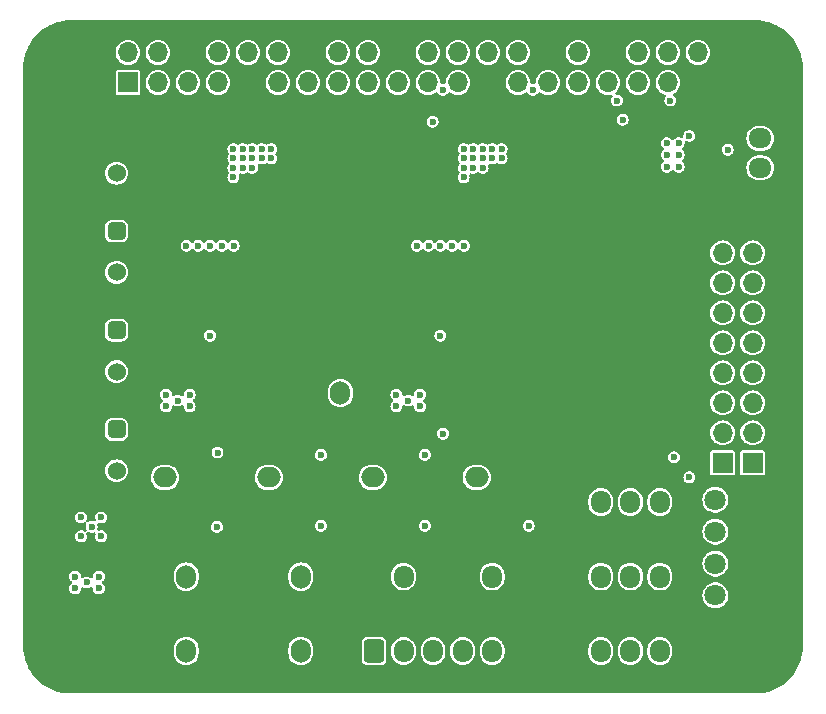
<source format=gbr>
%TF.GenerationSoftware,KiCad,Pcbnew,7.0.10-7.0.10~ubuntu22.04.1*%
%TF.CreationDate,2024-01-30T17:22:02+01:00*%
%TF.ProjectId,puissanceok,70756973-7361-46e6-9365-6f6b2e6b6963,rev?*%
%TF.SameCoordinates,Original*%
%TF.FileFunction,Copper,L2,Inr*%
%TF.FilePolarity,Positive*%
%FSLAX46Y46*%
G04 Gerber Fmt 4.6, Leading zero omitted, Abs format (unit mm)*
G04 Created by KiCad (PCBNEW 7.0.10-7.0.10~ubuntu22.04.1) date 2024-01-30 17:22:02*
%MOMM*%
%LPD*%
G01*
G04 APERTURE LIST*
G04 Aperture macros list*
%AMRoundRect*
0 Rectangle with rounded corners*
0 $1 Rounding radius*
0 $2 $3 $4 $5 $6 $7 $8 $9 X,Y pos of 4 corners*
0 Add a 4 corners polygon primitive as box body*
4,1,4,$2,$3,$4,$5,$6,$7,$8,$9,$2,$3,0*
0 Add four circle primitives for the rounded corners*
1,1,$1+$1,$2,$3*
1,1,$1+$1,$4,$5*
1,1,$1+$1,$6,$7*
1,1,$1+$1,$8,$9*
0 Add four rect primitives between the rounded corners*
20,1,$1+$1,$2,$3,$4,$5,0*
20,1,$1+$1,$4,$5,$6,$7,0*
20,1,$1+$1,$6,$7,$8,$9,0*
20,1,$1+$1,$8,$9,$2,$3,0*%
G04 Aperture macros list end*
%TA.AperFunction,ComponentPad*%
%ADD10C,0.800000*%
%TD*%
%TA.AperFunction,ComponentPad*%
%ADD11C,5.400000*%
%TD*%
%TA.AperFunction,ComponentPad*%
%ADD12RoundRect,0.250000X-0.600000X-0.750000X0.600000X-0.750000X0.600000X0.750000X-0.600000X0.750000X0*%
%TD*%
%TA.AperFunction,ComponentPad*%
%ADD13O,1.700000X2.000000*%
%TD*%
%TA.AperFunction,ComponentPad*%
%ADD14RoundRect,0.250000X-0.600000X-0.725000X0.600000X-0.725000X0.600000X0.725000X-0.600000X0.725000X0*%
%TD*%
%TA.AperFunction,ComponentPad*%
%ADD15O,1.700000X1.950000*%
%TD*%
%TA.AperFunction,ComponentPad*%
%ADD16R,1.700000X1.700000*%
%TD*%
%TA.AperFunction,ComponentPad*%
%ADD17O,1.700000X1.700000*%
%TD*%
%TA.AperFunction,ComponentPad*%
%ADD18C,1.800000*%
%TD*%
%TA.AperFunction,ComponentPad*%
%ADD19RoundRect,0.381000X-0.381000X0.381000X-0.381000X-0.381000X0.381000X-0.381000X0.381000X0.381000X0*%
%TD*%
%TA.AperFunction,ComponentPad*%
%ADD20C,1.524000*%
%TD*%
%TA.AperFunction,ComponentPad*%
%ADD21RoundRect,0.250000X0.725000X-0.600000X0.725000X0.600000X-0.725000X0.600000X-0.725000X-0.600000X0*%
%TD*%
%TA.AperFunction,ComponentPad*%
%ADD22O,1.950000X1.700000*%
%TD*%
%TA.AperFunction,ComponentPad*%
%ADD23O,2.000000X1.700000*%
%TD*%
%TA.AperFunction,ComponentPad*%
%ADD24RoundRect,0.250000X0.750000X-0.600000X0.750000X0.600000X-0.750000X0.600000X-0.750000X-0.600000X0*%
%TD*%
%TA.AperFunction,ViaPad*%
%ADD25C,0.600000*%
%TD*%
G04 APERTURE END LIST*
D10*
%TO.N,GND*%
%TO.C,H102*%
X105975000Y-50000000D03*
X106568109Y-48568109D03*
X106568109Y-51431891D03*
X108000000Y-47975000D03*
D11*
X108000000Y-50000000D03*
D10*
X108000000Y-52025000D03*
X109431891Y-48568109D03*
X109431891Y-51431891D03*
X110025000Y-50000000D03*
%TD*%
D12*
%TO.N,GND*%
%TO.C,J107*%
X57300000Y-99400000D03*
D13*
%TO.N,14.4V*%
X59800000Y-99400000D03*
%TD*%
D14*
%TO.N,GND*%
%TO.C,J114*%
X75700000Y-93100000D03*
D15*
%TO.N,5.1V*%
X78200000Y-93100000D03*
%TO.N,GND*%
X80700000Y-93100000D03*
X83200000Y-93100000D03*
%TO.N,+3.3V*%
X85700000Y-93100000D03*
%TD*%
D16*
%TO.N,GND*%
%TO.C,J111*%
X110300000Y-83480000D03*
D17*
X110300000Y-80940000D03*
X110300000Y-78400000D03*
X110300000Y-75860000D03*
X110300000Y-73320000D03*
X110300000Y-70780000D03*
X110300000Y-68240000D03*
X110300000Y-65700000D03*
%TD*%
D13*
%TO.N,14.4V*%
%TO.C,J108*%
X69500000Y-93100000D03*
D12*
%TO.N,GND*%
X67000000Y-93100000D03*
%TD*%
D18*
%TO.N,+3.3V*%
%TO.C,TP104*%
X104600000Y-94700000D03*
%TD*%
D19*
%TO.N,Net-(J101-Pin_1)*%
%TO.C,J101*%
X53900000Y-63850000D03*
D20*
%TO.N,/V_BAT*%
X53900000Y-67350000D03*
%TD*%
D14*
%TO.N,/Out_color_sensor*%
%TO.C,J115*%
X75700000Y-99400000D03*
D15*
%TO.N,/S3_color_sensor*%
X78200000Y-99400000D03*
%TO.N,/S2_color_sensor*%
X80700000Y-99400000D03*
%TO.N,/S1_color_sensor*%
X83200000Y-99400000D03*
%TO.N,/S0_color_sensor*%
X85700000Y-99400000D03*
%TD*%
D12*
%TO.N,GND*%
%TO.C,J110*%
X70350000Y-77575000D03*
D13*
%TO.N,5.1V*%
X72850000Y-77575000D03*
%TD*%
D14*
%TO.N,GND*%
%TO.C,J801*%
X92400000Y-99400000D03*
D15*
%TO.N,/Uart2_TX*%
X94900000Y-99400000D03*
%TO.N,/Uart2_RX*%
X97400000Y-99400000D03*
%TO.N,+3.3V*%
X99900000Y-99400000D03*
%TD*%
D18*
%TO.N,7.4V*%
%TO.C,TP103*%
X104600000Y-89300000D03*
%TD*%
D19*
%TO.N,Net-(J103-Pin_2)*%
%TO.C,J104*%
X53900000Y-80650000D03*
D20*
%TO.N,14.4V*%
X53900000Y-84150000D03*
%TD*%
D10*
%TO.N,GND*%
%TO.C,H104*%
X47975000Y-99000000D03*
X48568109Y-97568109D03*
X48568109Y-100431891D03*
X50000000Y-96975000D03*
D11*
X50000000Y-99000000D03*
D10*
X50000000Y-101025000D03*
X51431891Y-97568109D03*
X51431891Y-100431891D03*
X52025000Y-99000000D03*
%TD*%
D14*
%TO.N,GND*%
%TO.C,J1101*%
X92400000Y-93100000D03*
D15*
%TO.N,/Uart4_TX*%
X94900000Y-93100000D03*
%TO.N,/Uart4_RX*%
X97400000Y-93100000D03*
%TO.N,+3.3V*%
X99900000Y-93100000D03*
%TD*%
D16*
%TO.N,+3.3V*%
%TO.C,J113*%
X105220000Y-83480000D03*
D17*
X105220000Y-80940000D03*
X105220000Y-78400000D03*
X105220000Y-75860000D03*
X105220000Y-73320000D03*
X105220000Y-70780000D03*
X105220000Y-68240000D03*
X105220000Y-65700000D03*
%TD*%
D21*
%TO.N,GND*%
%TO.C,J901*%
X108400000Y-61000000D03*
D22*
%TO.N,7.4V*%
X108400000Y-58500000D03*
%TO.N,/XL_320_connector_and_buffer/DXL_Data*%
X108400000Y-56000000D03*
%TD*%
D10*
%TO.N,GND*%
%TO.C,H103*%
X105975000Y-99000000D03*
X106568109Y-97568109D03*
X106568109Y-100431891D03*
X108000000Y-96975000D03*
D11*
X108000000Y-99000000D03*
D10*
X108000000Y-101025000D03*
X109431891Y-97568109D03*
X109431891Y-100431891D03*
X110025000Y-99000000D03*
%TD*%
D14*
%TO.N,GND*%
%TO.C,J1001*%
X92400000Y-86800000D03*
D15*
%TO.N,/Uart3_TX*%
X94900000Y-86800000D03*
%TO.N,/Uart3_RX*%
X97400000Y-86800000D03*
%TO.N,+3.3V*%
X99900000Y-86800000D03*
%TD*%
D19*
%TO.N,/V_BAT*%
%TO.C,J103*%
X53900000Y-72250000D03*
D20*
%TO.N,Net-(J103-Pin_2)*%
X53900000Y-75750000D03*
%TD*%
D19*
%TO.N,GND*%
%TO.C,J102*%
X53900000Y-55450000D03*
D20*
%TO.N,Net-(J101-Pin_1)*%
X53900000Y-58950000D03*
%TD*%
D23*
%TO.N,Net-(J701-Pin_2)*%
%TO.C,J701*%
X84400000Y-84700000D03*
D24*
%TO.N,GND*%
X84400000Y-87200000D03*
%TD*%
%TO.N,GND*%
%TO.C,J501*%
X75600000Y-87200000D03*
D23*
%TO.N,Net-(J501-Pin_2)*%
X75600000Y-84700000D03*
%TD*%
D18*
%TO.N,5.1V*%
%TO.C,TP102*%
X104600000Y-92000000D03*
%TD*%
%TO.N,14.4V*%
%TO.C,TP101*%
X104600000Y-86600000D03*
%TD*%
D23*
%TO.N,Net-(J201-Pin_2)*%
%TO.C,J201*%
X58000000Y-84700000D03*
D24*
%TO.N,GND*%
X58000000Y-87200000D03*
%TD*%
D16*
%TO.N,/GPIO11*%
%TO.C,J112*%
X107760000Y-83480000D03*
D17*
%TO.N,/GPIO6*%
X107760000Y-80940000D03*
%TO.N,/GPIO7*%
X107760000Y-78400000D03*
%TO.N,/GPIO19*%
X107760000Y-75860000D03*
%TO.N,/GPIO16*%
X107760000Y-73320000D03*
%TO.N,/GPIO26*%
X107760000Y-70780000D03*
%TO.N,/GPIO20*%
X107760000Y-68240000D03*
%TO.N,/GPIO21*%
X107760000Y-65700000D03*
%TD*%
D10*
%TO.N,GND*%
%TO.C,H101*%
X47975000Y-50000000D03*
X48568109Y-48568109D03*
X48568109Y-51431891D03*
X50000000Y-47975000D03*
D11*
X50000000Y-50000000D03*
D10*
X50000000Y-52025000D03*
X51431891Y-48568109D03*
X51431891Y-51431891D03*
X52025000Y-50000000D03*
%TD*%
D13*
%TO.N,14.4V*%
%TO.C,J109*%
X69500000Y-99400000D03*
D12*
%TO.N,GND*%
X67000000Y-99400000D03*
%TD*%
%TO.N,GND*%
%TO.C,J106*%
X57300000Y-93100000D03*
D13*
%TO.N,14.4V*%
X59800000Y-93100000D03*
%TD*%
D24*
%TO.N,GND*%
%TO.C,J401*%
X66800000Y-87200000D03*
D23*
%TO.N,Net-(J401-Pin_2)*%
X66800000Y-84700000D03*
%TD*%
D16*
%TO.N,unconnected-(J105-Pin_1-Pad1)*%
%TO.C,J105*%
X54870000Y-51270000D03*
D17*
%TO.N,5.1V*%
X54870000Y-48730000D03*
%TO.N,/FDC_1*%
X57410000Y-51270000D03*
%TO.N,5.1V*%
X57410000Y-48730000D03*
%TO.N,/FDC_2*%
X59950000Y-51270000D03*
%TO.N,GND*%
X59950000Y-48730000D03*
%TO.N,/Uart3_TX*%
X62490000Y-51270000D03*
%TO.N,/Uart1_TX*%
X62490000Y-48730000D03*
%TO.N,GND*%
X65030000Y-51270000D03*
%TO.N,/Uart1_RX*%
X65030000Y-48730000D03*
%TO.N,/FDC_3*%
X67570000Y-51270000D03*
%TO.N,/UartTX_Enable*%
X67570000Y-48730000D03*
%TO.N,/FDC_4*%
X70110000Y-51270000D03*
%TO.N,GND*%
X70110000Y-48730000D03*
%TO.N,/S3_color_sensor*%
X72650000Y-51270000D03*
%TO.N,/Out_color_sensor*%
X72650000Y-48730000D03*
%TO.N,+3.3V*%
X75190000Y-51270000D03*
%TO.N,/S2_color_sensor*%
X75190000Y-48730000D03*
%TO.N,/S1_color_sensor*%
X77730000Y-51270000D03*
%TO.N,GND*%
X77730000Y-48730000D03*
%TO.N,/Uart4_RX*%
X80270000Y-51270000D03*
%TO.N,/S0_color_sensor*%
X80270000Y-48730000D03*
%TO.N,/GPIO11*%
X82810000Y-51270000D03*
%TO.N,/Uart4_TX*%
X82810000Y-48730000D03*
%TO.N,GND*%
X85350000Y-51270000D03*
%TO.N,/GPIO7*%
X85350000Y-48730000D03*
%TO.N,/Uart2_TX*%
X87890000Y-51270000D03*
%TO.N,/Uart2_RX*%
X87890000Y-48730000D03*
%TO.N,/Uart3_RX*%
X90430000Y-51270000D03*
%TO.N,GND*%
X90430000Y-48730000D03*
%TO.N,/GPIO6*%
X92970000Y-51270000D03*
%TO.N,/Uart5_TX*%
X92970000Y-48730000D03*
%TO.N,/Uart5_RX*%
X95510000Y-51270000D03*
%TO.N,GND*%
X95510000Y-48730000D03*
%TO.N,/GPIO19*%
X98050000Y-51270000D03*
%TO.N,/GPIO16*%
X98050000Y-48730000D03*
%TO.N,/GPIO26*%
X100590000Y-51270000D03*
%TO.N,/GPIO20*%
X100590000Y-48730000D03*
%TO.N,GND*%
X103130000Y-51270000D03*
%TO.N,/GPIO21*%
X103130000Y-48730000D03*
%TD*%
D25*
%TO.N,GND*%
X82300000Y-81700000D03*
X82900000Y-85900000D03*
X80800000Y-86700000D03*
X82900000Y-90100000D03*
X85100000Y-91100000D03*
X85200000Y-81700000D03*
X85100000Y-83400000D03*
X82300000Y-80400000D03*
X81400000Y-79100000D03*
X74800000Y-82200000D03*
X78200000Y-82200000D03*
X66500000Y-82500000D03*
X68400000Y-80300000D03*
X69900000Y-82500000D03*
X63500000Y-80300000D03*
X60900000Y-81600000D03*
X98100000Y-83100000D03*
X98200000Y-80500000D03*
X95600000Y-85300000D03*
X93500000Y-91000000D03*
X89200000Y-90900000D03*
X97500000Y-90900000D03*
X101300000Y-92500000D03*
X100300000Y-97600000D03*
X102400000Y-95500000D03*
X101300000Y-93800000D03*
X97900000Y-97300000D03*
X106000000Y-54100000D03*
X103700000Y-60300000D03*
X95900000Y-64100000D03*
X97600000Y-60600000D03*
X101200000Y-64100000D03*
X63100000Y-53500000D03*
X77700000Y-63200000D03*
X76200000Y-67000000D03*
X71700000Y-62800000D03*
X56900000Y-65500000D03*
X55900000Y-75600000D03*
X61600000Y-74300000D03*
X60900000Y-76500000D03*
X63500000Y-76500000D03*
X68100000Y-76500000D03*
X74300000Y-77400000D03*
X76300000Y-79400000D03*
X73900000Y-80300000D03*
X84200000Y-76900000D03*
X83400000Y-74100000D03*
%TO.N,/FDC_2*%
X71200000Y-82800000D03*
%TO.N,GND*%
X111600000Y-81300000D03*
X46600000Y-68000000D03*
X63825000Y-68900000D03*
X102300000Y-60200000D03*
X46600000Y-95500000D03*
X90475000Y-64100000D03*
X77940000Y-46600000D03*
X88200000Y-85300000D03*
X73600000Y-102400000D03*
X78700000Y-60500000D03*
X91875000Y-73700000D03*
X101700000Y-68700000D03*
X94675000Y-72100000D03*
X46600000Y-98000000D03*
X57620000Y-46600000D03*
X68175000Y-64100000D03*
X61100000Y-102400000D03*
X111600000Y-68500000D03*
X94675000Y-64100000D03*
X96100000Y-102400000D03*
X62825000Y-68900000D03*
X93275000Y-65700000D03*
X46600000Y-65500000D03*
X88100000Y-46600000D03*
X100800000Y-46600000D03*
X73775000Y-73700000D03*
X69575000Y-68900000D03*
X90475000Y-73700000D03*
X68175000Y-65700000D03*
X46600000Y-58000000D03*
X70975000Y-70500000D03*
X46600000Y-78000000D03*
X78700000Y-56700000D03*
X59200000Y-60500000D03*
X46600000Y-70500000D03*
X70975000Y-67300000D03*
X76650000Y-69610000D03*
X75175000Y-73700000D03*
X46600000Y-73000000D03*
X76700000Y-55700000D03*
X66775000Y-68900000D03*
X69575000Y-70500000D03*
X65240000Y-46600000D03*
X66775000Y-64100000D03*
X58600000Y-102400000D03*
X85100000Y-78700000D03*
X59200000Y-61500000D03*
X102000000Y-81500000D03*
X105880000Y-46600000D03*
X74900000Y-55200000D03*
X83325000Y-68900000D03*
X111600000Y-66100000D03*
X58200000Y-56200000D03*
X46600000Y-88000000D03*
X73775000Y-68900000D03*
X111600000Y-78800000D03*
X101700000Y-71300000D03*
X76100000Y-102400000D03*
X87675000Y-65700000D03*
X87675000Y-64100000D03*
X98300000Y-71280000D03*
X50000000Y-46600000D03*
X70600000Y-85300000D03*
X74900000Y-53600000D03*
X59200000Y-56700000D03*
X83600000Y-102400000D03*
X70975000Y-68900000D03*
X90640000Y-46600000D03*
X103600000Y-102400000D03*
X83100000Y-78700000D03*
X55080000Y-46600000D03*
X90475000Y-67300000D03*
X91875000Y-64100000D03*
X94675000Y-68900000D03*
X83020000Y-46600000D03*
X80325000Y-68900000D03*
X75175000Y-67300000D03*
X68175000Y-67300000D03*
X111600000Y-93800000D03*
X72375000Y-67300000D03*
X75175000Y-68900000D03*
X70975000Y-64100000D03*
X91875000Y-68900000D03*
X89075000Y-72100000D03*
X87675000Y-68900000D03*
X94675000Y-65700000D03*
X72375000Y-73700000D03*
X98300000Y-68740000D03*
X98300000Y-73820000D03*
X75175000Y-65700000D03*
X87675000Y-72100000D03*
X75175000Y-64100000D03*
X71100000Y-102400000D03*
X72860000Y-46600000D03*
X47800000Y-47300000D03*
X76700000Y-68600000D03*
X111600000Y-71300000D03*
X66100000Y-102400000D03*
X93275000Y-70500000D03*
X57200000Y-55700000D03*
X87675000Y-70500000D03*
X86275000Y-67300000D03*
X76700000Y-56700000D03*
X73775000Y-64100000D03*
X111400000Y-56300000D03*
X72375000Y-68900000D03*
X57200000Y-61500000D03*
X111600000Y-73800000D03*
X87675000Y-67300000D03*
X98200000Y-79200000D03*
X66775000Y-72100000D03*
X46600000Y-93000000D03*
X89075000Y-73700000D03*
X98260000Y-46600000D03*
X94675000Y-67300000D03*
X90700000Y-79200000D03*
X69575000Y-72100000D03*
X91875000Y-65700000D03*
X65600000Y-78700000D03*
X70975000Y-72100000D03*
X53600000Y-102400000D03*
X93275000Y-72100000D03*
X108420000Y-46600000D03*
X110400000Y-47600000D03*
X91100000Y-102400000D03*
X101200000Y-90850000D03*
X46600000Y-80500000D03*
X94400000Y-55200000D03*
X101600000Y-79200000D03*
X72960000Y-53600000D03*
X103340000Y-46600000D03*
X68600000Y-102400000D03*
X93275000Y-73700000D03*
X46600000Y-90500000D03*
X95700000Y-79200000D03*
X86100000Y-102400000D03*
X85100000Y-77700000D03*
X57000000Y-69600000D03*
X90475000Y-72100000D03*
X90475000Y-70500000D03*
X89075000Y-70500000D03*
X111200000Y-100200000D03*
X93450000Y-55200000D03*
X91875000Y-72100000D03*
X68175000Y-68900000D03*
X76500000Y-71600000D03*
X90475000Y-68900000D03*
X69575000Y-73700000D03*
X110100000Y-101800000D03*
X111400000Y-51300000D03*
X75175000Y-70500000D03*
X52540000Y-46600000D03*
X111600000Y-83800000D03*
X46600000Y-53000000D03*
X111400000Y-58800000D03*
X93180000Y-46600000D03*
X86275000Y-65700000D03*
X105100000Y-63300000D03*
X105600000Y-60300000D03*
X69575000Y-65700000D03*
X47700000Y-101700000D03*
X59825000Y-68900000D03*
X72960000Y-55200000D03*
X111400000Y-61300000D03*
X46600000Y-55500000D03*
X46600000Y-50500000D03*
X73775000Y-70500000D03*
X83100000Y-77700000D03*
X51100000Y-102400000D03*
X69575000Y-67300000D03*
X68175000Y-73700000D03*
X73775000Y-72100000D03*
X63600000Y-77700000D03*
X86600000Y-75200000D03*
X78700000Y-61500000D03*
X66775000Y-65700000D03*
X86275000Y-64100000D03*
X93200000Y-79200000D03*
X94675000Y-70500000D03*
X46600000Y-75500000D03*
X66775000Y-67300000D03*
X111600000Y-88800000D03*
X79325000Y-68900000D03*
X60825000Y-68900000D03*
X72375000Y-65700000D03*
X111600000Y-76300000D03*
X77700000Y-61000000D03*
X103800000Y-57000000D03*
X46800000Y-48900000D03*
X111400000Y-49500000D03*
X64600000Y-78200000D03*
X78700000Y-55700000D03*
X108600000Y-102400000D03*
X101700000Y-76300000D03*
X93275000Y-67300000D03*
X63600000Y-78700000D03*
X70975000Y-73700000D03*
X111400000Y-53800000D03*
X88200000Y-81100000D03*
X98300000Y-66200000D03*
X98300000Y-76360000D03*
X111600000Y-98500000D03*
X81100000Y-102400000D03*
X78600000Y-102400000D03*
X94675000Y-73700000D03*
X89075000Y-64100000D03*
X57200000Y-56700000D03*
X46600000Y-85500000D03*
X70975000Y-65700000D03*
X95720000Y-46600000D03*
X57000000Y-68600000D03*
X111600000Y-86300000D03*
X93600000Y-102400000D03*
X56100000Y-102400000D03*
X88200000Y-77500000D03*
X73775000Y-65700000D03*
X93275000Y-68900000D03*
X87500000Y-76100000D03*
X81325000Y-68900000D03*
X91875000Y-70500000D03*
X72375000Y-70500000D03*
X79400000Y-85300000D03*
X93275000Y-64100000D03*
X72375000Y-64100000D03*
X86275000Y-70500000D03*
X80480000Y-46600000D03*
X66775000Y-70500000D03*
X76700000Y-60500000D03*
X66775000Y-73700000D03*
X101100000Y-102400000D03*
X89075000Y-67300000D03*
X67780000Y-46600000D03*
X87675000Y-73700000D03*
X82325000Y-68900000D03*
X91875000Y-67300000D03*
X76700000Y-61500000D03*
X101700000Y-73800000D03*
X93450000Y-53950000D03*
X60160000Y-46600000D03*
X72375000Y-72100000D03*
X46600000Y-63000000D03*
X58200000Y-61000000D03*
X75400000Y-46600000D03*
X90475000Y-65700000D03*
X70320000Y-46600000D03*
X57200000Y-60500000D03*
X69575000Y-64100000D03*
X59200000Y-55700000D03*
X68175000Y-72100000D03*
X61825000Y-68900000D03*
X86275000Y-73700000D03*
X46600000Y-83000000D03*
X111600000Y-91300000D03*
X84100000Y-78200000D03*
X98600000Y-102400000D03*
X85560000Y-46600000D03*
X106100000Y-102400000D03*
X62700000Y-46600000D03*
X86275000Y-68900000D03*
X89075000Y-68900000D03*
X49400000Y-102400000D03*
X98200000Y-81700000D03*
X57000000Y-71600000D03*
X63600000Y-102400000D03*
X68175000Y-70500000D03*
X111600000Y-63800000D03*
X89075000Y-65700000D03*
X73775000Y-67300000D03*
X75175000Y-72100000D03*
X86275000Y-72100000D03*
X88600000Y-102400000D03*
X65600000Y-77700000D03*
X77700000Y-56200000D03*
X88200000Y-79200000D03*
X46900000Y-100400000D03*
X46600000Y-60500000D03*
X61800000Y-85300000D03*
X111600000Y-96300000D03*
X92460000Y-55200000D03*
%TO.N,/FDC_3*%
X80000000Y-82800000D03*
%TO.N,/FDC_1*%
X62450000Y-82600000D03*
%TO.N,/FDC_4*%
X81550000Y-81000000D03*
%TO.N,+3.3V*%
X88800000Y-88800000D03*
X71200000Y-88800000D03*
X80000000Y-88800000D03*
X62400000Y-88900000D03*
X102400000Y-55800000D03*
X100800000Y-52800000D03*
%TO.N,7.4V*%
X85700000Y-56900000D03*
X101500000Y-56400000D03*
X83300000Y-56900000D03*
X84900000Y-57700000D03*
X84900000Y-56900000D03*
X84100000Y-58500000D03*
X85700000Y-57700000D03*
X84900000Y-58500000D03*
X100500000Y-57400000D03*
X83300000Y-58500000D03*
X84100000Y-56900000D03*
X86500000Y-57700000D03*
X100500000Y-58400000D03*
X101500000Y-58400000D03*
X83300000Y-57700000D03*
X86500000Y-56900000D03*
X100500000Y-56400000D03*
X83300000Y-59300000D03*
X84100000Y-57700000D03*
X101500000Y-57400000D03*
%TO.N,5.1V*%
X65400000Y-58500000D03*
X63800000Y-56900000D03*
X63800000Y-57700000D03*
X64600000Y-58500000D03*
X66200000Y-56900000D03*
X64600000Y-56900000D03*
X66200000Y-57700000D03*
X63800000Y-59300000D03*
X67000000Y-57700000D03*
X65400000Y-56900000D03*
X64600000Y-57700000D03*
X67000000Y-56900000D03*
X65400000Y-57700000D03*
X63800000Y-58500000D03*
X105650958Y-56960137D03*
%TO.N,/Uart3_TX*%
X80658578Y-54591422D03*
%TO.N,/UartTX_Enable*%
X96750000Y-54420000D03*
X96267843Y-52802157D03*
%TO.N,/Uart4_TX*%
X81539561Y-51900000D03*
%TO.N,/Uart2_RX*%
X89160439Y-51900000D03*
%TO.N,/Uart3_RX*%
X101100000Y-83000000D03*
%TO.N,14.4V*%
X51800000Y-88900000D03*
X52400000Y-94100000D03*
X79325000Y-65100000D03*
X50900000Y-89700000D03*
X60100000Y-78700000D03*
X59100000Y-78200000D03*
X58100000Y-78700000D03*
X82325000Y-65100000D03*
X77600000Y-77700000D03*
X60825000Y-65100000D03*
X58100000Y-77700000D03*
X79600000Y-77700000D03*
X50400000Y-94100000D03*
X78600000Y-78200000D03*
X63825000Y-65100000D03*
X61825000Y-65100000D03*
X80325000Y-65100000D03*
X52600000Y-89700000D03*
X81325000Y-72710000D03*
X51400000Y-93600000D03*
X52400000Y-93100000D03*
X77600000Y-78700000D03*
X83325000Y-65100000D03*
X81325000Y-65100000D03*
X50400000Y-93100000D03*
X102400000Y-84700000D03*
X79600000Y-78700000D03*
X59825000Y-65100000D03*
X52600000Y-88100000D03*
X61825000Y-72710000D03*
X60100000Y-77700000D03*
X62825000Y-65100000D03*
X50900000Y-88100000D03*
%TD*%
%TA.AperFunction,Conductor*%
%TO.N,GND*%
G36*
X108002854Y-46000632D02*
G01*
X108018811Y-46001369D01*
X108173088Y-46008502D01*
X108369795Y-46018166D01*
X108380787Y-46019201D01*
X108562876Y-46044601D01*
X108563781Y-46044732D01*
X108747261Y-46071949D01*
X108757413Y-46073892D01*
X108938614Y-46116510D01*
X108940023Y-46116852D01*
X109117874Y-46161401D01*
X109127091Y-46164096D01*
X109304478Y-46223550D01*
X109306618Y-46224292D01*
X109478220Y-46285692D01*
X109486519Y-46289004D01*
X109657980Y-46364712D01*
X109660909Y-46366051D01*
X109747263Y-46406892D01*
X109825119Y-46443715D01*
X109832411Y-46447465D01*
X109929135Y-46501341D01*
X109996435Y-46538827D01*
X109999810Y-46540777D01*
X110155371Y-46634017D01*
X110161670Y-46638058D01*
X110316699Y-46744256D01*
X110320459Y-46746935D01*
X110466009Y-46854882D01*
X110471305Y-46859040D01*
X110616009Y-46979200D01*
X110619947Y-46982617D01*
X110754206Y-47104303D01*
X110758590Y-47108478D01*
X110891520Y-47241408D01*
X110895698Y-47245795D01*
X111017375Y-47380045D01*
X111020805Y-47383998D01*
X111140951Y-47528684D01*
X111145124Y-47534000D01*
X111253041Y-47679509D01*
X111255742Y-47683299D01*
X111361940Y-47838328D01*
X111365992Y-47844645D01*
X111447509Y-47980648D01*
X111459200Y-48000153D01*
X111461171Y-48003563D01*
X111552525Y-48167573D01*
X111556291Y-48174896D01*
X111633947Y-48339089D01*
X111635286Y-48342018D01*
X111710994Y-48513479D01*
X111714311Y-48521791D01*
X111775666Y-48693265D01*
X111776487Y-48695634D01*
X111835894Y-48872881D01*
X111838606Y-48882157D01*
X111883104Y-49059803D01*
X111883526Y-49061543D01*
X111926101Y-49242562D01*
X111928053Y-49252758D01*
X111955257Y-49436156D01*
X111955410Y-49437218D01*
X111980794Y-49619184D01*
X111981834Y-49630232D01*
X111991512Y-49827238D01*
X111991529Y-49827595D01*
X111999368Y-49997145D01*
X111999500Y-50002872D01*
X111999500Y-98997127D01*
X111999368Y-99002854D01*
X111991529Y-99172404D01*
X111991512Y-99172761D01*
X111981834Y-99369766D01*
X111980794Y-99380814D01*
X111955410Y-99562780D01*
X111955257Y-99563842D01*
X111928053Y-99747240D01*
X111926101Y-99757436D01*
X111883526Y-99938455D01*
X111883104Y-99940195D01*
X111838606Y-100117841D01*
X111835894Y-100127117D01*
X111776487Y-100304364D01*
X111775666Y-100306733D01*
X111714311Y-100478207D01*
X111710994Y-100486519D01*
X111635286Y-100657980D01*
X111633947Y-100660909D01*
X111556291Y-100825102D01*
X111552525Y-100832425D01*
X111461171Y-100996435D01*
X111459200Y-100999845D01*
X111365999Y-101155342D01*
X111361940Y-101161670D01*
X111255742Y-101316699D01*
X111253041Y-101320489D01*
X111145135Y-101465984D01*
X111140935Y-101471334D01*
X111020851Y-101615947D01*
X111017331Y-101620004D01*
X110895717Y-101754183D01*
X110891520Y-101758590D01*
X110758590Y-101891520D01*
X110754183Y-101895717D01*
X110620004Y-102017331D01*
X110615947Y-102020851D01*
X110471334Y-102140935D01*
X110465984Y-102145135D01*
X110320489Y-102253041D01*
X110316699Y-102255742D01*
X110161670Y-102361940D01*
X110155342Y-102365999D01*
X109999845Y-102459200D01*
X109996435Y-102461171D01*
X109832425Y-102552525D01*
X109825102Y-102556291D01*
X109660909Y-102633947D01*
X109657980Y-102635286D01*
X109486519Y-102710994D01*
X109478207Y-102714311D01*
X109306733Y-102775666D01*
X109304364Y-102776487D01*
X109127117Y-102835894D01*
X109117841Y-102838606D01*
X108940195Y-102883104D01*
X108938455Y-102883526D01*
X108757436Y-102926101D01*
X108747240Y-102928053D01*
X108563842Y-102955257D01*
X108562780Y-102955410D01*
X108380814Y-102980794D01*
X108369766Y-102981834D01*
X108172931Y-102991503D01*
X108172575Y-102991520D01*
X108007393Y-102999158D01*
X108002854Y-102999368D01*
X107997128Y-102999500D01*
X50002872Y-102999500D01*
X49997145Y-102999368D01*
X49992305Y-102999144D01*
X49827423Y-102991520D01*
X49827067Y-102991503D01*
X49630232Y-102981834D01*
X49619184Y-102980794D01*
X49437218Y-102955410D01*
X49436156Y-102955257D01*
X49252758Y-102928053D01*
X49242562Y-102926101D01*
X49061543Y-102883526D01*
X49059803Y-102883104D01*
X48882157Y-102838606D01*
X48872881Y-102835894D01*
X48695634Y-102776487D01*
X48693265Y-102775666D01*
X48521791Y-102714311D01*
X48513479Y-102710994D01*
X48342018Y-102635286D01*
X48339089Y-102633947D01*
X48174896Y-102556291D01*
X48167573Y-102552525D01*
X48003563Y-102461171D01*
X48000153Y-102459200D01*
X47980648Y-102447509D01*
X47844645Y-102365992D01*
X47838328Y-102361940D01*
X47683299Y-102255742D01*
X47679509Y-102253041D01*
X47534000Y-102145124D01*
X47528684Y-102140951D01*
X47383998Y-102020805D01*
X47380045Y-102017375D01*
X47245795Y-101895698D01*
X47241408Y-101891520D01*
X47108478Y-101758590D01*
X47104303Y-101754206D01*
X46982617Y-101619947D01*
X46979200Y-101616009D01*
X46859040Y-101471305D01*
X46854882Y-101466009D01*
X46746935Y-101320459D01*
X46744256Y-101316699D01*
X46638058Y-101161670D01*
X46634017Y-101155371D01*
X46540777Y-100999810D01*
X46538827Y-100996435D01*
X46512261Y-100948740D01*
X46447465Y-100832411D01*
X46443715Y-100825119D01*
X46406892Y-100747263D01*
X46366051Y-100660909D01*
X46364712Y-100657980D01*
X46289004Y-100486519D01*
X46285692Y-100478220D01*
X46224292Y-100306618D01*
X46223550Y-100304478D01*
X46164096Y-100127091D01*
X46161401Y-100117874D01*
X46116852Y-99940023D01*
X46116510Y-99938614D01*
X46073892Y-99757413D01*
X46071949Y-99747261D01*
X46050343Y-99601604D01*
X58749500Y-99601604D01*
X58764699Y-99755932D01*
X58794734Y-99854944D01*
X58824768Y-99953954D01*
X58922315Y-100136450D01*
X58922317Y-100136452D01*
X59053589Y-100296410D01*
X59104124Y-100337882D01*
X59213550Y-100427685D01*
X59396046Y-100525232D01*
X59594066Y-100585300D01*
X59594065Y-100585300D01*
X59612529Y-100587118D01*
X59800000Y-100605583D01*
X60005934Y-100585300D01*
X60203954Y-100525232D01*
X60386450Y-100427685D01*
X60546410Y-100296410D01*
X60677685Y-100136450D01*
X60775232Y-99953954D01*
X60835300Y-99755934D01*
X60850500Y-99601608D01*
X60850500Y-99601604D01*
X68449500Y-99601604D01*
X68464699Y-99755932D01*
X68494734Y-99854944D01*
X68524768Y-99953954D01*
X68622315Y-100136450D01*
X68622317Y-100136452D01*
X68753589Y-100296410D01*
X68804124Y-100337882D01*
X68913550Y-100427685D01*
X69096046Y-100525232D01*
X69294066Y-100585300D01*
X69294065Y-100585300D01*
X69312529Y-100587118D01*
X69500000Y-100605583D01*
X69705934Y-100585300D01*
X69903954Y-100525232D01*
X70086450Y-100427685D01*
X70246410Y-100296410D01*
X70342545Y-100179269D01*
X74649500Y-100179269D01*
X74652353Y-100209699D01*
X74652353Y-100209701D01*
X74697206Y-100337880D01*
X74697207Y-100337882D01*
X74777850Y-100447150D01*
X74887118Y-100527793D01*
X74929845Y-100542744D01*
X75015299Y-100572646D01*
X75045730Y-100575500D01*
X75045734Y-100575500D01*
X76354270Y-100575500D01*
X76384699Y-100572646D01*
X76384701Y-100572646D01*
X76448790Y-100550219D01*
X76512882Y-100527793D01*
X76622150Y-100447150D01*
X76702793Y-100337882D01*
X76726052Y-100271410D01*
X76747646Y-100209701D01*
X76747646Y-100209699D01*
X76750500Y-100179269D01*
X76750500Y-99576608D01*
X77149500Y-99576608D01*
X77154502Y-99627398D01*
X77164699Y-99730932D01*
X77172739Y-99757436D01*
X77224768Y-99928954D01*
X77322315Y-100111450D01*
X77356969Y-100153677D01*
X77453589Y-100271410D01*
X77496491Y-100306618D01*
X77613550Y-100402685D01*
X77796046Y-100500232D01*
X77994066Y-100560300D01*
X77994065Y-100560300D01*
X78012529Y-100562118D01*
X78200000Y-100580583D01*
X78405934Y-100560300D01*
X78603954Y-100500232D01*
X78786450Y-100402685D01*
X78946410Y-100271410D01*
X79077685Y-100111450D01*
X79175232Y-99928954D01*
X79235300Y-99730934D01*
X79250500Y-99576608D01*
X79649500Y-99576608D01*
X79654502Y-99627398D01*
X79664699Y-99730932D01*
X79672739Y-99757436D01*
X79724768Y-99928954D01*
X79822315Y-100111450D01*
X79856969Y-100153677D01*
X79953589Y-100271410D01*
X79996491Y-100306618D01*
X80113550Y-100402685D01*
X80296046Y-100500232D01*
X80494066Y-100560300D01*
X80494065Y-100560300D01*
X80512529Y-100562118D01*
X80700000Y-100580583D01*
X80905934Y-100560300D01*
X81103954Y-100500232D01*
X81286450Y-100402685D01*
X81446410Y-100271410D01*
X81577685Y-100111450D01*
X81675232Y-99928954D01*
X81735300Y-99730934D01*
X81750500Y-99576608D01*
X82149500Y-99576608D01*
X82154502Y-99627398D01*
X82164699Y-99730932D01*
X82172739Y-99757436D01*
X82224768Y-99928954D01*
X82322315Y-100111450D01*
X82356969Y-100153677D01*
X82453589Y-100271410D01*
X82496491Y-100306618D01*
X82613550Y-100402685D01*
X82796046Y-100500232D01*
X82994066Y-100560300D01*
X82994065Y-100560300D01*
X83012529Y-100562118D01*
X83200000Y-100580583D01*
X83405934Y-100560300D01*
X83603954Y-100500232D01*
X83786450Y-100402685D01*
X83946410Y-100271410D01*
X84077685Y-100111450D01*
X84175232Y-99928954D01*
X84235300Y-99730934D01*
X84250500Y-99576608D01*
X84649500Y-99576608D01*
X84654502Y-99627398D01*
X84664699Y-99730932D01*
X84672739Y-99757436D01*
X84724768Y-99928954D01*
X84822315Y-100111450D01*
X84856969Y-100153677D01*
X84953589Y-100271410D01*
X84996491Y-100306618D01*
X85113550Y-100402685D01*
X85296046Y-100500232D01*
X85494066Y-100560300D01*
X85494065Y-100560300D01*
X85512529Y-100562118D01*
X85700000Y-100580583D01*
X85905934Y-100560300D01*
X86103954Y-100500232D01*
X86286450Y-100402685D01*
X86446410Y-100271410D01*
X86577685Y-100111450D01*
X86675232Y-99928954D01*
X86735300Y-99730934D01*
X86750500Y-99576608D01*
X93849500Y-99576608D01*
X93854502Y-99627398D01*
X93864699Y-99730932D01*
X93872739Y-99757436D01*
X93924768Y-99928954D01*
X94022315Y-100111450D01*
X94056969Y-100153677D01*
X94153589Y-100271410D01*
X94196491Y-100306618D01*
X94313550Y-100402685D01*
X94496046Y-100500232D01*
X94694066Y-100560300D01*
X94694065Y-100560300D01*
X94712529Y-100562118D01*
X94900000Y-100580583D01*
X95105934Y-100560300D01*
X95303954Y-100500232D01*
X95486450Y-100402685D01*
X95646410Y-100271410D01*
X95777685Y-100111450D01*
X95875232Y-99928954D01*
X95935300Y-99730934D01*
X95950500Y-99576608D01*
X96349500Y-99576608D01*
X96354502Y-99627398D01*
X96364699Y-99730932D01*
X96372739Y-99757436D01*
X96424768Y-99928954D01*
X96522315Y-100111450D01*
X96556969Y-100153677D01*
X96653589Y-100271410D01*
X96696491Y-100306618D01*
X96813550Y-100402685D01*
X96996046Y-100500232D01*
X97194066Y-100560300D01*
X97194065Y-100560300D01*
X97212529Y-100562118D01*
X97400000Y-100580583D01*
X97605934Y-100560300D01*
X97803954Y-100500232D01*
X97986450Y-100402685D01*
X98146410Y-100271410D01*
X98277685Y-100111450D01*
X98375232Y-99928954D01*
X98435300Y-99730934D01*
X98450500Y-99576608D01*
X98849500Y-99576608D01*
X98854502Y-99627398D01*
X98864699Y-99730932D01*
X98872739Y-99757436D01*
X98924768Y-99928954D01*
X99022315Y-100111450D01*
X99056969Y-100153677D01*
X99153589Y-100271410D01*
X99196491Y-100306618D01*
X99313550Y-100402685D01*
X99496046Y-100500232D01*
X99694066Y-100560300D01*
X99694065Y-100560300D01*
X99712529Y-100562118D01*
X99900000Y-100580583D01*
X100105934Y-100560300D01*
X100303954Y-100500232D01*
X100486450Y-100402685D01*
X100646410Y-100271410D01*
X100777685Y-100111450D01*
X100875232Y-99928954D01*
X100935300Y-99730934D01*
X100950500Y-99576608D01*
X100950500Y-99223392D01*
X100935300Y-99069066D01*
X100875232Y-98871046D01*
X100777685Y-98688550D01*
X100697052Y-98590298D01*
X100646410Y-98528589D01*
X100486452Y-98397317D01*
X100486453Y-98397317D01*
X100486450Y-98397315D01*
X100303954Y-98299768D01*
X100105934Y-98239700D01*
X100105932Y-98239699D01*
X100105934Y-98239699D01*
X99900000Y-98219417D01*
X99694067Y-98239699D01*
X99496043Y-98299769D01*
X99396737Y-98352850D01*
X99313550Y-98397315D01*
X99313548Y-98397316D01*
X99313547Y-98397317D01*
X99153589Y-98528589D01*
X99022317Y-98688547D01*
X98924769Y-98871043D01*
X98864699Y-99069067D01*
X98854522Y-99172403D01*
X98849500Y-99223392D01*
X98849500Y-99576608D01*
X98450500Y-99576608D01*
X98450500Y-99223392D01*
X98435300Y-99069066D01*
X98375232Y-98871046D01*
X98277685Y-98688550D01*
X98197052Y-98590298D01*
X98146410Y-98528589D01*
X97986452Y-98397317D01*
X97986453Y-98397317D01*
X97986450Y-98397315D01*
X97803954Y-98299768D01*
X97605934Y-98239700D01*
X97605932Y-98239699D01*
X97605934Y-98239699D01*
X97400000Y-98219417D01*
X97194067Y-98239699D01*
X96996043Y-98299769D01*
X96896737Y-98352850D01*
X96813550Y-98397315D01*
X96813548Y-98397316D01*
X96813547Y-98397317D01*
X96653589Y-98528589D01*
X96522317Y-98688547D01*
X96424769Y-98871043D01*
X96364699Y-99069067D01*
X96354522Y-99172403D01*
X96349500Y-99223392D01*
X96349500Y-99576608D01*
X95950500Y-99576608D01*
X95950500Y-99223392D01*
X95935300Y-99069066D01*
X95875232Y-98871046D01*
X95777685Y-98688550D01*
X95697052Y-98590298D01*
X95646410Y-98528589D01*
X95486452Y-98397317D01*
X95486453Y-98397317D01*
X95486450Y-98397315D01*
X95303954Y-98299768D01*
X95105934Y-98239700D01*
X95105932Y-98239699D01*
X95105934Y-98239699D01*
X94900000Y-98219417D01*
X94694067Y-98239699D01*
X94496043Y-98299769D01*
X94396737Y-98352850D01*
X94313550Y-98397315D01*
X94313548Y-98397316D01*
X94313547Y-98397317D01*
X94153589Y-98528589D01*
X94022317Y-98688547D01*
X93924769Y-98871043D01*
X93864699Y-99069067D01*
X93854522Y-99172403D01*
X93849500Y-99223392D01*
X93849500Y-99576608D01*
X86750500Y-99576608D01*
X86750500Y-99223392D01*
X86735300Y-99069066D01*
X86675232Y-98871046D01*
X86577685Y-98688550D01*
X86497052Y-98590298D01*
X86446410Y-98528589D01*
X86286452Y-98397317D01*
X86286453Y-98397317D01*
X86286450Y-98397315D01*
X86103954Y-98299768D01*
X85905934Y-98239700D01*
X85905932Y-98239699D01*
X85905934Y-98239699D01*
X85700000Y-98219417D01*
X85494067Y-98239699D01*
X85296043Y-98299769D01*
X85196737Y-98352850D01*
X85113550Y-98397315D01*
X85113548Y-98397316D01*
X85113547Y-98397317D01*
X84953589Y-98528589D01*
X84822317Y-98688547D01*
X84724769Y-98871043D01*
X84664699Y-99069067D01*
X84654522Y-99172403D01*
X84649500Y-99223392D01*
X84649500Y-99576608D01*
X84250500Y-99576608D01*
X84250500Y-99223392D01*
X84235300Y-99069066D01*
X84175232Y-98871046D01*
X84077685Y-98688550D01*
X83997052Y-98590298D01*
X83946410Y-98528589D01*
X83786452Y-98397317D01*
X83786453Y-98397317D01*
X83786450Y-98397315D01*
X83603954Y-98299768D01*
X83405934Y-98239700D01*
X83405932Y-98239699D01*
X83405934Y-98239699D01*
X83200000Y-98219417D01*
X82994067Y-98239699D01*
X82796043Y-98299769D01*
X82696737Y-98352850D01*
X82613550Y-98397315D01*
X82613548Y-98397316D01*
X82613547Y-98397317D01*
X82453589Y-98528589D01*
X82322317Y-98688547D01*
X82224769Y-98871043D01*
X82164699Y-99069067D01*
X82154522Y-99172403D01*
X82149500Y-99223392D01*
X82149500Y-99576608D01*
X81750500Y-99576608D01*
X81750500Y-99223392D01*
X81735300Y-99069066D01*
X81675232Y-98871046D01*
X81577685Y-98688550D01*
X81497052Y-98590298D01*
X81446410Y-98528589D01*
X81286452Y-98397317D01*
X81286453Y-98397317D01*
X81286450Y-98397315D01*
X81103954Y-98299768D01*
X80905934Y-98239700D01*
X80905932Y-98239699D01*
X80905934Y-98239699D01*
X80700000Y-98219417D01*
X80494067Y-98239699D01*
X80296043Y-98299769D01*
X80196737Y-98352850D01*
X80113550Y-98397315D01*
X80113548Y-98397316D01*
X80113547Y-98397317D01*
X79953589Y-98528589D01*
X79822317Y-98688547D01*
X79724769Y-98871043D01*
X79664699Y-99069067D01*
X79654522Y-99172403D01*
X79649500Y-99223392D01*
X79649500Y-99576608D01*
X79250500Y-99576608D01*
X79250500Y-99223392D01*
X79235300Y-99069066D01*
X79175232Y-98871046D01*
X79077685Y-98688550D01*
X78997052Y-98590298D01*
X78946410Y-98528589D01*
X78786452Y-98397317D01*
X78786453Y-98397317D01*
X78786450Y-98397315D01*
X78603954Y-98299768D01*
X78405934Y-98239700D01*
X78405932Y-98239699D01*
X78405934Y-98239699D01*
X78200000Y-98219417D01*
X77994067Y-98239699D01*
X77796043Y-98299769D01*
X77696737Y-98352850D01*
X77613550Y-98397315D01*
X77613548Y-98397316D01*
X77613547Y-98397317D01*
X77453589Y-98528589D01*
X77322317Y-98688547D01*
X77224769Y-98871043D01*
X77164699Y-99069067D01*
X77154522Y-99172403D01*
X77149500Y-99223392D01*
X77149500Y-99576608D01*
X76750500Y-99576608D01*
X76750500Y-98620730D01*
X76747646Y-98590300D01*
X76747646Y-98590298D01*
X76702793Y-98462119D01*
X76702792Y-98462117D01*
X76622150Y-98352850D01*
X76512882Y-98272207D01*
X76512880Y-98272206D01*
X76384700Y-98227353D01*
X76354270Y-98224500D01*
X76354266Y-98224500D01*
X75045734Y-98224500D01*
X75045730Y-98224500D01*
X75015300Y-98227353D01*
X75015298Y-98227353D01*
X74887119Y-98272206D01*
X74887117Y-98272207D01*
X74777850Y-98352850D01*
X74697207Y-98462117D01*
X74697206Y-98462119D01*
X74652353Y-98590298D01*
X74652353Y-98590300D01*
X74649500Y-98620730D01*
X74649500Y-100179269D01*
X70342545Y-100179269D01*
X70377685Y-100136450D01*
X70475232Y-99953954D01*
X70535300Y-99755934D01*
X70550500Y-99601608D01*
X70550500Y-99198392D01*
X70535300Y-99044066D01*
X70475232Y-98846046D01*
X70377685Y-98663550D01*
X70325702Y-98600209D01*
X70246410Y-98503589D01*
X70086452Y-98372317D01*
X70086453Y-98372317D01*
X70086450Y-98372315D01*
X69903954Y-98274768D01*
X69705934Y-98214700D01*
X69705932Y-98214699D01*
X69705934Y-98214699D01*
X69500000Y-98194417D01*
X69294067Y-98214699D01*
X69096043Y-98274769D01*
X68985898Y-98333643D01*
X68913550Y-98372315D01*
X68913548Y-98372316D01*
X68913547Y-98372317D01*
X68753589Y-98503589D01*
X68622317Y-98663547D01*
X68524769Y-98846043D01*
X68464699Y-99044067D01*
X68453251Y-99160298D01*
X68452025Y-99172761D01*
X68449500Y-99198395D01*
X68449500Y-99601604D01*
X60850500Y-99601604D01*
X60850500Y-99198392D01*
X60835300Y-99044066D01*
X60775232Y-98846046D01*
X60677685Y-98663550D01*
X60625702Y-98600209D01*
X60546410Y-98503589D01*
X60386452Y-98372317D01*
X60386453Y-98372317D01*
X60386450Y-98372315D01*
X60203954Y-98274768D01*
X60005934Y-98214700D01*
X60005932Y-98214699D01*
X60005934Y-98214699D01*
X59800000Y-98194417D01*
X59594067Y-98214699D01*
X59396043Y-98274769D01*
X59285898Y-98333643D01*
X59213550Y-98372315D01*
X59213548Y-98372316D01*
X59213547Y-98372317D01*
X59053589Y-98503589D01*
X58922317Y-98663547D01*
X58824769Y-98846043D01*
X58764699Y-99044067D01*
X58753251Y-99160298D01*
X58752025Y-99172761D01*
X58749500Y-99198395D01*
X58749500Y-99601604D01*
X46050343Y-99601604D01*
X46044732Y-99563781D01*
X46044588Y-99562780D01*
X46019201Y-99380787D01*
X46018166Y-99369795D01*
X46008480Y-99172611D01*
X46000632Y-99002854D01*
X46000500Y-98997128D01*
X46000500Y-94700000D01*
X103494785Y-94700000D01*
X103513602Y-94903082D01*
X103569417Y-95099247D01*
X103569422Y-95099260D01*
X103660327Y-95281821D01*
X103783237Y-95444581D01*
X103933958Y-95581980D01*
X103933960Y-95581982D01*
X104033141Y-95643392D01*
X104107363Y-95689348D01*
X104297544Y-95763024D01*
X104498024Y-95800500D01*
X104498026Y-95800500D01*
X104701974Y-95800500D01*
X104701976Y-95800500D01*
X104902456Y-95763024D01*
X105092637Y-95689348D01*
X105266041Y-95581981D01*
X105416764Y-95444579D01*
X105539673Y-95281821D01*
X105630582Y-95099250D01*
X105686397Y-94903083D01*
X105705215Y-94700000D01*
X105686397Y-94496917D01*
X105630582Y-94300750D01*
X105610440Y-94260300D01*
X105544406Y-94127685D01*
X105539673Y-94118179D01*
X105450441Y-94000017D01*
X105416762Y-93955418D01*
X105266041Y-93818019D01*
X105266039Y-93818017D01*
X105092642Y-93710655D01*
X105092635Y-93710651D01*
X104997546Y-93673814D01*
X104902456Y-93636976D01*
X104701976Y-93599500D01*
X104498024Y-93599500D01*
X104297544Y-93636976D01*
X104297541Y-93636976D01*
X104297541Y-93636977D01*
X104107364Y-93710651D01*
X104107357Y-93710655D01*
X103933960Y-93818017D01*
X103933958Y-93818019D01*
X103783237Y-93955418D01*
X103660327Y-94118178D01*
X103569422Y-94300739D01*
X103569417Y-94300752D01*
X103513602Y-94496917D01*
X103494785Y-94699999D01*
X103494785Y-94700000D01*
X46000500Y-94700000D01*
X46000500Y-94100000D01*
X49894353Y-94100000D01*
X49914834Y-94242456D01*
X49943664Y-94305583D01*
X49974623Y-94373373D01*
X50068872Y-94482143D01*
X50189947Y-94559953D01*
X50189950Y-94559954D01*
X50189949Y-94559954D01*
X50328036Y-94600499D01*
X50328038Y-94600500D01*
X50328039Y-94600500D01*
X50471962Y-94600500D01*
X50471962Y-94600499D01*
X50610053Y-94559953D01*
X50731128Y-94482143D01*
X50825377Y-94373373D01*
X50885165Y-94242457D01*
X50905647Y-94100000D01*
X50905646Y-94099999D01*
X50906909Y-94091222D01*
X50909392Y-94091579D01*
X50925332Y-94037294D01*
X50978136Y-93991539D01*
X51047294Y-93981595D01*
X51096684Y-94000017D01*
X51154174Y-94036963D01*
X51189948Y-94059954D01*
X51308108Y-94094647D01*
X51326336Y-94100000D01*
X51328036Y-94100499D01*
X51328038Y-94100500D01*
X51328039Y-94100500D01*
X51471962Y-94100500D01*
X51471962Y-94100499D01*
X51610050Y-94059954D01*
X51610051Y-94059954D01*
X51610053Y-94059953D01*
X51703314Y-94000017D01*
X51770353Y-93980333D01*
X51837392Y-94000017D01*
X51883147Y-94052821D01*
X51891549Y-94091443D01*
X51893091Y-94091222D01*
X51914834Y-94242456D01*
X51943664Y-94305583D01*
X51974623Y-94373373D01*
X52068872Y-94482143D01*
X52189947Y-94559953D01*
X52189950Y-94559954D01*
X52189949Y-94559954D01*
X52328036Y-94600499D01*
X52328038Y-94600500D01*
X52328039Y-94600500D01*
X52471962Y-94600500D01*
X52471962Y-94600499D01*
X52610053Y-94559953D01*
X52731128Y-94482143D01*
X52825377Y-94373373D01*
X52885165Y-94242457D01*
X52905647Y-94100000D01*
X52885165Y-93957543D01*
X52825377Y-93826627D01*
X52731128Y-93717857D01*
X52731125Y-93717855D01*
X52731125Y-93717854D01*
X52710058Y-93704316D01*
X52664302Y-93651513D01*
X52654358Y-93582354D01*
X52683382Y-93518798D01*
X52710058Y-93495684D01*
X52731125Y-93482145D01*
X52731125Y-93482144D01*
X52731128Y-93482143D01*
X52825377Y-93373373D01*
X52858153Y-93301604D01*
X58749500Y-93301604D01*
X58764699Y-93455932D01*
X58772651Y-93482145D01*
X58824768Y-93653954D01*
X58922315Y-93836450D01*
X58922317Y-93836452D01*
X59053589Y-93996410D01*
X59122327Y-94052821D01*
X59213550Y-94127685D01*
X59396046Y-94225232D01*
X59594066Y-94285300D01*
X59594065Y-94285300D01*
X59612529Y-94287118D01*
X59800000Y-94305583D01*
X60005934Y-94285300D01*
X60203954Y-94225232D01*
X60386450Y-94127685D01*
X60546410Y-93996410D01*
X60677685Y-93836450D01*
X60775232Y-93653954D01*
X60835300Y-93455934D01*
X60850500Y-93301608D01*
X60850500Y-93301604D01*
X68449500Y-93301604D01*
X68464699Y-93455932D01*
X68472651Y-93482145D01*
X68524768Y-93653954D01*
X68622315Y-93836450D01*
X68622317Y-93836452D01*
X68753589Y-93996410D01*
X68822327Y-94052821D01*
X68913550Y-94127685D01*
X69096046Y-94225232D01*
X69294066Y-94285300D01*
X69294065Y-94285300D01*
X69312529Y-94287118D01*
X69500000Y-94305583D01*
X69705934Y-94285300D01*
X69903954Y-94225232D01*
X70086450Y-94127685D01*
X70246410Y-93996410D01*
X70377685Y-93836450D01*
X70475232Y-93653954D01*
X70535300Y-93455934D01*
X70550500Y-93301608D01*
X70550500Y-93276608D01*
X77149500Y-93276608D01*
X77154427Y-93326627D01*
X77164699Y-93430932D01*
X77184341Y-93495684D01*
X77224768Y-93628954D01*
X77322315Y-93811450D01*
X77356969Y-93853677D01*
X77453589Y-93971410D01*
X77488449Y-94000018D01*
X77613550Y-94102685D01*
X77796046Y-94200232D01*
X77994066Y-94260300D01*
X77994065Y-94260300D01*
X78012529Y-94262118D01*
X78200000Y-94280583D01*
X78405934Y-94260300D01*
X78603954Y-94200232D01*
X78786450Y-94102685D01*
X78946410Y-93971410D01*
X79077685Y-93811450D01*
X79175232Y-93628954D01*
X79235300Y-93430934D01*
X79250500Y-93276608D01*
X84649500Y-93276608D01*
X84654427Y-93326627D01*
X84664699Y-93430932D01*
X84684341Y-93495684D01*
X84724768Y-93628954D01*
X84822315Y-93811450D01*
X84856969Y-93853677D01*
X84953589Y-93971410D01*
X84988449Y-94000018D01*
X85113550Y-94102685D01*
X85296046Y-94200232D01*
X85494066Y-94260300D01*
X85494065Y-94260300D01*
X85512529Y-94262118D01*
X85700000Y-94280583D01*
X85905934Y-94260300D01*
X86103954Y-94200232D01*
X86286450Y-94102685D01*
X86446410Y-93971410D01*
X86577685Y-93811450D01*
X86675232Y-93628954D01*
X86735300Y-93430934D01*
X86750500Y-93276608D01*
X93849500Y-93276608D01*
X93854427Y-93326627D01*
X93864699Y-93430932D01*
X93884341Y-93495684D01*
X93924768Y-93628954D01*
X94022315Y-93811450D01*
X94056969Y-93853677D01*
X94153589Y-93971410D01*
X94188449Y-94000018D01*
X94313550Y-94102685D01*
X94496046Y-94200232D01*
X94694066Y-94260300D01*
X94694065Y-94260300D01*
X94712529Y-94262118D01*
X94900000Y-94280583D01*
X95105934Y-94260300D01*
X95303954Y-94200232D01*
X95486450Y-94102685D01*
X95646410Y-93971410D01*
X95777685Y-93811450D01*
X95875232Y-93628954D01*
X95935300Y-93430934D01*
X95950500Y-93276608D01*
X96349500Y-93276608D01*
X96354427Y-93326627D01*
X96364699Y-93430932D01*
X96384341Y-93495684D01*
X96424768Y-93628954D01*
X96522315Y-93811450D01*
X96556969Y-93853677D01*
X96653589Y-93971410D01*
X96688449Y-94000018D01*
X96813550Y-94102685D01*
X96996046Y-94200232D01*
X97194066Y-94260300D01*
X97194065Y-94260300D01*
X97212529Y-94262118D01*
X97400000Y-94280583D01*
X97605934Y-94260300D01*
X97803954Y-94200232D01*
X97986450Y-94102685D01*
X98146410Y-93971410D01*
X98277685Y-93811450D01*
X98375232Y-93628954D01*
X98435300Y-93430934D01*
X98450500Y-93276608D01*
X98849500Y-93276608D01*
X98854427Y-93326627D01*
X98864699Y-93430932D01*
X98884341Y-93495684D01*
X98924768Y-93628954D01*
X99022315Y-93811450D01*
X99056969Y-93853677D01*
X99153589Y-93971410D01*
X99188449Y-94000018D01*
X99313550Y-94102685D01*
X99496046Y-94200232D01*
X99694066Y-94260300D01*
X99694065Y-94260300D01*
X99712529Y-94262118D01*
X99900000Y-94280583D01*
X100105934Y-94260300D01*
X100303954Y-94200232D01*
X100486450Y-94102685D01*
X100646410Y-93971410D01*
X100777685Y-93811450D01*
X100875232Y-93628954D01*
X100935300Y-93430934D01*
X100950500Y-93276608D01*
X100950500Y-92923392D01*
X100935300Y-92769066D01*
X100875232Y-92571046D01*
X100777685Y-92388550D01*
X100725702Y-92325209D01*
X100646410Y-92228589D01*
X100486452Y-92097317D01*
X100486453Y-92097317D01*
X100486450Y-92097315D01*
X100304388Y-92000000D01*
X103494785Y-92000000D01*
X103513602Y-92203082D01*
X103569417Y-92399247D01*
X103569422Y-92399260D01*
X103660327Y-92581821D01*
X103783237Y-92744581D01*
X103933958Y-92881980D01*
X103933960Y-92881982D01*
X104000840Y-92923392D01*
X104107363Y-92989348D01*
X104297544Y-93063024D01*
X104498024Y-93100500D01*
X104498026Y-93100500D01*
X104701974Y-93100500D01*
X104701976Y-93100500D01*
X104902456Y-93063024D01*
X105092637Y-92989348D01*
X105266041Y-92881981D01*
X105416764Y-92744579D01*
X105539673Y-92581821D01*
X105630582Y-92399250D01*
X105686397Y-92203083D01*
X105705215Y-92000000D01*
X105686397Y-91796917D01*
X105630582Y-91600750D01*
X105539673Y-91418179D01*
X105416764Y-91255421D01*
X105416762Y-91255418D01*
X105266041Y-91118019D01*
X105266039Y-91118017D01*
X105092642Y-91010655D01*
X105092635Y-91010651D01*
X104997546Y-90973814D01*
X104902456Y-90936976D01*
X104701976Y-90899500D01*
X104498024Y-90899500D01*
X104297544Y-90936976D01*
X104297541Y-90936976D01*
X104297541Y-90936977D01*
X104107364Y-91010651D01*
X104107357Y-91010655D01*
X103933960Y-91118017D01*
X103933958Y-91118019D01*
X103783237Y-91255418D01*
X103660327Y-91418178D01*
X103569422Y-91600739D01*
X103569417Y-91600752D01*
X103513602Y-91796917D01*
X103494785Y-91999999D01*
X103494785Y-92000000D01*
X100304388Y-92000000D01*
X100303954Y-91999768D01*
X100105934Y-91939700D01*
X100105932Y-91939699D01*
X100105934Y-91939699D01*
X99900000Y-91919417D01*
X99694067Y-91939699D01*
X99496043Y-91999769D01*
X99385898Y-92058643D01*
X99313550Y-92097315D01*
X99313548Y-92097316D01*
X99313547Y-92097317D01*
X99153589Y-92228589D01*
X99022317Y-92388547D01*
X99022315Y-92388550D01*
X98983643Y-92460898D01*
X98924769Y-92571043D01*
X98924768Y-92571045D01*
X98924768Y-92571046D01*
X98917898Y-92593692D01*
X98864699Y-92769067D01*
X98853579Y-92881980D01*
X98849500Y-92923392D01*
X98849500Y-93276608D01*
X98450500Y-93276608D01*
X98450500Y-92923392D01*
X98435300Y-92769066D01*
X98375232Y-92571046D01*
X98277685Y-92388550D01*
X98225702Y-92325209D01*
X98146410Y-92228589D01*
X97986452Y-92097317D01*
X97986453Y-92097317D01*
X97986450Y-92097315D01*
X97803954Y-91999768D01*
X97605934Y-91939700D01*
X97605932Y-91939699D01*
X97605934Y-91939699D01*
X97400000Y-91919417D01*
X97194067Y-91939699D01*
X96996043Y-91999769D01*
X96885898Y-92058643D01*
X96813550Y-92097315D01*
X96813548Y-92097316D01*
X96813547Y-92097317D01*
X96653589Y-92228589D01*
X96522317Y-92388547D01*
X96522315Y-92388550D01*
X96483643Y-92460898D01*
X96424769Y-92571043D01*
X96424768Y-92571045D01*
X96424768Y-92571046D01*
X96417898Y-92593692D01*
X96364699Y-92769067D01*
X96353579Y-92881980D01*
X96349500Y-92923392D01*
X96349500Y-93276608D01*
X95950500Y-93276608D01*
X95950500Y-92923392D01*
X95935300Y-92769066D01*
X95875232Y-92571046D01*
X95777685Y-92388550D01*
X95725702Y-92325209D01*
X95646410Y-92228589D01*
X95486452Y-92097317D01*
X95486453Y-92097317D01*
X95486450Y-92097315D01*
X95303954Y-91999768D01*
X95105934Y-91939700D01*
X95105932Y-91939699D01*
X95105934Y-91939699D01*
X94900000Y-91919417D01*
X94694067Y-91939699D01*
X94496043Y-91999769D01*
X94385898Y-92058643D01*
X94313550Y-92097315D01*
X94313548Y-92097316D01*
X94313547Y-92097317D01*
X94153589Y-92228589D01*
X94022317Y-92388547D01*
X94022315Y-92388550D01*
X93983643Y-92460898D01*
X93924769Y-92571043D01*
X93924768Y-92571045D01*
X93924768Y-92571046D01*
X93917898Y-92593692D01*
X93864699Y-92769067D01*
X93853579Y-92881980D01*
X93849500Y-92923392D01*
X93849500Y-93276608D01*
X86750500Y-93276608D01*
X86750500Y-92923392D01*
X86735300Y-92769066D01*
X86675232Y-92571046D01*
X86577685Y-92388550D01*
X86525702Y-92325209D01*
X86446410Y-92228589D01*
X86286452Y-92097317D01*
X86286453Y-92097317D01*
X86286450Y-92097315D01*
X86103954Y-91999768D01*
X85905934Y-91939700D01*
X85905932Y-91939699D01*
X85905934Y-91939699D01*
X85700000Y-91919417D01*
X85494067Y-91939699D01*
X85296043Y-91999769D01*
X85185898Y-92058643D01*
X85113550Y-92097315D01*
X85113548Y-92097316D01*
X85113547Y-92097317D01*
X84953589Y-92228589D01*
X84822317Y-92388547D01*
X84822315Y-92388550D01*
X84783643Y-92460898D01*
X84724769Y-92571043D01*
X84724768Y-92571045D01*
X84724768Y-92571046D01*
X84717898Y-92593692D01*
X84664699Y-92769067D01*
X84653579Y-92881980D01*
X84649500Y-92923392D01*
X84649500Y-93276608D01*
X79250500Y-93276608D01*
X79250500Y-92923392D01*
X79235300Y-92769066D01*
X79175232Y-92571046D01*
X79077685Y-92388550D01*
X79025702Y-92325209D01*
X78946410Y-92228589D01*
X78786452Y-92097317D01*
X78786453Y-92097317D01*
X78786450Y-92097315D01*
X78603954Y-91999768D01*
X78405934Y-91939700D01*
X78405932Y-91939699D01*
X78405934Y-91939699D01*
X78200000Y-91919417D01*
X77994067Y-91939699D01*
X77796043Y-91999769D01*
X77685898Y-92058643D01*
X77613550Y-92097315D01*
X77613548Y-92097316D01*
X77613547Y-92097317D01*
X77453589Y-92228589D01*
X77322317Y-92388547D01*
X77322315Y-92388550D01*
X77283643Y-92460898D01*
X77224769Y-92571043D01*
X77224768Y-92571045D01*
X77224768Y-92571046D01*
X77217898Y-92593692D01*
X77164699Y-92769067D01*
X77153579Y-92881980D01*
X77149500Y-92923392D01*
X77149500Y-93276608D01*
X70550500Y-93276608D01*
X70550500Y-92898392D01*
X70535300Y-92744066D01*
X70475232Y-92546046D01*
X70377685Y-92363550D01*
X70266927Y-92228590D01*
X70246410Y-92203589D01*
X70086452Y-92072317D01*
X70086453Y-92072317D01*
X70086450Y-92072315D01*
X69903954Y-91974768D01*
X69705934Y-91914700D01*
X69705932Y-91914699D01*
X69705934Y-91914699D01*
X69500000Y-91894417D01*
X69294067Y-91914699D01*
X69096043Y-91974769D01*
X68985898Y-92033643D01*
X68913550Y-92072315D01*
X68913548Y-92072316D01*
X68913547Y-92072317D01*
X68753589Y-92203589D01*
X68622317Y-92363547D01*
X68622315Y-92363550D01*
X68583643Y-92435898D01*
X68524769Y-92546043D01*
X68464699Y-92744067D01*
X68456568Y-92826626D01*
X68451117Y-92881981D01*
X68449500Y-92898395D01*
X68449500Y-93301604D01*
X60850500Y-93301604D01*
X60850500Y-92898392D01*
X60835300Y-92744066D01*
X60775232Y-92546046D01*
X60677685Y-92363550D01*
X60566927Y-92228590D01*
X60546410Y-92203589D01*
X60386452Y-92072317D01*
X60386453Y-92072317D01*
X60386450Y-92072315D01*
X60203954Y-91974768D01*
X60005934Y-91914700D01*
X60005932Y-91914699D01*
X60005934Y-91914699D01*
X59800000Y-91894417D01*
X59594067Y-91914699D01*
X59396043Y-91974769D01*
X59285898Y-92033643D01*
X59213550Y-92072315D01*
X59213548Y-92072316D01*
X59213547Y-92072317D01*
X59053589Y-92203589D01*
X58922317Y-92363547D01*
X58922315Y-92363550D01*
X58883643Y-92435898D01*
X58824769Y-92546043D01*
X58764699Y-92744067D01*
X58756568Y-92826626D01*
X58751117Y-92881981D01*
X58749500Y-92898395D01*
X58749500Y-93301604D01*
X52858153Y-93301604D01*
X52885165Y-93242457D01*
X52905647Y-93100000D01*
X52885165Y-92957543D01*
X52825377Y-92826627D01*
X52731128Y-92717857D01*
X52610053Y-92640047D01*
X52610051Y-92640046D01*
X52610049Y-92640045D01*
X52610050Y-92640045D01*
X52471963Y-92599500D01*
X52471961Y-92599500D01*
X52328039Y-92599500D01*
X52328036Y-92599500D01*
X52189949Y-92640045D01*
X52068873Y-92717856D01*
X51974623Y-92826626D01*
X51974622Y-92826628D01*
X51914834Y-92957543D01*
X51893091Y-93108778D01*
X51890607Y-93108420D01*
X51874668Y-93162705D01*
X51821864Y-93208460D01*
X51752706Y-93218404D01*
X51703314Y-93199982D01*
X51693327Y-93193564D01*
X51610053Y-93140047D01*
X51610051Y-93140046D01*
X51610049Y-93140045D01*
X51610050Y-93140045D01*
X51471963Y-93099500D01*
X51471961Y-93099500D01*
X51328039Y-93099500D01*
X51328036Y-93099500D01*
X51189949Y-93140045D01*
X51096686Y-93199982D01*
X51029647Y-93219666D01*
X50962607Y-93199981D01*
X50916852Y-93147177D01*
X50908450Y-93108556D01*
X50906909Y-93108778D01*
X50885165Y-92957543D01*
X50869570Y-92923395D01*
X50825377Y-92826627D01*
X50731128Y-92717857D01*
X50610053Y-92640047D01*
X50610051Y-92640046D01*
X50610049Y-92640045D01*
X50610050Y-92640045D01*
X50471963Y-92599500D01*
X50471961Y-92599500D01*
X50328039Y-92599500D01*
X50328036Y-92599500D01*
X50189949Y-92640045D01*
X50068873Y-92717856D01*
X49974623Y-92826626D01*
X49974622Y-92826628D01*
X49914834Y-92957543D01*
X49894353Y-93100000D01*
X49914834Y-93242456D01*
X49974622Y-93373371D01*
X49974623Y-93373373D01*
X50068872Y-93482143D01*
X50076324Y-93486932D01*
X50089943Y-93495685D01*
X50135698Y-93548489D01*
X50145641Y-93617648D01*
X50116615Y-93681203D01*
X50089943Y-93704315D01*
X50068874Y-93717855D01*
X49974623Y-93826626D01*
X49974622Y-93826628D01*
X49914834Y-93957543D01*
X49894353Y-94100000D01*
X46000500Y-94100000D01*
X46000500Y-89700000D01*
X50394353Y-89700000D01*
X50414834Y-89842456D01*
X50432812Y-89881821D01*
X50474623Y-89973373D01*
X50568872Y-90082143D01*
X50689947Y-90159953D01*
X50689950Y-90159954D01*
X50689949Y-90159954D01*
X50828036Y-90200499D01*
X50828038Y-90200500D01*
X50828039Y-90200500D01*
X50971962Y-90200500D01*
X50971962Y-90200499D01*
X51110053Y-90159953D01*
X51231128Y-90082143D01*
X51325377Y-89973373D01*
X51385165Y-89842457D01*
X51405647Y-89700000D01*
X51385165Y-89557543D01*
X51347804Y-89475736D01*
X51337861Y-89406578D01*
X51366886Y-89343023D01*
X51425664Y-89305248D01*
X51495533Y-89305248D01*
X51527639Y-89319910D01*
X51589948Y-89359954D01*
X51728036Y-89400499D01*
X51728038Y-89400500D01*
X51728039Y-89400500D01*
X51871961Y-89400500D01*
X51974749Y-89370319D01*
X52044618Y-89370319D01*
X52103396Y-89408093D01*
X52132421Y-89471649D01*
X52122479Y-89540805D01*
X52114834Y-89557544D01*
X52094353Y-89700000D01*
X52114834Y-89842456D01*
X52132812Y-89881821D01*
X52174623Y-89973373D01*
X52268872Y-90082143D01*
X52389947Y-90159953D01*
X52389950Y-90159954D01*
X52389949Y-90159954D01*
X52528036Y-90200499D01*
X52528038Y-90200500D01*
X52528039Y-90200500D01*
X52671962Y-90200500D01*
X52671962Y-90200499D01*
X52810053Y-90159953D01*
X52931128Y-90082143D01*
X53025377Y-89973373D01*
X53085165Y-89842457D01*
X53105647Y-89700000D01*
X53085165Y-89557543D01*
X53025377Y-89426627D01*
X52931128Y-89317857D01*
X52810053Y-89240047D01*
X52810051Y-89240046D01*
X52810049Y-89240045D01*
X52810050Y-89240045D01*
X52671963Y-89199500D01*
X52671961Y-89199500D01*
X52528039Y-89199500D01*
X52528035Y-89199500D01*
X52425250Y-89229680D01*
X52355380Y-89229680D01*
X52296602Y-89191905D01*
X52267578Y-89128349D01*
X52277521Y-89059193D01*
X52285165Y-89042457D01*
X52305647Y-88900000D01*
X61894353Y-88900000D01*
X61914834Y-89042456D01*
X61914835Y-89042458D01*
X61974623Y-89173373D01*
X62068872Y-89282143D01*
X62189947Y-89359953D01*
X62189950Y-89359954D01*
X62189949Y-89359954D01*
X62328036Y-89400499D01*
X62328038Y-89400500D01*
X62328039Y-89400500D01*
X62471962Y-89400500D01*
X62471962Y-89400499D01*
X62610053Y-89359953D01*
X62731128Y-89282143D01*
X62825377Y-89173373D01*
X62885165Y-89042457D01*
X62905647Y-88900000D01*
X62891269Y-88800000D01*
X70694353Y-88800000D01*
X70714834Y-88942456D01*
X70760504Y-89042457D01*
X70774623Y-89073373D01*
X70868872Y-89182143D01*
X70989947Y-89259953D01*
X70989950Y-89259954D01*
X70989949Y-89259954D01*
X71058528Y-89280090D01*
X71126336Y-89300000D01*
X71128036Y-89300499D01*
X71128038Y-89300500D01*
X71128039Y-89300500D01*
X71271962Y-89300500D01*
X71271962Y-89300499D01*
X71410053Y-89259953D01*
X71531128Y-89182143D01*
X71625377Y-89073373D01*
X71685165Y-88942457D01*
X71705647Y-88800000D01*
X79494353Y-88800000D01*
X79514834Y-88942456D01*
X79560504Y-89042457D01*
X79574623Y-89073373D01*
X79668872Y-89182143D01*
X79789947Y-89259953D01*
X79789950Y-89259954D01*
X79789949Y-89259954D01*
X79858528Y-89280090D01*
X79926336Y-89300000D01*
X79928036Y-89300499D01*
X79928038Y-89300500D01*
X79928039Y-89300500D01*
X80071962Y-89300500D01*
X80071962Y-89300499D01*
X80210053Y-89259953D01*
X80331128Y-89182143D01*
X80425377Y-89073373D01*
X80485165Y-88942457D01*
X80505647Y-88800000D01*
X88294353Y-88800000D01*
X88314834Y-88942456D01*
X88360504Y-89042457D01*
X88374623Y-89073373D01*
X88468872Y-89182143D01*
X88589947Y-89259953D01*
X88589950Y-89259954D01*
X88589949Y-89259954D01*
X88658528Y-89280090D01*
X88726336Y-89300000D01*
X88728036Y-89300499D01*
X88728038Y-89300500D01*
X88728039Y-89300500D01*
X88871962Y-89300500D01*
X88871962Y-89300499D01*
X88873661Y-89300000D01*
X103494785Y-89300000D01*
X103513602Y-89503082D01*
X103569417Y-89699247D01*
X103569422Y-89699260D01*
X103660327Y-89881821D01*
X103783237Y-90044581D01*
X103933958Y-90181980D01*
X103933960Y-90181982D01*
X103963868Y-90200500D01*
X104107363Y-90289348D01*
X104297544Y-90363024D01*
X104498024Y-90400500D01*
X104498026Y-90400500D01*
X104701974Y-90400500D01*
X104701976Y-90400500D01*
X104902456Y-90363024D01*
X105092637Y-90289348D01*
X105266041Y-90181981D01*
X105416764Y-90044579D01*
X105539673Y-89881821D01*
X105630582Y-89699250D01*
X105686397Y-89503083D01*
X105705215Y-89300000D01*
X105699659Y-89240045D01*
X105686397Y-89096917D01*
X105679698Y-89073373D01*
X105630582Y-88900750D01*
X105539673Y-88718179D01*
X105470536Y-88626627D01*
X105416762Y-88555418D01*
X105266041Y-88418019D01*
X105266039Y-88418017D01*
X105092642Y-88310655D01*
X105092635Y-88310651D01*
X104997546Y-88273814D01*
X104902456Y-88236976D01*
X104701976Y-88199500D01*
X104498024Y-88199500D01*
X104297544Y-88236976D01*
X104297541Y-88236976D01*
X104297541Y-88236977D01*
X104107364Y-88310651D01*
X104107357Y-88310655D01*
X103933960Y-88418017D01*
X103933958Y-88418019D01*
X103783237Y-88555418D01*
X103660327Y-88718178D01*
X103569422Y-88900739D01*
X103569417Y-88900752D01*
X103513602Y-89096917D01*
X103494785Y-89299999D01*
X103494785Y-89300000D01*
X88873661Y-89300000D01*
X89010053Y-89259953D01*
X89131128Y-89182143D01*
X89225377Y-89073373D01*
X89285165Y-88942457D01*
X89305647Y-88800000D01*
X89285165Y-88657543D01*
X89225377Y-88526627D01*
X89131128Y-88417857D01*
X89010053Y-88340047D01*
X89010051Y-88340046D01*
X89010049Y-88340045D01*
X89010050Y-88340045D01*
X88871963Y-88299500D01*
X88871961Y-88299500D01*
X88728039Y-88299500D01*
X88728036Y-88299500D01*
X88589949Y-88340045D01*
X88468873Y-88417856D01*
X88374623Y-88526626D01*
X88374622Y-88526628D01*
X88314834Y-88657543D01*
X88294353Y-88800000D01*
X80505647Y-88800000D01*
X80485165Y-88657543D01*
X80425377Y-88526627D01*
X80331128Y-88417857D01*
X80210053Y-88340047D01*
X80210051Y-88340046D01*
X80210049Y-88340045D01*
X80210050Y-88340045D01*
X80071963Y-88299500D01*
X80071961Y-88299500D01*
X79928039Y-88299500D01*
X79928036Y-88299500D01*
X79789949Y-88340045D01*
X79668873Y-88417856D01*
X79574623Y-88526626D01*
X79574622Y-88526628D01*
X79514834Y-88657543D01*
X79494353Y-88800000D01*
X71705647Y-88800000D01*
X71685165Y-88657543D01*
X71625377Y-88526627D01*
X71531128Y-88417857D01*
X71410053Y-88340047D01*
X71410051Y-88340046D01*
X71410049Y-88340045D01*
X71410050Y-88340045D01*
X71271963Y-88299500D01*
X71271961Y-88299500D01*
X71128039Y-88299500D01*
X71128036Y-88299500D01*
X70989949Y-88340045D01*
X70868873Y-88417856D01*
X70774623Y-88526626D01*
X70774622Y-88526628D01*
X70714834Y-88657543D01*
X70694353Y-88800000D01*
X62891269Y-88800000D01*
X62885165Y-88757543D01*
X62825377Y-88626627D01*
X62731128Y-88517857D01*
X62610053Y-88440047D01*
X62610051Y-88440046D01*
X62610049Y-88440045D01*
X62610050Y-88440045D01*
X62471963Y-88399500D01*
X62471961Y-88399500D01*
X62328039Y-88399500D01*
X62328036Y-88399500D01*
X62189949Y-88440045D01*
X62068873Y-88517856D01*
X61974623Y-88626626D01*
X61974622Y-88626628D01*
X61914834Y-88757543D01*
X61894353Y-88900000D01*
X52305647Y-88900000D01*
X52285165Y-88757543D01*
X52277521Y-88740806D01*
X52267578Y-88671650D01*
X52296602Y-88608094D01*
X52355380Y-88570319D01*
X52425251Y-88570319D01*
X52528038Y-88600500D01*
X52528039Y-88600500D01*
X52671962Y-88600500D01*
X52671962Y-88600499D01*
X52810053Y-88559953D01*
X52931128Y-88482143D01*
X53025377Y-88373373D01*
X53085165Y-88242457D01*
X53105647Y-88100000D01*
X53085165Y-87957543D01*
X53025377Y-87826627D01*
X52931128Y-87717857D01*
X52810053Y-87640047D01*
X52810051Y-87640046D01*
X52810049Y-87640045D01*
X52810050Y-87640045D01*
X52671963Y-87599500D01*
X52671961Y-87599500D01*
X52528039Y-87599500D01*
X52528036Y-87599500D01*
X52389949Y-87640045D01*
X52268873Y-87717856D01*
X52174623Y-87826626D01*
X52174622Y-87826628D01*
X52114834Y-87957543D01*
X52094353Y-88100000D01*
X52114834Y-88242455D01*
X52122478Y-88259192D01*
X52132421Y-88328351D01*
X52103395Y-88391906D01*
X52044617Y-88429680D01*
X51974749Y-88429680D01*
X51871963Y-88399500D01*
X51871961Y-88399500D01*
X51728039Y-88399500D01*
X51728036Y-88399500D01*
X51589949Y-88440045D01*
X51527638Y-88480090D01*
X51460598Y-88499774D01*
X51393559Y-88480089D01*
X51347804Y-88427285D01*
X51337861Y-88358126D01*
X51347805Y-88324262D01*
X51354020Y-88310655D01*
X51385165Y-88242457D01*
X51405647Y-88100000D01*
X51385165Y-87957543D01*
X51325377Y-87826627D01*
X51231128Y-87717857D01*
X51110053Y-87640047D01*
X51110051Y-87640046D01*
X51110049Y-87640045D01*
X51110050Y-87640045D01*
X50971963Y-87599500D01*
X50971961Y-87599500D01*
X50828039Y-87599500D01*
X50828036Y-87599500D01*
X50689949Y-87640045D01*
X50568873Y-87717856D01*
X50474623Y-87826626D01*
X50474622Y-87826628D01*
X50414834Y-87957543D01*
X50394353Y-88100000D01*
X50414834Y-88242456D01*
X50454062Y-88328351D01*
X50474623Y-88373373D01*
X50568872Y-88482143D01*
X50689947Y-88559953D01*
X50689950Y-88559954D01*
X50689949Y-88559954D01*
X50828036Y-88600499D01*
X50828038Y-88600500D01*
X50828039Y-88600500D01*
X50971962Y-88600500D01*
X50971962Y-88600499D01*
X51110050Y-88559954D01*
X51110051Y-88559954D01*
X51110053Y-88559953D01*
X51172362Y-88519909D01*
X51239399Y-88500225D01*
X51306439Y-88519909D01*
X51352194Y-88572713D01*
X51362138Y-88641871D01*
X51352195Y-88675736D01*
X51314834Y-88757545D01*
X51294353Y-88900000D01*
X51314834Y-89042457D01*
X51314835Y-89042458D01*
X51352194Y-89124263D01*
X51362138Y-89193421D01*
X51333113Y-89256977D01*
X51274335Y-89294751D01*
X51204465Y-89294751D01*
X51172361Y-89280090D01*
X51110053Y-89240047D01*
X51110051Y-89240046D01*
X51110049Y-89240045D01*
X51110050Y-89240045D01*
X50971963Y-89199500D01*
X50971961Y-89199500D01*
X50828039Y-89199500D01*
X50828036Y-89199500D01*
X50689949Y-89240045D01*
X50568873Y-89317856D01*
X50474623Y-89426626D01*
X50474622Y-89426628D01*
X50414834Y-89557543D01*
X50394353Y-89700000D01*
X46000500Y-89700000D01*
X46000500Y-86976604D01*
X93849500Y-86976604D01*
X93864699Y-87130932D01*
X93864700Y-87130934D01*
X93924768Y-87328954D01*
X94022315Y-87511450D01*
X94022317Y-87511452D01*
X94153589Y-87671410D01*
X94189036Y-87700500D01*
X94313550Y-87802685D01*
X94496046Y-87900232D01*
X94694066Y-87960300D01*
X94694065Y-87960300D01*
X94712529Y-87962118D01*
X94900000Y-87980583D01*
X95105934Y-87960300D01*
X95303954Y-87900232D01*
X95486450Y-87802685D01*
X95646410Y-87671410D01*
X95777685Y-87511450D01*
X95875232Y-87328954D01*
X95935300Y-87130934D01*
X95950500Y-86976608D01*
X95950500Y-86976604D01*
X96349500Y-86976604D01*
X96364699Y-87130932D01*
X96364700Y-87130934D01*
X96424768Y-87328954D01*
X96522315Y-87511450D01*
X96522317Y-87511452D01*
X96653589Y-87671410D01*
X96689036Y-87700500D01*
X96813550Y-87802685D01*
X96996046Y-87900232D01*
X97194066Y-87960300D01*
X97194065Y-87960300D01*
X97212529Y-87962118D01*
X97400000Y-87980583D01*
X97605934Y-87960300D01*
X97803954Y-87900232D01*
X97986450Y-87802685D01*
X98146410Y-87671410D01*
X98277685Y-87511450D01*
X98375232Y-87328954D01*
X98435300Y-87130934D01*
X98450500Y-86976608D01*
X98450500Y-86976604D01*
X98849500Y-86976604D01*
X98864699Y-87130932D01*
X98864700Y-87130934D01*
X98924768Y-87328954D01*
X99022315Y-87511450D01*
X99022317Y-87511452D01*
X99153589Y-87671410D01*
X99189036Y-87700500D01*
X99313550Y-87802685D01*
X99496046Y-87900232D01*
X99694066Y-87960300D01*
X99694065Y-87960300D01*
X99712529Y-87962118D01*
X99900000Y-87980583D01*
X100105934Y-87960300D01*
X100303954Y-87900232D01*
X100486450Y-87802685D01*
X100646410Y-87671410D01*
X100777685Y-87511450D01*
X100875232Y-87328954D01*
X100935300Y-87130934D01*
X100950500Y-86976608D01*
X100950500Y-86623392D01*
X100948196Y-86600000D01*
X103494785Y-86600000D01*
X103513602Y-86803082D01*
X103569417Y-86999247D01*
X103569422Y-86999260D01*
X103660327Y-87181821D01*
X103783237Y-87344581D01*
X103933958Y-87481980D01*
X103933960Y-87481982D01*
X103981553Y-87511450D01*
X104107363Y-87589348D01*
X104297544Y-87663024D01*
X104498024Y-87700500D01*
X104498026Y-87700500D01*
X104701974Y-87700500D01*
X104701976Y-87700500D01*
X104902456Y-87663024D01*
X105092637Y-87589348D01*
X105266041Y-87481981D01*
X105416764Y-87344579D01*
X105539673Y-87181821D01*
X105630582Y-86999250D01*
X105686397Y-86803083D01*
X105705215Y-86600000D01*
X105686397Y-86396917D01*
X105630582Y-86200750D01*
X105539673Y-86018179D01*
X105416764Y-85855421D01*
X105416762Y-85855418D01*
X105266041Y-85718019D01*
X105266039Y-85718017D01*
X105092642Y-85610655D01*
X105092635Y-85610651D01*
X104997546Y-85573814D01*
X104902456Y-85536976D01*
X104701976Y-85499500D01*
X104498024Y-85499500D01*
X104297544Y-85536976D01*
X104297541Y-85536976D01*
X104297541Y-85536977D01*
X104107364Y-85610651D01*
X104107357Y-85610655D01*
X103933960Y-85718017D01*
X103933958Y-85718019D01*
X103783237Y-85855418D01*
X103660327Y-86018178D01*
X103569422Y-86200739D01*
X103569417Y-86200752D01*
X103513602Y-86396917D01*
X103494785Y-86599999D01*
X103494785Y-86600000D01*
X100948196Y-86600000D01*
X100935300Y-86469066D01*
X100875232Y-86271046D01*
X100777685Y-86088550D01*
X100719933Y-86018178D01*
X100646410Y-85928589D01*
X100486452Y-85797317D01*
X100486453Y-85797317D01*
X100486450Y-85797315D01*
X100303954Y-85699768D01*
X100105934Y-85639700D01*
X100105932Y-85639699D01*
X100105934Y-85639699D01*
X99900000Y-85619417D01*
X99694067Y-85639699D01*
X99496043Y-85699769D01*
X99401134Y-85750500D01*
X99313550Y-85797315D01*
X99313548Y-85797316D01*
X99313547Y-85797317D01*
X99153589Y-85928589D01*
X99022317Y-86088547D01*
X98924769Y-86271043D01*
X98864699Y-86469067D01*
X98849500Y-86623395D01*
X98849500Y-86976604D01*
X98450500Y-86976604D01*
X98450500Y-86623392D01*
X98435300Y-86469066D01*
X98375232Y-86271046D01*
X98277685Y-86088550D01*
X98219933Y-86018178D01*
X98146410Y-85928589D01*
X97986452Y-85797317D01*
X97986453Y-85797317D01*
X97986450Y-85797315D01*
X97803954Y-85699768D01*
X97605934Y-85639700D01*
X97605932Y-85639699D01*
X97605934Y-85639699D01*
X97400000Y-85619417D01*
X97194067Y-85639699D01*
X96996043Y-85699769D01*
X96901134Y-85750500D01*
X96813550Y-85797315D01*
X96813548Y-85797316D01*
X96813547Y-85797317D01*
X96653589Y-85928589D01*
X96522317Y-86088547D01*
X96424769Y-86271043D01*
X96364699Y-86469067D01*
X96349500Y-86623395D01*
X96349500Y-86976604D01*
X95950500Y-86976604D01*
X95950500Y-86623392D01*
X95935300Y-86469066D01*
X95875232Y-86271046D01*
X95777685Y-86088550D01*
X95719933Y-86018178D01*
X95646410Y-85928589D01*
X95486452Y-85797317D01*
X95486453Y-85797317D01*
X95486450Y-85797315D01*
X95303954Y-85699768D01*
X95105934Y-85639700D01*
X95105932Y-85639699D01*
X95105934Y-85639699D01*
X94900000Y-85619417D01*
X94694067Y-85639699D01*
X94496043Y-85699769D01*
X94401134Y-85750500D01*
X94313550Y-85797315D01*
X94313548Y-85797316D01*
X94313547Y-85797317D01*
X94153589Y-85928589D01*
X94022317Y-86088547D01*
X93924769Y-86271043D01*
X93864699Y-86469067D01*
X93849500Y-86623395D01*
X93849500Y-86976604D01*
X46000500Y-86976604D01*
X46000500Y-84150000D01*
X52932843Y-84150000D01*
X52951426Y-84338681D01*
X52969772Y-84399160D01*
X53006463Y-84520115D01*
X53006464Y-84520118D01*
X53006465Y-84520119D01*
X53006466Y-84520122D01*
X53095834Y-84687318D01*
X53095838Y-84687325D01*
X53216116Y-84833883D01*
X53362674Y-84954161D01*
X53362681Y-84954165D01*
X53529877Y-85043533D01*
X53529878Y-85043533D01*
X53529885Y-85043537D01*
X53711317Y-85098573D01*
X53711316Y-85098573D01*
X53728233Y-85100239D01*
X53900000Y-85117157D01*
X54088683Y-85098573D01*
X54270115Y-85043537D01*
X54437324Y-84954162D01*
X54583883Y-84833883D01*
X54693759Y-84700000D01*
X56794417Y-84700000D01*
X56814699Y-84905932D01*
X56835157Y-84973373D01*
X56874768Y-85103954D01*
X56972315Y-85286450D01*
X56972317Y-85286452D01*
X57103589Y-85446410D01*
X57200209Y-85525702D01*
X57263550Y-85577685D01*
X57446046Y-85675232D01*
X57644066Y-85735300D01*
X57644065Y-85735300D01*
X57682647Y-85739100D01*
X57798392Y-85750500D01*
X57798395Y-85750500D01*
X58201605Y-85750500D01*
X58201608Y-85750500D01*
X58355934Y-85735300D01*
X58553954Y-85675232D01*
X58736450Y-85577685D01*
X58896410Y-85446410D01*
X59027685Y-85286450D01*
X59125232Y-85103954D01*
X59185300Y-84905934D01*
X59205583Y-84700000D01*
X65594417Y-84700000D01*
X65614699Y-84905932D01*
X65635157Y-84973373D01*
X65674768Y-85103954D01*
X65772315Y-85286450D01*
X65772317Y-85286452D01*
X65903589Y-85446410D01*
X66000209Y-85525702D01*
X66063550Y-85577685D01*
X66246046Y-85675232D01*
X66444066Y-85735300D01*
X66444065Y-85735300D01*
X66482647Y-85739100D01*
X66598392Y-85750500D01*
X66598395Y-85750500D01*
X67001605Y-85750500D01*
X67001608Y-85750500D01*
X67155934Y-85735300D01*
X67353954Y-85675232D01*
X67536450Y-85577685D01*
X67696410Y-85446410D01*
X67827685Y-85286450D01*
X67925232Y-85103954D01*
X67985300Y-84905934D01*
X68005583Y-84700000D01*
X74394417Y-84700000D01*
X74414699Y-84905932D01*
X74435157Y-84973373D01*
X74474768Y-85103954D01*
X74572315Y-85286450D01*
X74572317Y-85286452D01*
X74703589Y-85446410D01*
X74800209Y-85525702D01*
X74863550Y-85577685D01*
X75046046Y-85675232D01*
X75244066Y-85735300D01*
X75244065Y-85735300D01*
X75282647Y-85739100D01*
X75398392Y-85750500D01*
X75398395Y-85750500D01*
X75801605Y-85750500D01*
X75801608Y-85750500D01*
X75955934Y-85735300D01*
X76153954Y-85675232D01*
X76336450Y-85577685D01*
X76496410Y-85446410D01*
X76627685Y-85286450D01*
X76725232Y-85103954D01*
X76785300Y-84905934D01*
X76805583Y-84700000D01*
X83194417Y-84700000D01*
X83214699Y-84905932D01*
X83235157Y-84973373D01*
X83274768Y-85103954D01*
X83372315Y-85286450D01*
X83372317Y-85286452D01*
X83503589Y-85446410D01*
X83600209Y-85525702D01*
X83663550Y-85577685D01*
X83846046Y-85675232D01*
X84044066Y-85735300D01*
X84044065Y-85735300D01*
X84082647Y-85739100D01*
X84198392Y-85750500D01*
X84198395Y-85750500D01*
X84601605Y-85750500D01*
X84601608Y-85750500D01*
X84755934Y-85735300D01*
X84953954Y-85675232D01*
X85136450Y-85577685D01*
X85296410Y-85446410D01*
X85427685Y-85286450D01*
X85525232Y-85103954D01*
X85585300Y-84905934D01*
X85605583Y-84700000D01*
X101894353Y-84700000D01*
X101914834Y-84842456D01*
X101965851Y-84954165D01*
X101974623Y-84973373D01*
X102068872Y-85082143D01*
X102189947Y-85159953D01*
X102189950Y-85159954D01*
X102189949Y-85159954D01*
X102328036Y-85200499D01*
X102328038Y-85200500D01*
X102328039Y-85200500D01*
X102471962Y-85200500D01*
X102471962Y-85200499D01*
X102610053Y-85159953D01*
X102731128Y-85082143D01*
X102825377Y-84973373D01*
X102885165Y-84842457D01*
X102905647Y-84700000D01*
X102885165Y-84557543D01*
X102825377Y-84426627D01*
X102758765Y-84349752D01*
X104169500Y-84349752D01*
X104181131Y-84408229D01*
X104181132Y-84408230D01*
X104225447Y-84474552D01*
X104291769Y-84518867D01*
X104291770Y-84518868D01*
X104350247Y-84530499D01*
X104350250Y-84530500D01*
X104350252Y-84530500D01*
X106089750Y-84530500D01*
X106089751Y-84530499D01*
X106104568Y-84527552D01*
X106148229Y-84518868D01*
X106148229Y-84518867D01*
X106148231Y-84518867D01*
X106214552Y-84474552D01*
X106258867Y-84408231D01*
X106258867Y-84408229D01*
X106258868Y-84408229D01*
X106270499Y-84349752D01*
X106709500Y-84349752D01*
X106721131Y-84408229D01*
X106721132Y-84408230D01*
X106765447Y-84474552D01*
X106831769Y-84518867D01*
X106831770Y-84518868D01*
X106890247Y-84530499D01*
X106890250Y-84530500D01*
X106890252Y-84530500D01*
X108629750Y-84530500D01*
X108629751Y-84530499D01*
X108644568Y-84527552D01*
X108688229Y-84518868D01*
X108688229Y-84518867D01*
X108688231Y-84518867D01*
X108754552Y-84474552D01*
X108798867Y-84408231D01*
X108798867Y-84408229D01*
X108798868Y-84408229D01*
X108810499Y-84349752D01*
X108810500Y-84349750D01*
X108810500Y-82610249D01*
X108810499Y-82610247D01*
X108798868Y-82551770D01*
X108798867Y-82551769D01*
X108754552Y-82485447D01*
X108688230Y-82441132D01*
X108688229Y-82441131D01*
X108629752Y-82429500D01*
X108629748Y-82429500D01*
X106890252Y-82429500D01*
X106890247Y-82429500D01*
X106831770Y-82441131D01*
X106831769Y-82441132D01*
X106765447Y-82485447D01*
X106721132Y-82551769D01*
X106721131Y-82551770D01*
X106709500Y-82610247D01*
X106709500Y-84349752D01*
X106270499Y-84349752D01*
X106270500Y-84349750D01*
X106270500Y-82610249D01*
X106270499Y-82610247D01*
X106258868Y-82551770D01*
X106258867Y-82551769D01*
X106214552Y-82485447D01*
X106148230Y-82441132D01*
X106148229Y-82441131D01*
X106089752Y-82429500D01*
X106089748Y-82429500D01*
X104350252Y-82429500D01*
X104350247Y-82429500D01*
X104291770Y-82441131D01*
X104291769Y-82441132D01*
X104225447Y-82485447D01*
X104181132Y-82551769D01*
X104181131Y-82551770D01*
X104169500Y-82610247D01*
X104169500Y-84349752D01*
X102758765Y-84349752D01*
X102731128Y-84317857D01*
X102610053Y-84240047D01*
X102610051Y-84240046D01*
X102610049Y-84240045D01*
X102610050Y-84240045D01*
X102471963Y-84199500D01*
X102471961Y-84199500D01*
X102328039Y-84199500D01*
X102328036Y-84199500D01*
X102189949Y-84240045D01*
X102068873Y-84317856D01*
X101974623Y-84426626D01*
X101974622Y-84426628D01*
X101914834Y-84557543D01*
X101894353Y-84700000D01*
X85605583Y-84700000D01*
X85585300Y-84494066D01*
X85525232Y-84296046D01*
X85427685Y-84113550D01*
X85375702Y-84050209D01*
X85296410Y-83953589D01*
X85136452Y-83822317D01*
X85136453Y-83822317D01*
X85136450Y-83822315D01*
X84953954Y-83724768D01*
X84755934Y-83664700D01*
X84755932Y-83664699D01*
X84755934Y-83664699D01*
X84636805Y-83652966D01*
X84601608Y-83649500D01*
X84198392Y-83649500D01*
X84160298Y-83653251D01*
X84044067Y-83664699D01*
X83846043Y-83724769D01*
X83742945Y-83779877D01*
X83663550Y-83822315D01*
X83663548Y-83822316D01*
X83663547Y-83822317D01*
X83503589Y-83953589D01*
X83372317Y-84113547D01*
X83274769Y-84296043D01*
X83214699Y-84494067D01*
X83194417Y-84700000D01*
X76805583Y-84700000D01*
X76785300Y-84494066D01*
X76725232Y-84296046D01*
X76627685Y-84113550D01*
X76575702Y-84050209D01*
X76496410Y-83953589D01*
X76336452Y-83822317D01*
X76336453Y-83822317D01*
X76336450Y-83822315D01*
X76153954Y-83724768D01*
X75955934Y-83664700D01*
X75955932Y-83664699D01*
X75955934Y-83664699D01*
X75836805Y-83652966D01*
X75801608Y-83649500D01*
X75398392Y-83649500D01*
X75360298Y-83653251D01*
X75244067Y-83664699D01*
X75046043Y-83724769D01*
X74942945Y-83779877D01*
X74863550Y-83822315D01*
X74863548Y-83822316D01*
X74863547Y-83822317D01*
X74703589Y-83953589D01*
X74572317Y-84113547D01*
X74474769Y-84296043D01*
X74414699Y-84494067D01*
X74394417Y-84700000D01*
X68005583Y-84700000D01*
X67985300Y-84494066D01*
X67925232Y-84296046D01*
X67827685Y-84113550D01*
X67775702Y-84050209D01*
X67696410Y-83953589D01*
X67536452Y-83822317D01*
X67536453Y-83822317D01*
X67536450Y-83822315D01*
X67353954Y-83724768D01*
X67155934Y-83664700D01*
X67155932Y-83664699D01*
X67155934Y-83664699D01*
X67036805Y-83652966D01*
X67001608Y-83649500D01*
X66598392Y-83649500D01*
X66560298Y-83653251D01*
X66444067Y-83664699D01*
X66246043Y-83724769D01*
X66142945Y-83779877D01*
X66063550Y-83822315D01*
X66063548Y-83822316D01*
X66063547Y-83822317D01*
X65903589Y-83953589D01*
X65772317Y-84113547D01*
X65674769Y-84296043D01*
X65614699Y-84494067D01*
X65594417Y-84700000D01*
X59205583Y-84700000D01*
X59185300Y-84494066D01*
X59125232Y-84296046D01*
X59027685Y-84113550D01*
X58975702Y-84050209D01*
X58896410Y-83953589D01*
X58736452Y-83822317D01*
X58736453Y-83822317D01*
X58736450Y-83822315D01*
X58553954Y-83724768D01*
X58355934Y-83664700D01*
X58355932Y-83664699D01*
X58355934Y-83664699D01*
X58236805Y-83652966D01*
X58201608Y-83649500D01*
X57798392Y-83649500D01*
X57760298Y-83653251D01*
X57644067Y-83664699D01*
X57446043Y-83724769D01*
X57342945Y-83779877D01*
X57263550Y-83822315D01*
X57263548Y-83822316D01*
X57263547Y-83822317D01*
X57103589Y-83953589D01*
X56972317Y-84113547D01*
X56874769Y-84296043D01*
X56814699Y-84494067D01*
X56794417Y-84700000D01*
X54693759Y-84700000D01*
X54704162Y-84687324D01*
X54793537Y-84520115D01*
X54848573Y-84338683D01*
X54867157Y-84150000D01*
X54848573Y-83961317D01*
X54793537Y-83779885D01*
X54764077Y-83724769D01*
X54704165Y-83612681D01*
X54704161Y-83612674D01*
X54583883Y-83466116D01*
X54437325Y-83345838D01*
X54437318Y-83345834D01*
X54270122Y-83256466D01*
X54270119Y-83256465D01*
X54270118Y-83256464D01*
X54270115Y-83256463D01*
X54088683Y-83201427D01*
X54088681Y-83201426D01*
X54088683Y-83201426D01*
X53900000Y-83182843D01*
X53711318Y-83201426D01*
X53604194Y-83233921D01*
X53529885Y-83256463D01*
X53529882Y-83256464D01*
X53529880Y-83256465D01*
X53529877Y-83256466D01*
X53362681Y-83345834D01*
X53362674Y-83345838D01*
X53216116Y-83466116D01*
X53095838Y-83612674D01*
X53095834Y-83612681D01*
X53006466Y-83779877D01*
X53006465Y-83779880D01*
X52951426Y-83961318D01*
X52932843Y-84150000D01*
X46000500Y-84150000D01*
X46000500Y-82600000D01*
X61944353Y-82600000D01*
X61964834Y-82742456D01*
X62024622Y-82873371D01*
X62024623Y-82873373D01*
X62118872Y-82982143D01*
X62239947Y-83059953D01*
X62239950Y-83059954D01*
X62239949Y-83059954D01*
X62378036Y-83100499D01*
X62378038Y-83100500D01*
X62378039Y-83100500D01*
X62521962Y-83100500D01*
X62521962Y-83100499D01*
X62660053Y-83059953D01*
X62781128Y-82982143D01*
X62875377Y-82873373D01*
X62908886Y-82800000D01*
X70694353Y-82800000D01*
X70714834Y-82942456D01*
X70732959Y-82982143D01*
X70774623Y-83073373D01*
X70868872Y-83182143D01*
X70989947Y-83259953D01*
X70989950Y-83259954D01*
X70989949Y-83259954D01*
X71128036Y-83300499D01*
X71128038Y-83300500D01*
X71128039Y-83300500D01*
X71271962Y-83300500D01*
X71271962Y-83300499D01*
X71410053Y-83259953D01*
X71531128Y-83182143D01*
X71625377Y-83073373D01*
X71685165Y-82942457D01*
X71705647Y-82800000D01*
X79494353Y-82800000D01*
X79514834Y-82942456D01*
X79532959Y-82982143D01*
X79574623Y-83073373D01*
X79668872Y-83182143D01*
X79789947Y-83259953D01*
X79789950Y-83259954D01*
X79789949Y-83259954D01*
X79928036Y-83300499D01*
X79928038Y-83300500D01*
X79928039Y-83300500D01*
X80071962Y-83300500D01*
X80071962Y-83300499D01*
X80210053Y-83259953D01*
X80331128Y-83182143D01*
X80425377Y-83073373D01*
X80458886Y-83000000D01*
X100594353Y-83000000D01*
X100614834Y-83142456D01*
X100641766Y-83201427D01*
X100674623Y-83273373D01*
X100768872Y-83382143D01*
X100889947Y-83459953D01*
X100889950Y-83459954D01*
X100889949Y-83459954D01*
X101028036Y-83500499D01*
X101028038Y-83500500D01*
X101028039Y-83500500D01*
X101171962Y-83500500D01*
X101171962Y-83500499D01*
X101310053Y-83459953D01*
X101431128Y-83382143D01*
X101525377Y-83273373D01*
X101585165Y-83142457D01*
X101605647Y-83000000D01*
X101585165Y-82857543D01*
X101525377Y-82726627D01*
X101431128Y-82617857D01*
X101310053Y-82540047D01*
X101310051Y-82540046D01*
X101310049Y-82540045D01*
X101310050Y-82540045D01*
X101171963Y-82499500D01*
X101171961Y-82499500D01*
X101028039Y-82499500D01*
X101028036Y-82499500D01*
X100889949Y-82540045D01*
X100768873Y-82617856D01*
X100674623Y-82726626D01*
X100674622Y-82726628D01*
X100614834Y-82857543D01*
X100594353Y-83000000D01*
X80458886Y-83000000D01*
X80485165Y-82942457D01*
X80505647Y-82800000D01*
X80485165Y-82657543D01*
X80425377Y-82526627D01*
X80331128Y-82417857D01*
X80210053Y-82340047D01*
X80210051Y-82340046D01*
X80210049Y-82340045D01*
X80210050Y-82340045D01*
X80071963Y-82299500D01*
X80071961Y-82299500D01*
X79928039Y-82299500D01*
X79928036Y-82299500D01*
X79789949Y-82340045D01*
X79668873Y-82417856D01*
X79574623Y-82526626D01*
X79574622Y-82526628D01*
X79514834Y-82657543D01*
X79494353Y-82800000D01*
X71705647Y-82800000D01*
X71685165Y-82657543D01*
X71625377Y-82526627D01*
X71531128Y-82417857D01*
X71410053Y-82340047D01*
X71410051Y-82340046D01*
X71410049Y-82340045D01*
X71410050Y-82340045D01*
X71271963Y-82299500D01*
X71271961Y-82299500D01*
X71128039Y-82299500D01*
X71128036Y-82299500D01*
X70989949Y-82340045D01*
X70868873Y-82417856D01*
X70774623Y-82526626D01*
X70774622Y-82526628D01*
X70714834Y-82657543D01*
X70694353Y-82800000D01*
X62908886Y-82800000D01*
X62935165Y-82742457D01*
X62955647Y-82600000D01*
X62935165Y-82457543D01*
X62875377Y-82326627D01*
X62781128Y-82217857D01*
X62660053Y-82140047D01*
X62660051Y-82140046D01*
X62660049Y-82140045D01*
X62660050Y-82140045D01*
X62521963Y-82099500D01*
X62521961Y-82099500D01*
X62378039Y-82099500D01*
X62378036Y-82099500D01*
X62239949Y-82140045D01*
X62118873Y-82217856D01*
X62024623Y-82326626D01*
X62024622Y-82326628D01*
X61964834Y-82457543D01*
X61944353Y-82600000D01*
X46000500Y-82600000D01*
X46000500Y-81069123D01*
X52937500Y-81069123D01*
X52952467Y-81182801D01*
X52952467Y-81182802D01*
X53011060Y-81324258D01*
X53011061Y-81324259D01*
X53104269Y-81445731D01*
X53225741Y-81538939D01*
X53367198Y-81597533D01*
X53480884Y-81612500D01*
X53480891Y-81612500D01*
X54319109Y-81612500D01*
X54319116Y-81612500D01*
X54432802Y-81597533D01*
X54574259Y-81538939D01*
X54695731Y-81445731D01*
X54788939Y-81324259D01*
X54847533Y-81182802D01*
X54862500Y-81069116D01*
X54862500Y-81000000D01*
X81044353Y-81000000D01*
X81064834Y-81142456D01*
X81083260Y-81182802D01*
X81124623Y-81273373D01*
X81218872Y-81382143D01*
X81339947Y-81459953D01*
X81339950Y-81459954D01*
X81339949Y-81459954D01*
X81478036Y-81500499D01*
X81478038Y-81500500D01*
X81478039Y-81500500D01*
X81621962Y-81500500D01*
X81621962Y-81500499D01*
X81760053Y-81459953D01*
X81881128Y-81382143D01*
X81975377Y-81273373D01*
X82035165Y-81142457D01*
X82055647Y-81000000D01*
X82047020Y-80940000D01*
X104164417Y-80940000D01*
X104184699Y-81145932D01*
X104214734Y-81244944D01*
X104244768Y-81343954D01*
X104342315Y-81526450D01*
X104376969Y-81568677D01*
X104473589Y-81686410D01*
X104570209Y-81765702D01*
X104633550Y-81817685D01*
X104816046Y-81915232D01*
X105014066Y-81975300D01*
X105014065Y-81975300D01*
X105032529Y-81977118D01*
X105220000Y-81995583D01*
X105425934Y-81975300D01*
X105623954Y-81915232D01*
X105806450Y-81817685D01*
X105966410Y-81686410D01*
X106097685Y-81526450D01*
X106195232Y-81343954D01*
X106255300Y-81145934D01*
X106275583Y-80940000D01*
X106704417Y-80940000D01*
X106724699Y-81145932D01*
X106754734Y-81244944D01*
X106784768Y-81343954D01*
X106882315Y-81526450D01*
X106916969Y-81568677D01*
X107013589Y-81686410D01*
X107110209Y-81765702D01*
X107173550Y-81817685D01*
X107356046Y-81915232D01*
X107554066Y-81975300D01*
X107554065Y-81975300D01*
X107572529Y-81977118D01*
X107760000Y-81995583D01*
X107965934Y-81975300D01*
X108163954Y-81915232D01*
X108346450Y-81817685D01*
X108506410Y-81686410D01*
X108637685Y-81526450D01*
X108735232Y-81343954D01*
X108795300Y-81145934D01*
X108815583Y-80940000D01*
X108795300Y-80734066D01*
X108735232Y-80536046D01*
X108637685Y-80353550D01*
X108585702Y-80290209D01*
X108506410Y-80193589D01*
X108346452Y-80062317D01*
X108346453Y-80062317D01*
X108346450Y-80062315D01*
X108163954Y-79964768D01*
X107965934Y-79904700D01*
X107965932Y-79904699D01*
X107965934Y-79904699D01*
X107760000Y-79884417D01*
X107554067Y-79904699D01*
X107356043Y-79964769D01*
X107245898Y-80023643D01*
X107173550Y-80062315D01*
X107173548Y-80062316D01*
X107173547Y-80062317D01*
X107013589Y-80193589D01*
X106882317Y-80353547D01*
X106784769Y-80536043D01*
X106724699Y-80734067D01*
X106704417Y-80940000D01*
X106275583Y-80940000D01*
X106255300Y-80734066D01*
X106195232Y-80536046D01*
X106097685Y-80353550D01*
X106045702Y-80290209D01*
X105966410Y-80193589D01*
X105806452Y-80062317D01*
X105806453Y-80062317D01*
X105806450Y-80062315D01*
X105623954Y-79964768D01*
X105425934Y-79904700D01*
X105425932Y-79904699D01*
X105425934Y-79904699D01*
X105220000Y-79884417D01*
X105014067Y-79904699D01*
X104816043Y-79964769D01*
X104705898Y-80023643D01*
X104633550Y-80062315D01*
X104633548Y-80062316D01*
X104633547Y-80062317D01*
X104473589Y-80193589D01*
X104342317Y-80353547D01*
X104244769Y-80536043D01*
X104184699Y-80734067D01*
X104164417Y-80940000D01*
X82047020Y-80940000D01*
X82035165Y-80857543D01*
X81975377Y-80726627D01*
X81881128Y-80617857D01*
X81760053Y-80540047D01*
X81760051Y-80540046D01*
X81760049Y-80540045D01*
X81760050Y-80540045D01*
X81621963Y-80499500D01*
X81621961Y-80499500D01*
X81478039Y-80499500D01*
X81478036Y-80499500D01*
X81339949Y-80540045D01*
X81218873Y-80617856D01*
X81124623Y-80726626D01*
X81124622Y-80726628D01*
X81064834Y-80857543D01*
X81044353Y-81000000D01*
X54862500Y-81000000D01*
X54862500Y-80230884D01*
X54847533Y-80117198D01*
X54788939Y-79975741D01*
X54695731Y-79854269D01*
X54574259Y-79761061D01*
X54574258Y-79761060D01*
X54491395Y-79726737D01*
X54432802Y-79702467D01*
X54418591Y-79700596D01*
X54319123Y-79687500D01*
X54319116Y-79687500D01*
X53480884Y-79687500D01*
X53480876Y-79687500D01*
X53367198Y-79702467D01*
X53367197Y-79702467D01*
X53225741Y-79761060D01*
X53104269Y-79854269D01*
X53011060Y-79975741D01*
X52952467Y-80117197D01*
X52952467Y-80117198D01*
X52937500Y-80230876D01*
X52937500Y-81069123D01*
X46000500Y-81069123D01*
X46000500Y-78700000D01*
X57594353Y-78700000D01*
X57614834Y-78842456D01*
X57674622Y-78973371D01*
X57674623Y-78973373D01*
X57768872Y-79082143D01*
X57889947Y-79159953D01*
X57889950Y-79159954D01*
X57889949Y-79159954D01*
X58028036Y-79200499D01*
X58028038Y-79200500D01*
X58028039Y-79200500D01*
X58171962Y-79200500D01*
X58171962Y-79200499D01*
X58310053Y-79159953D01*
X58431128Y-79082143D01*
X58525377Y-78973373D01*
X58585165Y-78842457D01*
X58605647Y-78700000D01*
X58605646Y-78699999D01*
X58606909Y-78691222D01*
X58609392Y-78691579D01*
X58625332Y-78637294D01*
X58678136Y-78591539D01*
X58747294Y-78581595D01*
X58796684Y-78600017D01*
X58805892Y-78605934D01*
X58889948Y-78659954D01*
X59008108Y-78694647D01*
X59027126Y-78700232D01*
X59028036Y-78700499D01*
X59028038Y-78700500D01*
X59028039Y-78700500D01*
X59171962Y-78700500D01*
X59171962Y-78700499D01*
X59310050Y-78659954D01*
X59310051Y-78659954D01*
X59310053Y-78659953D01*
X59403314Y-78600017D01*
X59470353Y-78580333D01*
X59537392Y-78600017D01*
X59583147Y-78652821D01*
X59591549Y-78691443D01*
X59593091Y-78691222D01*
X59614834Y-78842456D01*
X59674622Y-78973371D01*
X59674623Y-78973373D01*
X59768872Y-79082143D01*
X59889947Y-79159953D01*
X59889950Y-79159954D01*
X59889949Y-79159954D01*
X60028036Y-79200499D01*
X60028038Y-79200500D01*
X60028039Y-79200500D01*
X60171962Y-79200500D01*
X60171962Y-79200499D01*
X60310053Y-79159953D01*
X60431128Y-79082143D01*
X60525377Y-78973373D01*
X60585165Y-78842457D01*
X60605647Y-78700000D01*
X60585165Y-78557543D01*
X60525377Y-78426627D01*
X60431128Y-78317857D01*
X60431125Y-78317855D01*
X60431125Y-78317854D01*
X60410058Y-78304316D01*
X60364302Y-78251513D01*
X60354358Y-78182354D01*
X60383382Y-78118798D01*
X60410058Y-78095684D01*
X60431125Y-78082145D01*
X60431125Y-78082144D01*
X60431128Y-78082143D01*
X60525377Y-77973373D01*
X60585165Y-77842457D01*
X60594633Y-77776604D01*
X71799500Y-77776604D01*
X71814699Y-77930932D01*
X71834450Y-77996043D01*
X71874768Y-78128954D01*
X71972315Y-78311450D01*
X71977573Y-78317857D01*
X72103589Y-78471410D01*
X72200209Y-78550702D01*
X72263550Y-78602685D01*
X72446046Y-78700232D01*
X72644066Y-78760300D01*
X72644065Y-78760300D01*
X72662529Y-78762118D01*
X72850000Y-78780583D01*
X73055934Y-78760300D01*
X73253954Y-78700232D01*
X73254388Y-78700000D01*
X77094353Y-78700000D01*
X77114834Y-78842456D01*
X77174622Y-78973371D01*
X77174623Y-78973373D01*
X77268872Y-79082143D01*
X77389947Y-79159953D01*
X77389950Y-79159954D01*
X77389949Y-79159954D01*
X77528036Y-79200499D01*
X77528038Y-79200500D01*
X77528039Y-79200500D01*
X77671962Y-79200500D01*
X77671962Y-79200499D01*
X77810053Y-79159953D01*
X77931128Y-79082143D01*
X78025377Y-78973373D01*
X78085165Y-78842457D01*
X78105647Y-78700000D01*
X78105646Y-78699999D01*
X78106909Y-78691222D01*
X78109392Y-78691579D01*
X78125332Y-78637294D01*
X78178136Y-78591539D01*
X78247294Y-78581595D01*
X78296684Y-78600017D01*
X78305892Y-78605934D01*
X78389948Y-78659954D01*
X78508108Y-78694647D01*
X78527126Y-78700232D01*
X78528036Y-78700499D01*
X78528038Y-78700500D01*
X78528039Y-78700500D01*
X78671962Y-78700500D01*
X78671962Y-78700499D01*
X78810050Y-78659954D01*
X78810051Y-78659954D01*
X78810053Y-78659953D01*
X78903314Y-78600017D01*
X78970353Y-78580333D01*
X79037392Y-78600017D01*
X79083147Y-78652821D01*
X79091549Y-78691443D01*
X79093091Y-78691222D01*
X79114834Y-78842456D01*
X79174622Y-78973371D01*
X79174623Y-78973373D01*
X79268872Y-79082143D01*
X79389947Y-79159953D01*
X79389950Y-79159954D01*
X79389949Y-79159954D01*
X79528036Y-79200499D01*
X79528038Y-79200500D01*
X79528039Y-79200500D01*
X79671962Y-79200500D01*
X79671962Y-79200499D01*
X79810053Y-79159953D01*
X79931128Y-79082143D01*
X80025377Y-78973373D01*
X80085165Y-78842457D01*
X80105647Y-78700000D01*
X80085165Y-78557543D01*
X80025377Y-78426627D01*
X80002305Y-78400000D01*
X104164417Y-78400000D01*
X104184699Y-78605932D01*
X104210639Y-78691443D01*
X104244768Y-78803954D01*
X104342315Y-78986450D01*
X104342317Y-78986452D01*
X104473589Y-79146410D01*
X104539498Y-79200499D01*
X104633550Y-79277685D01*
X104816046Y-79375232D01*
X105014066Y-79435300D01*
X105014065Y-79435300D01*
X105032529Y-79437118D01*
X105220000Y-79455583D01*
X105425934Y-79435300D01*
X105623954Y-79375232D01*
X105806450Y-79277685D01*
X105966410Y-79146410D01*
X106097685Y-78986450D01*
X106195232Y-78803954D01*
X106255300Y-78605934D01*
X106275583Y-78400000D01*
X106704417Y-78400000D01*
X106724699Y-78605932D01*
X106750639Y-78691443D01*
X106784768Y-78803954D01*
X106882315Y-78986450D01*
X106882317Y-78986452D01*
X107013589Y-79146410D01*
X107079498Y-79200499D01*
X107173550Y-79277685D01*
X107356046Y-79375232D01*
X107554066Y-79435300D01*
X107554065Y-79435300D01*
X107572529Y-79437118D01*
X107760000Y-79455583D01*
X107965934Y-79435300D01*
X108163954Y-79375232D01*
X108346450Y-79277685D01*
X108506410Y-79146410D01*
X108637685Y-78986450D01*
X108735232Y-78803954D01*
X108795300Y-78605934D01*
X108815583Y-78400000D01*
X108795300Y-78194066D01*
X108735232Y-77996046D01*
X108637685Y-77813550D01*
X108577361Y-77740045D01*
X108506410Y-77653589D01*
X108346452Y-77522317D01*
X108346453Y-77522317D01*
X108346450Y-77522315D01*
X108163954Y-77424768D01*
X107965934Y-77364700D01*
X107965932Y-77364699D01*
X107965934Y-77364699D01*
X107760000Y-77344417D01*
X107554067Y-77364699D01*
X107356043Y-77424769D01*
X107245898Y-77483643D01*
X107173550Y-77522315D01*
X107173548Y-77522316D01*
X107173547Y-77522317D01*
X107013589Y-77653589D01*
X106886492Y-77808460D01*
X106882315Y-77813550D01*
X106866864Y-77842457D01*
X106784769Y-77996043D01*
X106724699Y-78194067D01*
X106704417Y-78400000D01*
X106275583Y-78400000D01*
X106255300Y-78194066D01*
X106195232Y-77996046D01*
X106097685Y-77813550D01*
X106037361Y-77740045D01*
X105966410Y-77653589D01*
X105806452Y-77522317D01*
X105806453Y-77522317D01*
X105806450Y-77522315D01*
X105623954Y-77424768D01*
X105425934Y-77364700D01*
X105425932Y-77364699D01*
X105425934Y-77364699D01*
X105220000Y-77344417D01*
X105014067Y-77364699D01*
X104816043Y-77424769D01*
X104705898Y-77483643D01*
X104633550Y-77522315D01*
X104633548Y-77522316D01*
X104633547Y-77522317D01*
X104473589Y-77653589D01*
X104346492Y-77808460D01*
X104342315Y-77813550D01*
X104326864Y-77842457D01*
X104244769Y-77996043D01*
X104184699Y-78194067D01*
X104164417Y-78400000D01*
X80002305Y-78400000D01*
X79931128Y-78317857D01*
X79931125Y-78317855D01*
X79931125Y-78317854D01*
X79910058Y-78304316D01*
X79864302Y-78251513D01*
X79854358Y-78182354D01*
X79883382Y-78118798D01*
X79910058Y-78095684D01*
X79931125Y-78082145D01*
X79931125Y-78082144D01*
X79931128Y-78082143D01*
X80025377Y-77973373D01*
X80085165Y-77842457D01*
X80105647Y-77700000D01*
X80085165Y-77557543D01*
X80025377Y-77426627D01*
X79931128Y-77317857D01*
X79810053Y-77240047D01*
X79810051Y-77240046D01*
X79810049Y-77240045D01*
X79810050Y-77240045D01*
X79671963Y-77199500D01*
X79671961Y-77199500D01*
X79528039Y-77199500D01*
X79528036Y-77199500D01*
X79389949Y-77240045D01*
X79268873Y-77317856D01*
X79174623Y-77426626D01*
X79174622Y-77426628D01*
X79114834Y-77557543D01*
X79093091Y-77708778D01*
X79090607Y-77708420D01*
X79074668Y-77762705D01*
X79021864Y-77808460D01*
X78952706Y-77818404D01*
X78903314Y-77799982D01*
X78866937Y-77776604D01*
X78810053Y-77740047D01*
X78810051Y-77740046D01*
X78810049Y-77740045D01*
X78810050Y-77740045D01*
X78671963Y-77699500D01*
X78671961Y-77699500D01*
X78528039Y-77699500D01*
X78528036Y-77699500D01*
X78389949Y-77740045D01*
X78296686Y-77799982D01*
X78229647Y-77819666D01*
X78162607Y-77799981D01*
X78116852Y-77747177D01*
X78108450Y-77708556D01*
X78106909Y-77708778D01*
X78085165Y-77557543D01*
X78025377Y-77426628D01*
X78025376Y-77426626D01*
X78023766Y-77424768D01*
X77931128Y-77317857D01*
X77810053Y-77240047D01*
X77810051Y-77240046D01*
X77810049Y-77240045D01*
X77810050Y-77240045D01*
X77671963Y-77199500D01*
X77671961Y-77199500D01*
X77528039Y-77199500D01*
X77528036Y-77199500D01*
X77389949Y-77240045D01*
X77268873Y-77317856D01*
X77174623Y-77426626D01*
X77174622Y-77426628D01*
X77114834Y-77557543D01*
X77094353Y-77700000D01*
X77114834Y-77842456D01*
X77174622Y-77973371D01*
X77174623Y-77973373D01*
X77268872Y-78082143D01*
X77276324Y-78086932D01*
X77289943Y-78095685D01*
X77335698Y-78148489D01*
X77345641Y-78217648D01*
X77316615Y-78281203D01*
X77289943Y-78304315D01*
X77268874Y-78317855D01*
X77174623Y-78426626D01*
X77174622Y-78426628D01*
X77114834Y-78557543D01*
X77094353Y-78700000D01*
X73254388Y-78700000D01*
X73436450Y-78602685D01*
X73596410Y-78471410D01*
X73727685Y-78311450D01*
X73825232Y-78128954D01*
X73885300Y-77930934D01*
X73900500Y-77776608D01*
X73900500Y-77373392D01*
X73885300Y-77219066D01*
X73825232Y-77021046D01*
X73727685Y-76838550D01*
X73644908Y-76737685D01*
X73596410Y-76678589D01*
X73478677Y-76581969D01*
X73436450Y-76547315D01*
X73253954Y-76449768D01*
X73055934Y-76389700D01*
X73055932Y-76389699D01*
X73055934Y-76389699D01*
X72850000Y-76369417D01*
X72644067Y-76389699D01*
X72446043Y-76449769D01*
X72335898Y-76508643D01*
X72263550Y-76547315D01*
X72263548Y-76547316D01*
X72263547Y-76547317D01*
X72103589Y-76678589D01*
X71972317Y-76838547D01*
X71874769Y-77021043D01*
X71814699Y-77219067D01*
X71799500Y-77373395D01*
X71799500Y-77776604D01*
X60594633Y-77776604D01*
X60605647Y-77700000D01*
X60585165Y-77557543D01*
X60525377Y-77426627D01*
X60431128Y-77317857D01*
X60310053Y-77240047D01*
X60310051Y-77240046D01*
X60310049Y-77240045D01*
X60310050Y-77240045D01*
X60171963Y-77199500D01*
X60171961Y-77199500D01*
X60028039Y-77199500D01*
X60028036Y-77199500D01*
X59889949Y-77240045D01*
X59768873Y-77317856D01*
X59674623Y-77426626D01*
X59674622Y-77426628D01*
X59614834Y-77557543D01*
X59593091Y-77708778D01*
X59590607Y-77708420D01*
X59574668Y-77762705D01*
X59521864Y-77808460D01*
X59452706Y-77818404D01*
X59403314Y-77799982D01*
X59366937Y-77776604D01*
X59310053Y-77740047D01*
X59310051Y-77740046D01*
X59310049Y-77740045D01*
X59310050Y-77740045D01*
X59171963Y-77699500D01*
X59171961Y-77699500D01*
X59028039Y-77699500D01*
X59028036Y-77699500D01*
X58889949Y-77740045D01*
X58796686Y-77799982D01*
X58729647Y-77819666D01*
X58662607Y-77799981D01*
X58616852Y-77747177D01*
X58608450Y-77708556D01*
X58606909Y-77708778D01*
X58585165Y-77557543D01*
X58525377Y-77426628D01*
X58525376Y-77426626D01*
X58523766Y-77424768D01*
X58431128Y-77317857D01*
X58310053Y-77240047D01*
X58310051Y-77240046D01*
X58310049Y-77240045D01*
X58310050Y-77240045D01*
X58171963Y-77199500D01*
X58171961Y-77199500D01*
X58028039Y-77199500D01*
X58028036Y-77199500D01*
X57889949Y-77240045D01*
X57768873Y-77317856D01*
X57674623Y-77426626D01*
X57674622Y-77426628D01*
X57614834Y-77557543D01*
X57594353Y-77700000D01*
X57614834Y-77842456D01*
X57674622Y-77973371D01*
X57674623Y-77973373D01*
X57768872Y-78082143D01*
X57776324Y-78086932D01*
X57789943Y-78095685D01*
X57835698Y-78148489D01*
X57845641Y-78217648D01*
X57816615Y-78281203D01*
X57789943Y-78304315D01*
X57768874Y-78317855D01*
X57674623Y-78426626D01*
X57674622Y-78426628D01*
X57614834Y-78557543D01*
X57594353Y-78700000D01*
X46000500Y-78700000D01*
X46000500Y-75750000D01*
X52932843Y-75750000D01*
X52951426Y-75938681D01*
X52951427Y-75938683D01*
X53006463Y-76120115D01*
X53006464Y-76120118D01*
X53006465Y-76120119D01*
X53006466Y-76120122D01*
X53095834Y-76287318D01*
X53095838Y-76287325D01*
X53216116Y-76433883D01*
X53362674Y-76554161D01*
X53362681Y-76554165D01*
X53529877Y-76643533D01*
X53529878Y-76643533D01*
X53529885Y-76643537D01*
X53711317Y-76698573D01*
X53711316Y-76698573D01*
X53728233Y-76700239D01*
X53900000Y-76717157D01*
X54088683Y-76698573D01*
X54270115Y-76643537D01*
X54437324Y-76554162D01*
X54583883Y-76433883D01*
X54704162Y-76287324D01*
X54793537Y-76120115D01*
X54848573Y-75938683D01*
X54856323Y-75860000D01*
X104164417Y-75860000D01*
X104184699Y-76065932D01*
X104214734Y-76164944D01*
X104244768Y-76263954D01*
X104342315Y-76446450D01*
X104342317Y-76446452D01*
X104473589Y-76606410D01*
X104561541Y-76678589D01*
X104633550Y-76737685D01*
X104816046Y-76835232D01*
X105014066Y-76895300D01*
X105014065Y-76895300D01*
X105032529Y-76897118D01*
X105220000Y-76915583D01*
X105425934Y-76895300D01*
X105623954Y-76835232D01*
X105806450Y-76737685D01*
X105966410Y-76606410D01*
X106097685Y-76446450D01*
X106195232Y-76263954D01*
X106255300Y-76065934D01*
X106275583Y-75860000D01*
X106704417Y-75860000D01*
X106724699Y-76065932D01*
X106754734Y-76164944D01*
X106784768Y-76263954D01*
X106882315Y-76446450D01*
X106882317Y-76446452D01*
X107013589Y-76606410D01*
X107101541Y-76678589D01*
X107173550Y-76737685D01*
X107356046Y-76835232D01*
X107554066Y-76895300D01*
X107554065Y-76895300D01*
X107572529Y-76897118D01*
X107760000Y-76915583D01*
X107965934Y-76895300D01*
X108163954Y-76835232D01*
X108346450Y-76737685D01*
X108506410Y-76606410D01*
X108637685Y-76446450D01*
X108735232Y-76263954D01*
X108795300Y-76065934D01*
X108815583Y-75860000D01*
X108795300Y-75654066D01*
X108735232Y-75456046D01*
X108637685Y-75273550D01*
X108585702Y-75210209D01*
X108506410Y-75113589D01*
X108346452Y-74982317D01*
X108346453Y-74982317D01*
X108346450Y-74982315D01*
X108163954Y-74884768D01*
X107965934Y-74824700D01*
X107965932Y-74824699D01*
X107965934Y-74824699D01*
X107760000Y-74804417D01*
X107554067Y-74824699D01*
X107356043Y-74884769D01*
X107245898Y-74943643D01*
X107173550Y-74982315D01*
X107173548Y-74982316D01*
X107173547Y-74982317D01*
X107013589Y-75113589D01*
X106882317Y-75273547D01*
X106784769Y-75456043D01*
X106724699Y-75654067D01*
X106704417Y-75860000D01*
X106275583Y-75860000D01*
X106255300Y-75654066D01*
X106195232Y-75456046D01*
X106097685Y-75273550D01*
X106045702Y-75210209D01*
X105966410Y-75113589D01*
X105806452Y-74982317D01*
X105806453Y-74982317D01*
X105806450Y-74982315D01*
X105623954Y-74884768D01*
X105425934Y-74824700D01*
X105425932Y-74824699D01*
X105425934Y-74824699D01*
X105220000Y-74804417D01*
X105014067Y-74824699D01*
X104816043Y-74884769D01*
X104705898Y-74943643D01*
X104633550Y-74982315D01*
X104633548Y-74982316D01*
X104633547Y-74982317D01*
X104473589Y-75113589D01*
X104342317Y-75273547D01*
X104244769Y-75456043D01*
X104184699Y-75654067D01*
X104164417Y-75860000D01*
X54856323Y-75860000D01*
X54867157Y-75750000D01*
X54848573Y-75561317D01*
X54793537Y-75379885D01*
X54736700Y-75273550D01*
X54704165Y-75212681D01*
X54704161Y-75212674D01*
X54583883Y-75066116D01*
X54437325Y-74945838D01*
X54437318Y-74945834D01*
X54270122Y-74856466D01*
X54270119Y-74856465D01*
X54270118Y-74856464D01*
X54270115Y-74856463D01*
X54088683Y-74801427D01*
X54088681Y-74801426D01*
X54088683Y-74801426D01*
X53900000Y-74782843D01*
X53711318Y-74801426D01*
X53604194Y-74833921D01*
X53529885Y-74856463D01*
X53529882Y-74856464D01*
X53529880Y-74856465D01*
X53529877Y-74856466D01*
X53362681Y-74945834D01*
X53362674Y-74945838D01*
X53216116Y-75066116D01*
X53095838Y-75212674D01*
X53095834Y-75212681D01*
X53006466Y-75379877D01*
X53006465Y-75379880D01*
X52951426Y-75561318D01*
X52932843Y-75750000D01*
X46000500Y-75750000D01*
X46000500Y-73320000D01*
X104164417Y-73320000D01*
X104184699Y-73525932D01*
X104184700Y-73525934D01*
X104244768Y-73723954D01*
X104342315Y-73906450D01*
X104342317Y-73906452D01*
X104473589Y-74066410D01*
X104570209Y-74145702D01*
X104633550Y-74197685D01*
X104816046Y-74295232D01*
X105014066Y-74355300D01*
X105014065Y-74355300D01*
X105032529Y-74357118D01*
X105220000Y-74375583D01*
X105425934Y-74355300D01*
X105623954Y-74295232D01*
X105806450Y-74197685D01*
X105966410Y-74066410D01*
X106097685Y-73906450D01*
X106195232Y-73723954D01*
X106255300Y-73525934D01*
X106275583Y-73320000D01*
X106704417Y-73320000D01*
X106724699Y-73525932D01*
X106724700Y-73525934D01*
X106784768Y-73723954D01*
X106882315Y-73906450D01*
X106882317Y-73906452D01*
X107013589Y-74066410D01*
X107110209Y-74145702D01*
X107173550Y-74197685D01*
X107356046Y-74295232D01*
X107554066Y-74355300D01*
X107554065Y-74355300D01*
X107572529Y-74357118D01*
X107760000Y-74375583D01*
X107965934Y-74355300D01*
X108163954Y-74295232D01*
X108346450Y-74197685D01*
X108506410Y-74066410D01*
X108637685Y-73906450D01*
X108735232Y-73723954D01*
X108795300Y-73525934D01*
X108815583Y-73320000D01*
X108795300Y-73114066D01*
X108735232Y-72916046D01*
X108637685Y-72733550D01*
X108584800Y-72669109D01*
X108506410Y-72573589D01*
X108346452Y-72442317D01*
X108346453Y-72442317D01*
X108346450Y-72442315D01*
X108163954Y-72344768D01*
X107965934Y-72284700D01*
X107965932Y-72284699D01*
X107965934Y-72284699D01*
X107760000Y-72264417D01*
X107554067Y-72284699D01*
X107356043Y-72344769D01*
X107245898Y-72403643D01*
X107173550Y-72442315D01*
X107173548Y-72442316D01*
X107173547Y-72442317D01*
X107013589Y-72573589D01*
X106882317Y-72733547D01*
X106784769Y-72916043D01*
X106724699Y-73114067D01*
X106704417Y-73320000D01*
X106275583Y-73320000D01*
X106255300Y-73114066D01*
X106195232Y-72916046D01*
X106097685Y-72733550D01*
X106044800Y-72669109D01*
X105966410Y-72573589D01*
X105806452Y-72442317D01*
X105806453Y-72442317D01*
X105806450Y-72442315D01*
X105623954Y-72344768D01*
X105425934Y-72284700D01*
X105425932Y-72284699D01*
X105425934Y-72284699D01*
X105220000Y-72264417D01*
X105014067Y-72284699D01*
X104816043Y-72344769D01*
X104705898Y-72403643D01*
X104633550Y-72442315D01*
X104633548Y-72442316D01*
X104633547Y-72442317D01*
X104473589Y-72573589D01*
X104342317Y-72733547D01*
X104244769Y-72916043D01*
X104184699Y-73114067D01*
X104164417Y-73320000D01*
X46000500Y-73320000D01*
X46000500Y-72669123D01*
X52937500Y-72669123D01*
X52952467Y-72782801D01*
X52952467Y-72782802D01*
X53011060Y-72924258D01*
X53011061Y-72924259D01*
X53104269Y-73045731D01*
X53225741Y-73138939D01*
X53367198Y-73197533D01*
X53480884Y-73212500D01*
X53480891Y-73212500D01*
X54319109Y-73212500D01*
X54319116Y-73212500D01*
X54432802Y-73197533D01*
X54574259Y-73138939D01*
X54695731Y-73045731D01*
X54788939Y-72924259D01*
X54847533Y-72782802D01*
X54857118Y-72710000D01*
X61319353Y-72710000D01*
X61339834Y-72852456D01*
X61372626Y-72924259D01*
X61399623Y-72983373D01*
X61493872Y-73092143D01*
X61614947Y-73169953D01*
X61614950Y-73169954D01*
X61614949Y-73169954D01*
X61753036Y-73210499D01*
X61753038Y-73210500D01*
X61753039Y-73210500D01*
X61896962Y-73210500D01*
X61896962Y-73210499D01*
X62035053Y-73169953D01*
X62156128Y-73092143D01*
X62250377Y-72983373D01*
X62310165Y-72852457D01*
X62330647Y-72710000D01*
X80819353Y-72710000D01*
X80839834Y-72852456D01*
X80872626Y-72924259D01*
X80899623Y-72983373D01*
X80993872Y-73092143D01*
X81114947Y-73169953D01*
X81114950Y-73169954D01*
X81114949Y-73169954D01*
X81253036Y-73210499D01*
X81253038Y-73210500D01*
X81253039Y-73210500D01*
X81396962Y-73210500D01*
X81396962Y-73210499D01*
X81535053Y-73169953D01*
X81656128Y-73092143D01*
X81750377Y-72983373D01*
X81810165Y-72852457D01*
X81830647Y-72710000D01*
X81810165Y-72567543D01*
X81750377Y-72436627D01*
X81656128Y-72327857D01*
X81535053Y-72250047D01*
X81535051Y-72250046D01*
X81535049Y-72250045D01*
X81535050Y-72250045D01*
X81396963Y-72209500D01*
X81396961Y-72209500D01*
X81253039Y-72209500D01*
X81253036Y-72209500D01*
X81114949Y-72250045D01*
X80993873Y-72327856D01*
X80899623Y-72436626D01*
X80899622Y-72436628D01*
X80839834Y-72567543D01*
X80819353Y-72710000D01*
X62330647Y-72710000D01*
X62310165Y-72567543D01*
X62250377Y-72436627D01*
X62156128Y-72327857D01*
X62035053Y-72250047D01*
X62035051Y-72250046D01*
X62035049Y-72250045D01*
X62035050Y-72250045D01*
X61896963Y-72209500D01*
X61896961Y-72209500D01*
X61753039Y-72209500D01*
X61753036Y-72209500D01*
X61614949Y-72250045D01*
X61493873Y-72327856D01*
X61399623Y-72436626D01*
X61399622Y-72436628D01*
X61339834Y-72567543D01*
X61319353Y-72710000D01*
X54857118Y-72710000D01*
X54862500Y-72669116D01*
X54862500Y-71830884D01*
X54847533Y-71717198D01*
X54788939Y-71575741D01*
X54695731Y-71454269D01*
X54574259Y-71361061D01*
X54574258Y-71361060D01*
X54491395Y-71326737D01*
X54432802Y-71302467D01*
X54418591Y-71300596D01*
X54319123Y-71287500D01*
X54319116Y-71287500D01*
X53480884Y-71287500D01*
X53480876Y-71287500D01*
X53367198Y-71302467D01*
X53367197Y-71302467D01*
X53225741Y-71361060D01*
X53104269Y-71454269D01*
X53011060Y-71575741D01*
X52952467Y-71717197D01*
X52952467Y-71717198D01*
X52937500Y-71830876D01*
X52937500Y-72669123D01*
X46000500Y-72669123D01*
X46000500Y-70780000D01*
X104164417Y-70780000D01*
X104184699Y-70985932D01*
X104184700Y-70985934D01*
X104244768Y-71183954D01*
X104342315Y-71366450D01*
X104342317Y-71366452D01*
X104473589Y-71526410D01*
X104533700Y-71575741D01*
X104633550Y-71657685D01*
X104816046Y-71755232D01*
X105014066Y-71815300D01*
X105014065Y-71815300D01*
X105032529Y-71817118D01*
X105220000Y-71835583D01*
X105425934Y-71815300D01*
X105623954Y-71755232D01*
X105806450Y-71657685D01*
X105966410Y-71526410D01*
X106097685Y-71366450D01*
X106195232Y-71183954D01*
X106255300Y-70985934D01*
X106275583Y-70780000D01*
X106704417Y-70780000D01*
X106724699Y-70985932D01*
X106724700Y-70985934D01*
X106784768Y-71183954D01*
X106882315Y-71366450D01*
X106882317Y-71366452D01*
X107013589Y-71526410D01*
X107073700Y-71575741D01*
X107173550Y-71657685D01*
X107356046Y-71755232D01*
X107554066Y-71815300D01*
X107554065Y-71815300D01*
X107572529Y-71817118D01*
X107760000Y-71835583D01*
X107965934Y-71815300D01*
X108163954Y-71755232D01*
X108346450Y-71657685D01*
X108506410Y-71526410D01*
X108637685Y-71366450D01*
X108735232Y-71183954D01*
X108795300Y-70985934D01*
X108815583Y-70780000D01*
X108795300Y-70574066D01*
X108735232Y-70376046D01*
X108637685Y-70193550D01*
X108585702Y-70130209D01*
X108506410Y-70033589D01*
X108346452Y-69902317D01*
X108346453Y-69902317D01*
X108346450Y-69902315D01*
X108163954Y-69804768D01*
X107965934Y-69744700D01*
X107965932Y-69744699D01*
X107965934Y-69744699D01*
X107760000Y-69724417D01*
X107554067Y-69744699D01*
X107356043Y-69804769D01*
X107245898Y-69863643D01*
X107173550Y-69902315D01*
X107173548Y-69902316D01*
X107173547Y-69902317D01*
X107013589Y-70033589D01*
X106882317Y-70193547D01*
X106784769Y-70376043D01*
X106724699Y-70574067D01*
X106704417Y-70780000D01*
X106275583Y-70780000D01*
X106255300Y-70574066D01*
X106195232Y-70376046D01*
X106097685Y-70193550D01*
X106045702Y-70130209D01*
X105966410Y-70033589D01*
X105806452Y-69902317D01*
X105806453Y-69902317D01*
X105806450Y-69902315D01*
X105623954Y-69804768D01*
X105425934Y-69744700D01*
X105425932Y-69744699D01*
X105425934Y-69744699D01*
X105220000Y-69724417D01*
X105014067Y-69744699D01*
X104816043Y-69804769D01*
X104705898Y-69863643D01*
X104633550Y-69902315D01*
X104633548Y-69902316D01*
X104633547Y-69902317D01*
X104473589Y-70033589D01*
X104342317Y-70193547D01*
X104244769Y-70376043D01*
X104184699Y-70574067D01*
X104164417Y-70780000D01*
X46000500Y-70780000D01*
X46000500Y-67350000D01*
X52932843Y-67350000D01*
X52951426Y-67538681D01*
X52951427Y-67538683D01*
X53006463Y-67720115D01*
X53006464Y-67720118D01*
X53006465Y-67720119D01*
X53006466Y-67720122D01*
X53095834Y-67887318D01*
X53095838Y-67887325D01*
X53216116Y-68033883D01*
X53362674Y-68154161D01*
X53362681Y-68154165D01*
X53529877Y-68243533D01*
X53529878Y-68243533D01*
X53529885Y-68243537D01*
X53711317Y-68298573D01*
X53711316Y-68298573D01*
X53728233Y-68300239D01*
X53900000Y-68317157D01*
X54088683Y-68298573D01*
X54270115Y-68243537D01*
X54276732Y-68240000D01*
X104164417Y-68240000D01*
X104184699Y-68445932D01*
X104184700Y-68445934D01*
X104244768Y-68643954D01*
X104342315Y-68826450D01*
X104342317Y-68826452D01*
X104473589Y-68986410D01*
X104570209Y-69065702D01*
X104633550Y-69117685D01*
X104816046Y-69215232D01*
X105014066Y-69275300D01*
X105014065Y-69275300D01*
X105032529Y-69277118D01*
X105220000Y-69295583D01*
X105425934Y-69275300D01*
X105623954Y-69215232D01*
X105806450Y-69117685D01*
X105966410Y-68986410D01*
X106097685Y-68826450D01*
X106195232Y-68643954D01*
X106255300Y-68445934D01*
X106275583Y-68240000D01*
X106704417Y-68240000D01*
X106724699Y-68445932D01*
X106724700Y-68445934D01*
X106784768Y-68643954D01*
X106882315Y-68826450D01*
X106882317Y-68826452D01*
X107013589Y-68986410D01*
X107110209Y-69065702D01*
X107173550Y-69117685D01*
X107356046Y-69215232D01*
X107554066Y-69275300D01*
X107554065Y-69275300D01*
X107572529Y-69277118D01*
X107760000Y-69295583D01*
X107965934Y-69275300D01*
X108163954Y-69215232D01*
X108346450Y-69117685D01*
X108506410Y-68986410D01*
X108637685Y-68826450D01*
X108735232Y-68643954D01*
X108795300Y-68445934D01*
X108815583Y-68240000D01*
X108795300Y-68034066D01*
X108735232Y-67836046D01*
X108637685Y-67653550D01*
X108543415Y-67538681D01*
X108506410Y-67493589D01*
X108346452Y-67362317D01*
X108346453Y-67362317D01*
X108346450Y-67362315D01*
X108163954Y-67264768D01*
X107965934Y-67204700D01*
X107965932Y-67204699D01*
X107965934Y-67204699D01*
X107760000Y-67184417D01*
X107554067Y-67204699D01*
X107356043Y-67264769D01*
X107245898Y-67323643D01*
X107173550Y-67362315D01*
X107173548Y-67362316D01*
X107173547Y-67362317D01*
X107013589Y-67493589D01*
X106882317Y-67653547D01*
X106784769Y-67836043D01*
X106724699Y-68034067D01*
X106704417Y-68240000D01*
X106275583Y-68240000D01*
X106255300Y-68034066D01*
X106195232Y-67836046D01*
X106097685Y-67653550D01*
X106003415Y-67538681D01*
X105966410Y-67493589D01*
X105806452Y-67362317D01*
X105806453Y-67362317D01*
X105806450Y-67362315D01*
X105623954Y-67264768D01*
X105425934Y-67204700D01*
X105425932Y-67204699D01*
X105425934Y-67204699D01*
X105220000Y-67184417D01*
X105014067Y-67204699D01*
X104816043Y-67264769D01*
X104705898Y-67323643D01*
X104633550Y-67362315D01*
X104633548Y-67362316D01*
X104633547Y-67362317D01*
X104473589Y-67493589D01*
X104342317Y-67653547D01*
X104244769Y-67836043D01*
X104184699Y-68034067D01*
X104164417Y-68240000D01*
X54276732Y-68240000D01*
X54437324Y-68154162D01*
X54583883Y-68033883D01*
X54704162Y-67887324D01*
X54793537Y-67720115D01*
X54848573Y-67538683D01*
X54867157Y-67350000D01*
X54848573Y-67161317D01*
X54793537Y-66979885D01*
X54704162Y-66812676D01*
X54704161Y-66812674D01*
X54583883Y-66666116D01*
X54437325Y-66545838D01*
X54437318Y-66545834D01*
X54270122Y-66456466D01*
X54270119Y-66456465D01*
X54270118Y-66456464D01*
X54270115Y-66456463D01*
X54088683Y-66401427D01*
X54088681Y-66401426D01*
X54088683Y-66401426D01*
X53900000Y-66382843D01*
X53711318Y-66401426D01*
X53604194Y-66433921D01*
X53529885Y-66456463D01*
X53529882Y-66456464D01*
X53529880Y-66456465D01*
X53529877Y-66456466D01*
X53362681Y-66545834D01*
X53362674Y-66545838D01*
X53216116Y-66666116D01*
X53095838Y-66812674D01*
X53095834Y-66812681D01*
X53006466Y-66979877D01*
X53006465Y-66979880D01*
X52951426Y-67161318D01*
X52932843Y-67350000D01*
X46000500Y-67350000D01*
X46000500Y-65700000D01*
X104164417Y-65700000D01*
X104184699Y-65905932D01*
X104184700Y-65905934D01*
X104244768Y-66103954D01*
X104342315Y-66286450D01*
X104342317Y-66286452D01*
X104473589Y-66446410D01*
X104570209Y-66525702D01*
X104633550Y-66577685D01*
X104816046Y-66675232D01*
X105014066Y-66735300D01*
X105014065Y-66735300D01*
X105032529Y-66737118D01*
X105220000Y-66755583D01*
X105425934Y-66735300D01*
X105623954Y-66675232D01*
X105806450Y-66577685D01*
X105966410Y-66446410D01*
X106097685Y-66286450D01*
X106195232Y-66103954D01*
X106255300Y-65905934D01*
X106275583Y-65700000D01*
X106704417Y-65700000D01*
X106724699Y-65905932D01*
X106724700Y-65905934D01*
X106784768Y-66103954D01*
X106882315Y-66286450D01*
X106882317Y-66286452D01*
X107013589Y-66446410D01*
X107110209Y-66525702D01*
X107173550Y-66577685D01*
X107356046Y-66675232D01*
X107554066Y-66735300D01*
X107554065Y-66735300D01*
X107572529Y-66737118D01*
X107760000Y-66755583D01*
X107965934Y-66735300D01*
X108163954Y-66675232D01*
X108346450Y-66577685D01*
X108506410Y-66446410D01*
X108637685Y-66286450D01*
X108735232Y-66103954D01*
X108795300Y-65905934D01*
X108815583Y-65700000D01*
X108795300Y-65494066D01*
X108735232Y-65296046D01*
X108637685Y-65113550D01*
X108585702Y-65050209D01*
X108506410Y-64953589D01*
X108346452Y-64822317D01*
X108346453Y-64822317D01*
X108346450Y-64822315D01*
X108163954Y-64724768D01*
X107965934Y-64664700D01*
X107965932Y-64664699D01*
X107965934Y-64664699D01*
X107760000Y-64644417D01*
X107554067Y-64664699D01*
X107356043Y-64724769D01*
X107245898Y-64783643D01*
X107173550Y-64822315D01*
X107173548Y-64822316D01*
X107173547Y-64822317D01*
X107013589Y-64953589D01*
X106882317Y-65113547D01*
X106784769Y-65296043D01*
X106724699Y-65494067D01*
X106704417Y-65700000D01*
X106275583Y-65700000D01*
X106255300Y-65494066D01*
X106195232Y-65296046D01*
X106097685Y-65113550D01*
X106045702Y-65050209D01*
X105966410Y-64953589D01*
X105806452Y-64822317D01*
X105806453Y-64822317D01*
X105806450Y-64822315D01*
X105623954Y-64724768D01*
X105425934Y-64664700D01*
X105425932Y-64664699D01*
X105425934Y-64664699D01*
X105220000Y-64644417D01*
X105014067Y-64664699D01*
X104816043Y-64724769D01*
X104705898Y-64783643D01*
X104633550Y-64822315D01*
X104633548Y-64822316D01*
X104633547Y-64822317D01*
X104473589Y-64953589D01*
X104342317Y-65113547D01*
X104244769Y-65296043D01*
X104184699Y-65494067D01*
X104164417Y-65700000D01*
X46000500Y-65700000D01*
X46000500Y-65100000D01*
X59319353Y-65100000D01*
X59339834Y-65242456D01*
X59392433Y-65357629D01*
X59399623Y-65373373D01*
X59493872Y-65482143D01*
X59614947Y-65559953D01*
X59614950Y-65559954D01*
X59614949Y-65559954D01*
X59753036Y-65600499D01*
X59753038Y-65600500D01*
X59753039Y-65600500D01*
X59896962Y-65600500D01*
X59896962Y-65600499D01*
X60035053Y-65559953D01*
X60156128Y-65482143D01*
X60231287Y-65395403D01*
X60290064Y-65357629D01*
X60359934Y-65357629D01*
X60418711Y-65395402D01*
X60493872Y-65482143D01*
X60614947Y-65559953D01*
X60614950Y-65559954D01*
X60614949Y-65559954D01*
X60753036Y-65600499D01*
X60753038Y-65600500D01*
X60753039Y-65600500D01*
X60896962Y-65600500D01*
X60896962Y-65600499D01*
X61035053Y-65559953D01*
X61156128Y-65482143D01*
X61231287Y-65395403D01*
X61290064Y-65357629D01*
X61359934Y-65357629D01*
X61418711Y-65395402D01*
X61493872Y-65482143D01*
X61614947Y-65559953D01*
X61614950Y-65559954D01*
X61614949Y-65559954D01*
X61753036Y-65600499D01*
X61753038Y-65600500D01*
X61753039Y-65600500D01*
X61896962Y-65600500D01*
X61896962Y-65600499D01*
X62035053Y-65559953D01*
X62156128Y-65482143D01*
X62231287Y-65395403D01*
X62290064Y-65357629D01*
X62359934Y-65357629D01*
X62418711Y-65395402D01*
X62493872Y-65482143D01*
X62614947Y-65559953D01*
X62614950Y-65559954D01*
X62614949Y-65559954D01*
X62753036Y-65600499D01*
X62753038Y-65600500D01*
X62753039Y-65600500D01*
X62896962Y-65600500D01*
X62896962Y-65600499D01*
X63035053Y-65559953D01*
X63156128Y-65482143D01*
X63231287Y-65395403D01*
X63290064Y-65357629D01*
X63359934Y-65357629D01*
X63418711Y-65395402D01*
X63493872Y-65482143D01*
X63614947Y-65559953D01*
X63614950Y-65559954D01*
X63614949Y-65559954D01*
X63753036Y-65600499D01*
X63753038Y-65600500D01*
X63753039Y-65600500D01*
X63896962Y-65600500D01*
X63896962Y-65600499D01*
X64035053Y-65559953D01*
X64156128Y-65482143D01*
X64250377Y-65373373D01*
X64310165Y-65242457D01*
X64330647Y-65100000D01*
X78819353Y-65100000D01*
X78839834Y-65242456D01*
X78892433Y-65357629D01*
X78899623Y-65373373D01*
X78993872Y-65482143D01*
X79114947Y-65559953D01*
X79114950Y-65559954D01*
X79114949Y-65559954D01*
X79253036Y-65600499D01*
X79253038Y-65600500D01*
X79253039Y-65600500D01*
X79396962Y-65600500D01*
X79396962Y-65600499D01*
X79535053Y-65559953D01*
X79656128Y-65482143D01*
X79731287Y-65395403D01*
X79790064Y-65357629D01*
X79859934Y-65357629D01*
X79918711Y-65395402D01*
X79993872Y-65482143D01*
X80114947Y-65559953D01*
X80114950Y-65559954D01*
X80114949Y-65559954D01*
X80253036Y-65600499D01*
X80253038Y-65600500D01*
X80253039Y-65600500D01*
X80396962Y-65600500D01*
X80396962Y-65600499D01*
X80535053Y-65559953D01*
X80656128Y-65482143D01*
X80731287Y-65395403D01*
X80790064Y-65357629D01*
X80859934Y-65357629D01*
X80918711Y-65395402D01*
X80993872Y-65482143D01*
X81114947Y-65559953D01*
X81114950Y-65559954D01*
X81114949Y-65559954D01*
X81253036Y-65600499D01*
X81253038Y-65600500D01*
X81253039Y-65600500D01*
X81396962Y-65600500D01*
X81396962Y-65600499D01*
X81535053Y-65559953D01*
X81656128Y-65482143D01*
X81731287Y-65395403D01*
X81790064Y-65357629D01*
X81859934Y-65357629D01*
X81918711Y-65395402D01*
X81993872Y-65482143D01*
X82114947Y-65559953D01*
X82114950Y-65559954D01*
X82114949Y-65559954D01*
X82253036Y-65600499D01*
X82253038Y-65600500D01*
X82253039Y-65600500D01*
X82396962Y-65600500D01*
X82396962Y-65600499D01*
X82535053Y-65559953D01*
X82656128Y-65482143D01*
X82731287Y-65395403D01*
X82790064Y-65357629D01*
X82859934Y-65357629D01*
X82918711Y-65395402D01*
X82993872Y-65482143D01*
X83114947Y-65559953D01*
X83114950Y-65559954D01*
X83114949Y-65559954D01*
X83253036Y-65600499D01*
X83253038Y-65600500D01*
X83253039Y-65600500D01*
X83396962Y-65600500D01*
X83396962Y-65600499D01*
X83535053Y-65559953D01*
X83656128Y-65482143D01*
X83750377Y-65373373D01*
X83810165Y-65242457D01*
X83830647Y-65100000D01*
X83810165Y-64957543D01*
X83750377Y-64826627D01*
X83656128Y-64717857D01*
X83535053Y-64640047D01*
X83535051Y-64640046D01*
X83535049Y-64640045D01*
X83535050Y-64640045D01*
X83396963Y-64599500D01*
X83396961Y-64599500D01*
X83253039Y-64599500D01*
X83253036Y-64599500D01*
X83114949Y-64640045D01*
X82993873Y-64717856D01*
X82993872Y-64717856D01*
X82993872Y-64717857D01*
X82975605Y-64738939D01*
X82918713Y-64804596D01*
X82859935Y-64842370D01*
X82790065Y-64842370D01*
X82731287Y-64804596D01*
X82725166Y-64797532D01*
X82656128Y-64717857D01*
X82535053Y-64640047D01*
X82535051Y-64640046D01*
X82535049Y-64640045D01*
X82535050Y-64640045D01*
X82396963Y-64599500D01*
X82396961Y-64599500D01*
X82253039Y-64599500D01*
X82253036Y-64599500D01*
X82114949Y-64640045D01*
X81993873Y-64717856D01*
X81993872Y-64717856D01*
X81993872Y-64717857D01*
X81975605Y-64738939D01*
X81918713Y-64804596D01*
X81859935Y-64842370D01*
X81790065Y-64842370D01*
X81731287Y-64804596D01*
X81725166Y-64797532D01*
X81656128Y-64717857D01*
X81535053Y-64640047D01*
X81535051Y-64640046D01*
X81535049Y-64640045D01*
X81535050Y-64640045D01*
X81396963Y-64599500D01*
X81396961Y-64599500D01*
X81253039Y-64599500D01*
X81253036Y-64599500D01*
X81114949Y-64640045D01*
X80993873Y-64717856D01*
X80993872Y-64717856D01*
X80993872Y-64717857D01*
X80975605Y-64738939D01*
X80918713Y-64804596D01*
X80859935Y-64842370D01*
X80790065Y-64842370D01*
X80731287Y-64804596D01*
X80725166Y-64797532D01*
X80656128Y-64717857D01*
X80535053Y-64640047D01*
X80535051Y-64640046D01*
X80535049Y-64640045D01*
X80535050Y-64640045D01*
X80396963Y-64599500D01*
X80396961Y-64599500D01*
X80253039Y-64599500D01*
X80253036Y-64599500D01*
X80114949Y-64640045D01*
X79993873Y-64717856D01*
X79993872Y-64717856D01*
X79993872Y-64717857D01*
X79975605Y-64738939D01*
X79918713Y-64804596D01*
X79859935Y-64842370D01*
X79790065Y-64842370D01*
X79731287Y-64804596D01*
X79725166Y-64797532D01*
X79656128Y-64717857D01*
X79535053Y-64640047D01*
X79535051Y-64640046D01*
X79535049Y-64640045D01*
X79535050Y-64640045D01*
X79396963Y-64599500D01*
X79396961Y-64599500D01*
X79253039Y-64599500D01*
X79253036Y-64599500D01*
X79114949Y-64640045D01*
X78993873Y-64717856D01*
X78899623Y-64826626D01*
X78899622Y-64826628D01*
X78839834Y-64957543D01*
X78819353Y-65100000D01*
X64330647Y-65100000D01*
X64310165Y-64957543D01*
X64250377Y-64826627D01*
X64156128Y-64717857D01*
X64035053Y-64640047D01*
X64035051Y-64640046D01*
X64035049Y-64640045D01*
X64035050Y-64640045D01*
X63896963Y-64599500D01*
X63896961Y-64599500D01*
X63753039Y-64599500D01*
X63753036Y-64599500D01*
X63614949Y-64640045D01*
X63493873Y-64717856D01*
X63493872Y-64717856D01*
X63493872Y-64717857D01*
X63475605Y-64738939D01*
X63418713Y-64804596D01*
X63359935Y-64842370D01*
X63290065Y-64842370D01*
X63231287Y-64804596D01*
X63225166Y-64797532D01*
X63156128Y-64717857D01*
X63035053Y-64640047D01*
X63035051Y-64640046D01*
X63035049Y-64640045D01*
X63035050Y-64640045D01*
X62896963Y-64599500D01*
X62896961Y-64599500D01*
X62753039Y-64599500D01*
X62753036Y-64599500D01*
X62614949Y-64640045D01*
X62493873Y-64717856D01*
X62493872Y-64717856D01*
X62493872Y-64717857D01*
X62475605Y-64738939D01*
X62418713Y-64804596D01*
X62359935Y-64842370D01*
X62290065Y-64842370D01*
X62231287Y-64804596D01*
X62225166Y-64797532D01*
X62156128Y-64717857D01*
X62035053Y-64640047D01*
X62035051Y-64640046D01*
X62035049Y-64640045D01*
X62035050Y-64640045D01*
X61896963Y-64599500D01*
X61896961Y-64599500D01*
X61753039Y-64599500D01*
X61753036Y-64599500D01*
X61614949Y-64640045D01*
X61493873Y-64717856D01*
X61493872Y-64717856D01*
X61493872Y-64717857D01*
X61475605Y-64738939D01*
X61418713Y-64804596D01*
X61359935Y-64842370D01*
X61290065Y-64842370D01*
X61231287Y-64804596D01*
X61225166Y-64797532D01*
X61156128Y-64717857D01*
X61035053Y-64640047D01*
X61035051Y-64640046D01*
X61035049Y-64640045D01*
X61035050Y-64640045D01*
X60896963Y-64599500D01*
X60896961Y-64599500D01*
X60753039Y-64599500D01*
X60753036Y-64599500D01*
X60614949Y-64640045D01*
X60493873Y-64717856D01*
X60493872Y-64717856D01*
X60493872Y-64717857D01*
X60475605Y-64738939D01*
X60418713Y-64804596D01*
X60359935Y-64842370D01*
X60290065Y-64842370D01*
X60231287Y-64804596D01*
X60225166Y-64797532D01*
X60156128Y-64717857D01*
X60035053Y-64640047D01*
X60035051Y-64640046D01*
X60035049Y-64640045D01*
X60035050Y-64640045D01*
X59896963Y-64599500D01*
X59896961Y-64599500D01*
X59753039Y-64599500D01*
X59753036Y-64599500D01*
X59614949Y-64640045D01*
X59493873Y-64717856D01*
X59399623Y-64826626D01*
X59399622Y-64826628D01*
X59339834Y-64957543D01*
X59319353Y-65100000D01*
X46000500Y-65100000D01*
X46000500Y-64269123D01*
X52937500Y-64269123D01*
X52952467Y-64382801D01*
X52952467Y-64382802D01*
X53011060Y-64524258D01*
X53011061Y-64524259D01*
X53104269Y-64645731D01*
X53225741Y-64738939D01*
X53367198Y-64797533D01*
X53480884Y-64812500D01*
X53480891Y-64812500D01*
X54319109Y-64812500D01*
X54319116Y-64812500D01*
X54432802Y-64797533D01*
X54574259Y-64738939D01*
X54695731Y-64645731D01*
X54788939Y-64524259D01*
X54847533Y-64382802D01*
X54862500Y-64269116D01*
X54862500Y-63430884D01*
X54847533Y-63317198D01*
X54788939Y-63175741D01*
X54695731Y-63054269D01*
X54574259Y-62961061D01*
X54574258Y-62961060D01*
X54491395Y-62926737D01*
X54432802Y-62902467D01*
X54418591Y-62900596D01*
X54319123Y-62887500D01*
X54319116Y-62887500D01*
X53480884Y-62887500D01*
X53480876Y-62887500D01*
X53367198Y-62902467D01*
X53367197Y-62902467D01*
X53225741Y-62961060D01*
X53104269Y-63054269D01*
X53011060Y-63175741D01*
X52952467Y-63317197D01*
X52952467Y-63317198D01*
X52937500Y-63430876D01*
X52937500Y-64269123D01*
X46000500Y-64269123D01*
X46000500Y-58950000D01*
X52932843Y-58950000D01*
X52951426Y-59138681D01*
X52969772Y-59199160D01*
X53006463Y-59320115D01*
X53006464Y-59320118D01*
X53006465Y-59320119D01*
X53006466Y-59320122D01*
X53095834Y-59487318D01*
X53095838Y-59487325D01*
X53216116Y-59633883D01*
X53362674Y-59754161D01*
X53362681Y-59754165D01*
X53529877Y-59843533D01*
X53529878Y-59843533D01*
X53529885Y-59843537D01*
X53711317Y-59898573D01*
X53711316Y-59898573D01*
X53728233Y-59900239D01*
X53900000Y-59917157D01*
X54088683Y-59898573D01*
X54270115Y-59843537D01*
X54437324Y-59754162D01*
X54583883Y-59633883D01*
X54704162Y-59487324D01*
X54793537Y-59320115D01*
X54799639Y-59300000D01*
X63294353Y-59300000D01*
X63314834Y-59442456D01*
X63357235Y-59535300D01*
X63374623Y-59573373D01*
X63468872Y-59682143D01*
X63589947Y-59759953D01*
X63589950Y-59759954D01*
X63589949Y-59759954D01*
X63728036Y-59800499D01*
X63728038Y-59800500D01*
X63728039Y-59800500D01*
X63871962Y-59800500D01*
X63871962Y-59800499D01*
X64010053Y-59759953D01*
X64131128Y-59682143D01*
X64225377Y-59573373D01*
X64285165Y-59442457D01*
X64305647Y-59300000D01*
X82794353Y-59300000D01*
X82814834Y-59442456D01*
X82857235Y-59535300D01*
X82874623Y-59573373D01*
X82968872Y-59682143D01*
X83089947Y-59759953D01*
X83089950Y-59759954D01*
X83089949Y-59759954D01*
X83228036Y-59800499D01*
X83228038Y-59800500D01*
X83228039Y-59800500D01*
X83371962Y-59800500D01*
X83371962Y-59800499D01*
X83510053Y-59759953D01*
X83631128Y-59682143D01*
X83725377Y-59573373D01*
X83785165Y-59442457D01*
X83805647Y-59300000D01*
X83785165Y-59157543D01*
X83777521Y-59140806D01*
X83767578Y-59071650D01*
X83796602Y-59008094D01*
X83855380Y-58970319D01*
X83925251Y-58970319D01*
X84028038Y-59000500D01*
X84028039Y-59000500D01*
X84171962Y-59000500D01*
X84171962Y-59000499D01*
X84310050Y-58959954D01*
X84310051Y-58959954D01*
X84325540Y-58950000D01*
X84431128Y-58882143D01*
X84431129Y-58882141D01*
X84432960Y-58880965D01*
X84500000Y-58861280D01*
X84567039Y-58880964D01*
X84567040Y-58880965D01*
X84568870Y-58882141D01*
X84568872Y-58882143D01*
X84602811Y-58903954D01*
X84689948Y-58959954D01*
X84828036Y-59000499D01*
X84828038Y-59000500D01*
X84828039Y-59000500D01*
X84971962Y-59000500D01*
X84971962Y-59000499D01*
X85110053Y-58959953D01*
X85231128Y-58882143D01*
X85325377Y-58773373D01*
X85385165Y-58642457D01*
X85405647Y-58500000D01*
X85391269Y-58400000D01*
X99994353Y-58400000D01*
X100014834Y-58542456D01*
X100060504Y-58642457D01*
X100074623Y-58673373D01*
X100168872Y-58782143D01*
X100289947Y-58859953D01*
X100289950Y-58859954D01*
X100289949Y-58859954D01*
X100361508Y-58880965D01*
X100426336Y-58900000D01*
X100428036Y-58900499D01*
X100428038Y-58900500D01*
X100428039Y-58900500D01*
X100571962Y-58900500D01*
X100571962Y-58900499D01*
X100710053Y-58859953D01*
X100831128Y-58782143D01*
X100906287Y-58695403D01*
X100965064Y-58657629D01*
X101034934Y-58657629D01*
X101093711Y-58695402D01*
X101168872Y-58782143D01*
X101289947Y-58859953D01*
X101289950Y-58859954D01*
X101289949Y-58859954D01*
X101361508Y-58880965D01*
X101426336Y-58900000D01*
X101428036Y-58900499D01*
X101428038Y-58900500D01*
X101428039Y-58900500D01*
X101571962Y-58900500D01*
X101571962Y-58900499D01*
X101710053Y-58859953D01*
X101831128Y-58782143D01*
X101925377Y-58673373D01*
X101985165Y-58542457D01*
X101991269Y-58500000D01*
X107219417Y-58500000D01*
X107239699Y-58705932D01*
X107260157Y-58773373D01*
X107299768Y-58903954D01*
X107397315Y-59086450D01*
X107397317Y-59086452D01*
X107528589Y-59246410D01*
X107593890Y-59300000D01*
X107688550Y-59377685D01*
X107871046Y-59475232D01*
X108069066Y-59535300D01*
X108069065Y-59535300D01*
X108107647Y-59539100D01*
X108223392Y-59550500D01*
X108223395Y-59550500D01*
X108576605Y-59550500D01*
X108576608Y-59550500D01*
X108730934Y-59535300D01*
X108928954Y-59475232D01*
X109111450Y-59377685D01*
X109271410Y-59246410D01*
X109402685Y-59086450D01*
X109500232Y-58903954D01*
X109560300Y-58705934D01*
X109580583Y-58500000D01*
X109560300Y-58294066D01*
X109500232Y-58096046D01*
X109402685Y-57913550D01*
X109324925Y-57818798D01*
X109271410Y-57753589D01*
X109111452Y-57622317D01*
X109111453Y-57622317D01*
X109111450Y-57622315D01*
X108928954Y-57524768D01*
X108730934Y-57464700D01*
X108730932Y-57464699D01*
X108730934Y-57464699D01*
X108611805Y-57452966D01*
X108576608Y-57449500D01*
X108223392Y-57449500D01*
X108185298Y-57453251D01*
X108069067Y-57464699D01*
X107871043Y-57524769D01*
X107760898Y-57583643D01*
X107688550Y-57622315D01*
X107688548Y-57622316D01*
X107688547Y-57622317D01*
X107528589Y-57753589D01*
X107397317Y-57913547D01*
X107299769Y-58096043D01*
X107239699Y-58294067D01*
X107219417Y-58500000D01*
X101991269Y-58500000D01*
X102005647Y-58400000D01*
X101985165Y-58257543D01*
X101925377Y-58126627D01*
X101831128Y-58017857D01*
X101831125Y-58017855D01*
X101831125Y-58017854D01*
X101810058Y-58004316D01*
X101764302Y-57951513D01*
X101754358Y-57882354D01*
X101783382Y-57818798D01*
X101810058Y-57795684D01*
X101831125Y-57782145D01*
X101831125Y-57782144D01*
X101831128Y-57782143D01*
X101925377Y-57673373D01*
X101985165Y-57542457D01*
X102005647Y-57400000D01*
X101985165Y-57257543D01*
X101925377Y-57126627D01*
X101831128Y-57017857D01*
X101831125Y-57017855D01*
X101831125Y-57017854D01*
X101810058Y-57004316D01*
X101771775Y-56960137D01*
X105145311Y-56960137D01*
X105165792Y-57102593D01*
X105218862Y-57218797D01*
X105225581Y-57233510D01*
X105319830Y-57342280D01*
X105440905Y-57420090D01*
X105440908Y-57420091D01*
X105440907Y-57420091D01*
X105578994Y-57460636D01*
X105578996Y-57460637D01*
X105578997Y-57460637D01*
X105722920Y-57460637D01*
X105722920Y-57460636D01*
X105861011Y-57420090D01*
X105982086Y-57342280D01*
X106076335Y-57233510D01*
X106136123Y-57102594D01*
X106156605Y-56960137D01*
X106136123Y-56817680D01*
X106076335Y-56686764D01*
X105982086Y-56577994D01*
X105861011Y-56500184D01*
X105861009Y-56500183D01*
X105861007Y-56500182D01*
X105861008Y-56500182D01*
X105722921Y-56459637D01*
X105722919Y-56459637D01*
X105578997Y-56459637D01*
X105578994Y-56459637D01*
X105440907Y-56500182D01*
X105319831Y-56577993D01*
X105225581Y-56686763D01*
X105225580Y-56686765D01*
X105165792Y-56817680D01*
X105145311Y-56960137D01*
X101771775Y-56960137D01*
X101764302Y-56951513D01*
X101754358Y-56882354D01*
X101783382Y-56818798D01*
X101810058Y-56795684D01*
X101831125Y-56782145D01*
X101831125Y-56782144D01*
X101831128Y-56782143D01*
X101925377Y-56673373D01*
X101985165Y-56542457D01*
X102005647Y-56400000D01*
X102003340Y-56383954D01*
X102013281Y-56314796D01*
X102059035Y-56261991D01*
X102126074Y-56242305D01*
X102180907Y-56258404D01*
X102181882Y-56256270D01*
X102189949Y-56259954D01*
X102328036Y-56300499D01*
X102328038Y-56300500D01*
X102328039Y-56300500D01*
X102471962Y-56300500D01*
X102471962Y-56300499D01*
X102610053Y-56259953D01*
X102731128Y-56182143D01*
X102825377Y-56073373D01*
X102858886Y-56000000D01*
X107219417Y-56000000D01*
X107239699Y-56205932D01*
X107268386Y-56300499D01*
X107299768Y-56403954D01*
X107397315Y-56586450D01*
X107397317Y-56586452D01*
X107528589Y-56746410D01*
X107625209Y-56825702D01*
X107688550Y-56877685D01*
X107871046Y-56975232D01*
X108069066Y-57035300D01*
X108069065Y-57035300D01*
X108107647Y-57039100D01*
X108223392Y-57050500D01*
X108223395Y-57050500D01*
X108576605Y-57050500D01*
X108576608Y-57050500D01*
X108730934Y-57035300D01*
X108928954Y-56975232D01*
X109111450Y-56877685D01*
X109271410Y-56746410D01*
X109402685Y-56586450D01*
X109500232Y-56403954D01*
X109560300Y-56205934D01*
X109580583Y-56000000D01*
X109560300Y-55794066D01*
X109500232Y-55596046D01*
X109402685Y-55413550D01*
X109342361Y-55340045D01*
X109271410Y-55253589D01*
X109111452Y-55122317D01*
X109111453Y-55122317D01*
X109111450Y-55122315D01*
X108928954Y-55024768D01*
X108730934Y-54964700D01*
X108730932Y-54964699D01*
X108730934Y-54964699D01*
X108611805Y-54952966D01*
X108576608Y-54949500D01*
X108223392Y-54949500D01*
X108185298Y-54953251D01*
X108069067Y-54964699D01*
X107871043Y-55024769D01*
X107821268Y-55051375D01*
X107688550Y-55122315D01*
X107688548Y-55122316D01*
X107688547Y-55122317D01*
X107528589Y-55253589D01*
X107397317Y-55413547D01*
X107397315Y-55413550D01*
X107395013Y-55417857D01*
X107299769Y-55596043D01*
X107239699Y-55794067D01*
X107219417Y-56000000D01*
X102858886Y-56000000D01*
X102885165Y-55942457D01*
X102905647Y-55800000D01*
X102885165Y-55657543D01*
X102825377Y-55526627D01*
X102731128Y-55417857D01*
X102610053Y-55340047D01*
X102610051Y-55340046D01*
X102610049Y-55340045D01*
X102610050Y-55340045D01*
X102471963Y-55299500D01*
X102471961Y-55299500D01*
X102328039Y-55299500D01*
X102328036Y-55299500D01*
X102189949Y-55340045D01*
X102068873Y-55417856D01*
X101974623Y-55526626D01*
X101974622Y-55526628D01*
X101914834Y-55657543D01*
X101894353Y-55800000D01*
X101894353Y-55800001D01*
X101896660Y-55816048D01*
X101886716Y-55885207D01*
X101840960Y-55938010D01*
X101773921Y-55957694D01*
X101719093Y-55941595D01*
X101718118Y-55943730D01*
X101710050Y-55940045D01*
X101571963Y-55899500D01*
X101571961Y-55899500D01*
X101428039Y-55899500D01*
X101428036Y-55899500D01*
X101289949Y-55940045D01*
X101168873Y-56017856D01*
X101168872Y-56017856D01*
X101168872Y-56017857D01*
X101120768Y-56073373D01*
X101093713Y-56104596D01*
X101034935Y-56142370D01*
X100965065Y-56142370D01*
X100906287Y-56104596D01*
X100831128Y-56017857D01*
X100710053Y-55940047D01*
X100710051Y-55940046D01*
X100710049Y-55940045D01*
X100710050Y-55940045D01*
X100571963Y-55899500D01*
X100571961Y-55899500D01*
X100428039Y-55899500D01*
X100428036Y-55899500D01*
X100289949Y-55940045D01*
X100168873Y-56017856D01*
X100074623Y-56126626D01*
X100074622Y-56126628D01*
X100014834Y-56257543D01*
X99994353Y-56400000D01*
X100014834Y-56542456D01*
X100053275Y-56626628D01*
X100074623Y-56673373D01*
X100168872Y-56782143D01*
X100176324Y-56786932D01*
X100189943Y-56795685D01*
X100235698Y-56848489D01*
X100245641Y-56917648D01*
X100216615Y-56981203D01*
X100189943Y-57004315D01*
X100168874Y-57017855D01*
X100074623Y-57126626D01*
X100074622Y-57126628D01*
X100014834Y-57257543D01*
X99994353Y-57400000D01*
X100014834Y-57542456D01*
X100051305Y-57622315D01*
X100074623Y-57673373D01*
X100168872Y-57782143D01*
X100176324Y-57786932D01*
X100189943Y-57795685D01*
X100235698Y-57848489D01*
X100245641Y-57917648D01*
X100216615Y-57981203D01*
X100189943Y-58004315D01*
X100168874Y-58017855D01*
X100074623Y-58126626D01*
X100074622Y-58126628D01*
X100014834Y-58257543D01*
X99994353Y-58400000D01*
X85391269Y-58400000D01*
X85385165Y-58357543D01*
X85377521Y-58340806D01*
X85367578Y-58271650D01*
X85396602Y-58208094D01*
X85455380Y-58170319D01*
X85525251Y-58170319D01*
X85628038Y-58200500D01*
X85628039Y-58200500D01*
X85771962Y-58200500D01*
X85771962Y-58200499D01*
X85910050Y-58159954D01*
X85910051Y-58159954D01*
X85932016Y-58145838D01*
X86031128Y-58082143D01*
X86031129Y-58082141D01*
X86032960Y-58080965D01*
X86100000Y-58061280D01*
X86167039Y-58080964D01*
X86167040Y-58080965D01*
X86168870Y-58082141D01*
X86168872Y-58082143D01*
X86203810Y-58104596D01*
X86289948Y-58159954D01*
X86428036Y-58200499D01*
X86428038Y-58200500D01*
X86428039Y-58200500D01*
X86571962Y-58200500D01*
X86571962Y-58200499D01*
X86710053Y-58159953D01*
X86831128Y-58082143D01*
X86925377Y-57973373D01*
X86985165Y-57842457D01*
X87005647Y-57700000D01*
X86985165Y-57557543D01*
X86925377Y-57426627D01*
X86925375Y-57426625D01*
X86925374Y-57426622D01*
X86886017Y-57381203D01*
X86856991Y-57317648D01*
X86866934Y-57248489D01*
X86886017Y-57218797D01*
X86925374Y-57173377D01*
X86925374Y-57173375D01*
X86925377Y-57173373D01*
X86985165Y-57042457D01*
X87005647Y-56900000D01*
X86985165Y-56757543D01*
X86925377Y-56626627D01*
X86831128Y-56517857D01*
X86710053Y-56440047D01*
X86710051Y-56440046D01*
X86710049Y-56440045D01*
X86710050Y-56440045D01*
X86571963Y-56399500D01*
X86571961Y-56399500D01*
X86428039Y-56399500D01*
X86428036Y-56399500D01*
X86289949Y-56440045D01*
X86167039Y-56519035D01*
X86100000Y-56538719D01*
X86032961Y-56519035D01*
X86003625Y-56500182D01*
X85910053Y-56440047D01*
X85910051Y-56440046D01*
X85910049Y-56440045D01*
X85910050Y-56440045D01*
X85771963Y-56399500D01*
X85771961Y-56399500D01*
X85628039Y-56399500D01*
X85628036Y-56399500D01*
X85489949Y-56440045D01*
X85367039Y-56519035D01*
X85300000Y-56538719D01*
X85232961Y-56519035D01*
X85203625Y-56500182D01*
X85110053Y-56440047D01*
X85110051Y-56440046D01*
X85110049Y-56440045D01*
X85110050Y-56440045D01*
X84971963Y-56399500D01*
X84971961Y-56399500D01*
X84828039Y-56399500D01*
X84828036Y-56399500D01*
X84689949Y-56440045D01*
X84567039Y-56519035D01*
X84500000Y-56538719D01*
X84432961Y-56519035D01*
X84403625Y-56500182D01*
X84310053Y-56440047D01*
X84310051Y-56440046D01*
X84310049Y-56440045D01*
X84310050Y-56440045D01*
X84171963Y-56399500D01*
X84171961Y-56399500D01*
X84028039Y-56399500D01*
X84028036Y-56399500D01*
X83889949Y-56440045D01*
X83767039Y-56519035D01*
X83700000Y-56538719D01*
X83632961Y-56519035D01*
X83603625Y-56500182D01*
X83510053Y-56440047D01*
X83510051Y-56440046D01*
X83510049Y-56440045D01*
X83510050Y-56440045D01*
X83371963Y-56399500D01*
X83371961Y-56399500D01*
X83228039Y-56399500D01*
X83228036Y-56399500D01*
X83089949Y-56440045D01*
X82968873Y-56517856D01*
X82874623Y-56626626D01*
X82874622Y-56626628D01*
X82814834Y-56757543D01*
X82794353Y-56900000D01*
X82814834Y-57042456D01*
X82874622Y-57173371D01*
X82874625Y-57173377D01*
X82913983Y-57218798D01*
X82943008Y-57282353D01*
X82933064Y-57351512D01*
X82913983Y-57381202D01*
X82874625Y-57426622D01*
X82874622Y-57426628D01*
X82814834Y-57557543D01*
X82794353Y-57700000D01*
X82814834Y-57842456D01*
X82874622Y-57973371D01*
X82874625Y-57973377D01*
X82913983Y-58018798D01*
X82943008Y-58082353D01*
X82933064Y-58151512D01*
X82913983Y-58181202D01*
X82874625Y-58226622D01*
X82874622Y-58226628D01*
X82814834Y-58357543D01*
X82794353Y-58500000D01*
X82814834Y-58642456D01*
X82874622Y-58773371D01*
X82874625Y-58773377D01*
X82913983Y-58818798D01*
X82943008Y-58882353D01*
X82933064Y-58951512D01*
X82913983Y-58981202D01*
X82874625Y-59026622D01*
X82874622Y-59026628D01*
X82814834Y-59157543D01*
X82794353Y-59300000D01*
X64305647Y-59300000D01*
X64285165Y-59157543D01*
X64277521Y-59140806D01*
X64267578Y-59071650D01*
X64296602Y-59008094D01*
X64355380Y-58970319D01*
X64425251Y-58970319D01*
X64528038Y-59000500D01*
X64528039Y-59000500D01*
X64671962Y-59000500D01*
X64671962Y-59000499D01*
X64810050Y-58959954D01*
X64810051Y-58959954D01*
X64825540Y-58950000D01*
X64931128Y-58882143D01*
X64931129Y-58882141D01*
X64932960Y-58880965D01*
X65000000Y-58861280D01*
X65067039Y-58880964D01*
X65067040Y-58880965D01*
X65068870Y-58882141D01*
X65068872Y-58882143D01*
X65102811Y-58903954D01*
X65189948Y-58959954D01*
X65328036Y-59000499D01*
X65328038Y-59000500D01*
X65328039Y-59000500D01*
X65471962Y-59000500D01*
X65471962Y-59000499D01*
X65610053Y-58959953D01*
X65731128Y-58882143D01*
X65825377Y-58773373D01*
X65885165Y-58642457D01*
X65905647Y-58500000D01*
X65885165Y-58357543D01*
X65877521Y-58340806D01*
X65867578Y-58271650D01*
X65896602Y-58208094D01*
X65955380Y-58170319D01*
X66025251Y-58170319D01*
X66128038Y-58200500D01*
X66128039Y-58200500D01*
X66271962Y-58200500D01*
X66271962Y-58200499D01*
X66410050Y-58159954D01*
X66410051Y-58159954D01*
X66432016Y-58145838D01*
X66531128Y-58082143D01*
X66531129Y-58082141D01*
X66532960Y-58080965D01*
X66600000Y-58061280D01*
X66667039Y-58080964D01*
X66667040Y-58080965D01*
X66668870Y-58082141D01*
X66668872Y-58082143D01*
X66703810Y-58104596D01*
X66789948Y-58159954D01*
X66928036Y-58200499D01*
X66928038Y-58200500D01*
X66928039Y-58200500D01*
X67071962Y-58200500D01*
X67071962Y-58200499D01*
X67210053Y-58159953D01*
X67331128Y-58082143D01*
X67425377Y-57973373D01*
X67485165Y-57842457D01*
X67505647Y-57700000D01*
X67485165Y-57557543D01*
X67425377Y-57426627D01*
X67425375Y-57426625D01*
X67425374Y-57426622D01*
X67386017Y-57381203D01*
X67356991Y-57317648D01*
X67366934Y-57248489D01*
X67386017Y-57218797D01*
X67425374Y-57173377D01*
X67425374Y-57173375D01*
X67425377Y-57173373D01*
X67485165Y-57042457D01*
X67505647Y-56900000D01*
X67485165Y-56757543D01*
X67425377Y-56626627D01*
X67331128Y-56517857D01*
X67210053Y-56440047D01*
X67210051Y-56440046D01*
X67210049Y-56440045D01*
X67210050Y-56440045D01*
X67071963Y-56399500D01*
X67071961Y-56399500D01*
X66928039Y-56399500D01*
X66928036Y-56399500D01*
X66789949Y-56440045D01*
X66667039Y-56519035D01*
X66600000Y-56538719D01*
X66532961Y-56519035D01*
X66503625Y-56500182D01*
X66410053Y-56440047D01*
X66410051Y-56440046D01*
X66410049Y-56440045D01*
X66410050Y-56440045D01*
X66271963Y-56399500D01*
X66271961Y-56399500D01*
X66128039Y-56399500D01*
X66128036Y-56399500D01*
X65989949Y-56440045D01*
X65867039Y-56519035D01*
X65800000Y-56538719D01*
X65732961Y-56519035D01*
X65703625Y-56500182D01*
X65610053Y-56440047D01*
X65610051Y-56440046D01*
X65610049Y-56440045D01*
X65610050Y-56440045D01*
X65471963Y-56399500D01*
X65471961Y-56399500D01*
X65328039Y-56399500D01*
X65328036Y-56399500D01*
X65189949Y-56440045D01*
X65067039Y-56519035D01*
X65000000Y-56538719D01*
X64932961Y-56519035D01*
X64903625Y-56500182D01*
X64810053Y-56440047D01*
X64810051Y-56440046D01*
X64810049Y-56440045D01*
X64810050Y-56440045D01*
X64671963Y-56399500D01*
X64671961Y-56399500D01*
X64528039Y-56399500D01*
X64528036Y-56399500D01*
X64389949Y-56440045D01*
X64267039Y-56519035D01*
X64200000Y-56538719D01*
X64132961Y-56519035D01*
X64103625Y-56500182D01*
X64010053Y-56440047D01*
X64010051Y-56440046D01*
X64010049Y-56440045D01*
X64010050Y-56440045D01*
X63871963Y-56399500D01*
X63871961Y-56399500D01*
X63728039Y-56399500D01*
X63728036Y-56399500D01*
X63589949Y-56440045D01*
X63468873Y-56517856D01*
X63374623Y-56626626D01*
X63374622Y-56626628D01*
X63314834Y-56757543D01*
X63294353Y-56900000D01*
X63314834Y-57042456D01*
X63374622Y-57173371D01*
X63374625Y-57173377D01*
X63413983Y-57218798D01*
X63443008Y-57282353D01*
X63433064Y-57351512D01*
X63413983Y-57381202D01*
X63374625Y-57426622D01*
X63374622Y-57426628D01*
X63314834Y-57557543D01*
X63294353Y-57700000D01*
X63314834Y-57842456D01*
X63374622Y-57973371D01*
X63374625Y-57973377D01*
X63413983Y-58018798D01*
X63443008Y-58082353D01*
X63433064Y-58151512D01*
X63413983Y-58181202D01*
X63374625Y-58226622D01*
X63374622Y-58226628D01*
X63314834Y-58357543D01*
X63294353Y-58500000D01*
X63314834Y-58642456D01*
X63374622Y-58773371D01*
X63374625Y-58773377D01*
X63413983Y-58818798D01*
X63443008Y-58882353D01*
X63433064Y-58951512D01*
X63413983Y-58981202D01*
X63374625Y-59026622D01*
X63374622Y-59026628D01*
X63314834Y-59157543D01*
X63294353Y-59300000D01*
X54799639Y-59300000D01*
X54848573Y-59138683D01*
X54867157Y-58950000D01*
X54848573Y-58761317D01*
X54793537Y-58579885D01*
X54793533Y-58579877D01*
X54704165Y-58412681D01*
X54704161Y-58412674D01*
X54583883Y-58266116D01*
X54437325Y-58145838D01*
X54437318Y-58145834D01*
X54270122Y-58056466D01*
X54270119Y-58056465D01*
X54270118Y-58056464D01*
X54270115Y-58056463D01*
X54088683Y-58001427D01*
X54088681Y-58001426D01*
X54088683Y-58001426D01*
X53900000Y-57982843D01*
X53711318Y-58001426D01*
X53604194Y-58033921D01*
X53529885Y-58056463D01*
X53529882Y-58056464D01*
X53529880Y-58056465D01*
X53529877Y-58056466D01*
X53362681Y-58145834D01*
X53362674Y-58145838D01*
X53216116Y-58266116D01*
X53095838Y-58412674D01*
X53095834Y-58412681D01*
X53006466Y-58579877D01*
X53006465Y-58579880D01*
X52951426Y-58761318D01*
X52932843Y-58950000D01*
X46000500Y-58950000D01*
X46000500Y-54591422D01*
X80152931Y-54591422D01*
X80173412Y-54733878D01*
X80204588Y-54802143D01*
X80233201Y-54864795D01*
X80327450Y-54973565D01*
X80448525Y-55051375D01*
X80448528Y-55051376D01*
X80448527Y-55051376D01*
X80586614Y-55091921D01*
X80586616Y-55091922D01*
X80586617Y-55091922D01*
X80730540Y-55091922D01*
X80730540Y-55091921D01*
X80868631Y-55051375D01*
X80989706Y-54973565D01*
X81083955Y-54864795D01*
X81143743Y-54733879D01*
X81164225Y-54591422D01*
X81143743Y-54448965D01*
X81130515Y-54420000D01*
X96244353Y-54420000D01*
X96264834Y-54562456D01*
X96278063Y-54591422D01*
X96324623Y-54693373D01*
X96418872Y-54802143D01*
X96539947Y-54879953D01*
X96539950Y-54879954D01*
X96539949Y-54879954D01*
X96678036Y-54920499D01*
X96678038Y-54920500D01*
X96678039Y-54920500D01*
X96821962Y-54920500D01*
X96821962Y-54920499D01*
X96960053Y-54879953D01*
X97081128Y-54802143D01*
X97175377Y-54693373D01*
X97235165Y-54562457D01*
X97255647Y-54420000D01*
X97235165Y-54277543D01*
X97175377Y-54146627D01*
X97081128Y-54037857D01*
X96960053Y-53960047D01*
X96960051Y-53960046D01*
X96960049Y-53960045D01*
X96960050Y-53960045D01*
X96821963Y-53919500D01*
X96821961Y-53919500D01*
X96678039Y-53919500D01*
X96678036Y-53919500D01*
X96539949Y-53960045D01*
X96418873Y-54037856D01*
X96324623Y-54146626D01*
X96324622Y-54146628D01*
X96264834Y-54277543D01*
X96244353Y-54420000D01*
X81130515Y-54420000D01*
X81083955Y-54318049D01*
X80989706Y-54209279D01*
X80868631Y-54131469D01*
X80868629Y-54131468D01*
X80868627Y-54131467D01*
X80868628Y-54131467D01*
X80730541Y-54090922D01*
X80730539Y-54090922D01*
X80586617Y-54090922D01*
X80586614Y-54090922D01*
X80448527Y-54131467D01*
X80327451Y-54209278D01*
X80233201Y-54318048D01*
X80233200Y-54318050D01*
X80173412Y-54448965D01*
X80152931Y-54591422D01*
X46000500Y-54591422D01*
X46000500Y-52139752D01*
X53819500Y-52139752D01*
X53831131Y-52198229D01*
X53831132Y-52198230D01*
X53875447Y-52264552D01*
X53941769Y-52308867D01*
X53941770Y-52308868D01*
X54000247Y-52320499D01*
X54000250Y-52320500D01*
X54000252Y-52320500D01*
X55739750Y-52320500D01*
X55739751Y-52320499D01*
X55754568Y-52317552D01*
X55798229Y-52308868D01*
X55798229Y-52308867D01*
X55798231Y-52308867D01*
X55864552Y-52264552D01*
X55908867Y-52198231D01*
X55908867Y-52198229D01*
X55908868Y-52198229D01*
X55919086Y-52146857D01*
X55920500Y-52139748D01*
X55920500Y-51270000D01*
X56354417Y-51270000D01*
X56374699Y-51475932D01*
X56374700Y-51475934D01*
X56434768Y-51673954D01*
X56532315Y-51856450D01*
X56532317Y-51856452D01*
X56663589Y-52016410D01*
X56743272Y-52081803D01*
X56823550Y-52147685D01*
X57006046Y-52245232D01*
X57204066Y-52305300D01*
X57204065Y-52305300D01*
X57222529Y-52307118D01*
X57410000Y-52325583D01*
X57615934Y-52305300D01*
X57813954Y-52245232D01*
X57996450Y-52147685D01*
X58156410Y-52016410D01*
X58287685Y-51856450D01*
X58385232Y-51673954D01*
X58445300Y-51475934D01*
X58465583Y-51270000D01*
X58894417Y-51270000D01*
X58914699Y-51475932D01*
X58914700Y-51475934D01*
X58974768Y-51673954D01*
X59072315Y-51856450D01*
X59072317Y-51856452D01*
X59203589Y-52016410D01*
X59283272Y-52081803D01*
X59363550Y-52147685D01*
X59546046Y-52245232D01*
X59744066Y-52305300D01*
X59744065Y-52305300D01*
X59762529Y-52307118D01*
X59950000Y-52325583D01*
X60155934Y-52305300D01*
X60353954Y-52245232D01*
X60536450Y-52147685D01*
X60696410Y-52016410D01*
X60827685Y-51856450D01*
X60925232Y-51673954D01*
X60985300Y-51475934D01*
X61005583Y-51270000D01*
X61434417Y-51270000D01*
X61454699Y-51475932D01*
X61454700Y-51475934D01*
X61514768Y-51673954D01*
X61612315Y-51856450D01*
X61612317Y-51856452D01*
X61743589Y-52016410D01*
X61823272Y-52081803D01*
X61903550Y-52147685D01*
X62086046Y-52245232D01*
X62284066Y-52305300D01*
X62284065Y-52305300D01*
X62302529Y-52307118D01*
X62490000Y-52325583D01*
X62695934Y-52305300D01*
X62893954Y-52245232D01*
X63076450Y-52147685D01*
X63236410Y-52016410D01*
X63367685Y-51856450D01*
X63465232Y-51673954D01*
X63525300Y-51475934D01*
X63545583Y-51270000D01*
X66514417Y-51270000D01*
X66534699Y-51475932D01*
X66534700Y-51475934D01*
X66594768Y-51673954D01*
X66692315Y-51856450D01*
X66692317Y-51856452D01*
X66823589Y-52016410D01*
X66903272Y-52081803D01*
X66983550Y-52147685D01*
X67166046Y-52245232D01*
X67364066Y-52305300D01*
X67364065Y-52305300D01*
X67382529Y-52307118D01*
X67570000Y-52325583D01*
X67775934Y-52305300D01*
X67973954Y-52245232D01*
X68156450Y-52147685D01*
X68316410Y-52016410D01*
X68447685Y-51856450D01*
X68545232Y-51673954D01*
X68605300Y-51475934D01*
X68625583Y-51270000D01*
X69054417Y-51270000D01*
X69074699Y-51475932D01*
X69074700Y-51475934D01*
X69134768Y-51673954D01*
X69232315Y-51856450D01*
X69232317Y-51856452D01*
X69363589Y-52016410D01*
X69443272Y-52081803D01*
X69523550Y-52147685D01*
X69706046Y-52245232D01*
X69904066Y-52305300D01*
X69904065Y-52305300D01*
X69922529Y-52307118D01*
X70110000Y-52325583D01*
X70315934Y-52305300D01*
X70513954Y-52245232D01*
X70696450Y-52147685D01*
X70856410Y-52016410D01*
X70987685Y-51856450D01*
X71085232Y-51673954D01*
X71145300Y-51475934D01*
X71165583Y-51270000D01*
X71594417Y-51270000D01*
X71614699Y-51475932D01*
X71614700Y-51475934D01*
X71674768Y-51673954D01*
X71772315Y-51856450D01*
X71772317Y-51856452D01*
X71903589Y-52016410D01*
X71983272Y-52081803D01*
X72063550Y-52147685D01*
X72246046Y-52245232D01*
X72444066Y-52305300D01*
X72444065Y-52305300D01*
X72462529Y-52307118D01*
X72650000Y-52325583D01*
X72855934Y-52305300D01*
X73053954Y-52245232D01*
X73236450Y-52147685D01*
X73396410Y-52016410D01*
X73527685Y-51856450D01*
X73625232Y-51673954D01*
X73685300Y-51475934D01*
X73705583Y-51270000D01*
X74134417Y-51270000D01*
X74154699Y-51475932D01*
X74154700Y-51475934D01*
X74214768Y-51673954D01*
X74312315Y-51856450D01*
X74312317Y-51856452D01*
X74443589Y-52016410D01*
X74523272Y-52081803D01*
X74603550Y-52147685D01*
X74786046Y-52245232D01*
X74984066Y-52305300D01*
X74984065Y-52305300D01*
X75002529Y-52307118D01*
X75190000Y-52325583D01*
X75395934Y-52305300D01*
X75593954Y-52245232D01*
X75776450Y-52147685D01*
X75936410Y-52016410D01*
X76067685Y-51856450D01*
X76165232Y-51673954D01*
X76225300Y-51475934D01*
X76245583Y-51270000D01*
X76674417Y-51270000D01*
X76694699Y-51475932D01*
X76694700Y-51475934D01*
X76754768Y-51673954D01*
X76852315Y-51856450D01*
X76852317Y-51856452D01*
X76983589Y-52016410D01*
X77063272Y-52081803D01*
X77143550Y-52147685D01*
X77326046Y-52245232D01*
X77524066Y-52305300D01*
X77524065Y-52305300D01*
X77542529Y-52307118D01*
X77730000Y-52325583D01*
X77935934Y-52305300D01*
X78133954Y-52245232D01*
X78316450Y-52147685D01*
X78476410Y-52016410D01*
X78607685Y-51856450D01*
X78705232Y-51673954D01*
X78765300Y-51475934D01*
X78785583Y-51270000D01*
X79214417Y-51270000D01*
X79234699Y-51475932D01*
X79234700Y-51475934D01*
X79294768Y-51673954D01*
X79392315Y-51856450D01*
X79392317Y-51856452D01*
X79523589Y-52016410D01*
X79603272Y-52081803D01*
X79683550Y-52147685D01*
X79866046Y-52245232D01*
X80064066Y-52305300D01*
X80064065Y-52305300D01*
X80082529Y-52307118D01*
X80270000Y-52325583D01*
X80475934Y-52305300D01*
X80673954Y-52245232D01*
X80856450Y-52147685D01*
X80910853Y-52103037D01*
X80975162Y-52075724D01*
X81044030Y-52087515D01*
X81095590Y-52134666D01*
X81102311Y-52147375D01*
X81114184Y-52173373D01*
X81208433Y-52282143D01*
X81329508Y-52359953D01*
X81329511Y-52359954D01*
X81329510Y-52359954D01*
X81436668Y-52391417D01*
X81451402Y-52395744D01*
X81467597Y-52400499D01*
X81467599Y-52400500D01*
X81467600Y-52400500D01*
X81611523Y-52400500D01*
X81611523Y-52400499D01*
X81749614Y-52359953D01*
X81870689Y-52282143D01*
X81964938Y-52173373D01*
X81977048Y-52146855D01*
X82022800Y-52094052D01*
X82089839Y-52074366D01*
X82156879Y-52094049D01*
X82168507Y-52102513D01*
X82223178Y-52147380D01*
X82223550Y-52147685D01*
X82406046Y-52245232D01*
X82604066Y-52305300D01*
X82604065Y-52305300D01*
X82622529Y-52307118D01*
X82810000Y-52325583D01*
X83015934Y-52305300D01*
X83213954Y-52245232D01*
X83396450Y-52147685D01*
X83556410Y-52016410D01*
X83687685Y-51856450D01*
X83785232Y-51673954D01*
X83845300Y-51475934D01*
X83865583Y-51270000D01*
X86834417Y-51270000D01*
X86854699Y-51475932D01*
X86854700Y-51475934D01*
X86914768Y-51673954D01*
X87012315Y-51856450D01*
X87012317Y-51856452D01*
X87143589Y-52016410D01*
X87223272Y-52081803D01*
X87303550Y-52147685D01*
X87486046Y-52245232D01*
X87684066Y-52305300D01*
X87684065Y-52305300D01*
X87702529Y-52307118D01*
X87890000Y-52325583D01*
X88095934Y-52305300D01*
X88293954Y-52245232D01*
X88476450Y-52147685D01*
X88531493Y-52102512D01*
X88595801Y-52075200D01*
X88664669Y-52086991D01*
X88716229Y-52134143D01*
X88722951Y-52146854D01*
X88735062Y-52173373D01*
X88829311Y-52282143D01*
X88950386Y-52359953D01*
X88950389Y-52359954D01*
X88950388Y-52359954D01*
X89057546Y-52391417D01*
X89072280Y-52395744D01*
X89088475Y-52400499D01*
X89088477Y-52400500D01*
X89088478Y-52400500D01*
X89232401Y-52400500D01*
X89232401Y-52400499D01*
X89370492Y-52359953D01*
X89491567Y-52282143D01*
X89585816Y-52173373D01*
X89597687Y-52147378D01*
X89643440Y-52094576D01*
X89710479Y-52074890D01*
X89777519Y-52094574D01*
X89789146Y-52103037D01*
X89843174Y-52147377D01*
X89843550Y-52147685D01*
X90026046Y-52245232D01*
X90224066Y-52305300D01*
X90224065Y-52305300D01*
X90242529Y-52307118D01*
X90430000Y-52325583D01*
X90635934Y-52305300D01*
X90833954Y-52245232D01*
X91016450Y-52147685D01*
X91176410Y-52016410D01*
X91307685Y-51856450D01*
X91405232Y-51673954D01*
X91465300Y-51475934D01*
X91485583Y-51270000D01*
X91914417Y-51270000D01*
X91934699Y-51475932D01*
X91934700Y-51475934D01*
X91994768Y-51673954D01*
X92092315Y-51856450D01*
X92092317Y-51856452D01*
X92223589Y-52016410D01*
X92303272Y-52081803D01*
X92383550Y-52147685D01*
X92566046Y-52245232D01*
X92764066Y-52305300D01*
X92764065Y-52305300D01*
X92782529Y-52307118D01*
X92970000Y-52325583D01*
X93175934Y-52305300D01*
X93373954Y-52245232D01*
X93556450Y-52147685D01*
X93716410Y-52016410D01*
X93847685Y-51856450D01*
X93945232Y-51673954D01*
X94005300Y-51475934D01*
X94025583Y-51270000D01*
X94454417Y-51270000D01*
X94474699Y-51475932D01*
X94474700Y-51475934D01*
X94534768Y-51673954D01*
X94632315Y-51856450D01*
X94632317Y-51856452D01*
X94763589Y-52016410D01*
X94843272Y-52081803D01*
X94923550Y-52147685D01*
X95106046Y-52245232D01*
X95304066Y-52305300D01*
X95304065Y-52305300D01*
X95322529Y-52307118D01*
X95510000Y-52325583D01*
X95715934Y-52305300D01*
X95739389Y-52298184D01*
X95809255Y-52297560D01*
X95868368Y-52334808D01*
X95897960Y-52398101D01*
X95888635Y-52467346D01*
X95869099Y-52498046D01*
X95842468Y-52528779D01*
X95842465Y-52528785D01*
X95782677Y-52659700D01*
X95762196Y-52802157D01*
X95782677Y-52944613D01*
X95841480Y-53073371D01*
X95842466Y-53075530D01*
X95936715Y-53184300D01*
X96057790Y-53262110D01*
X96057793Y-53262111D01*
X96057792Y-53262111D01*
X96164950Y-53293574D01*
X96188532Y-53300499D01*
X96195879Y-53302656D01*
X96195881Y-53302657D01*
X96195882Y-53302657D01*
X96339805Y-53302657D01*
X96339805Y-53302656D01*
X96477896Y-53262110D01*
X96598971Y-53184300D01*
X96693220Y-53075530D01*
X96753008Y-52944614D01*
X96773490Y-52802157D01*
X96753008Y-52659700D01*
X96693220Y-52528784D01*
X96598971Y-52420014D01*
X96477896Y-52342204D01*
X96477894Y-52342203D01*
X96477892Y-52342202D01*
X96477893Y-52342202D01*
X96339806Y-52301657D01*
X96339804Y-52301657D01*
X96255392Y-52301657D01*
X96188353Y-52281972D01*
X96142598Y-52229168D01*
X96132654Y-52160010D01*
X96161679Y-52096454D01*
X96176728Y-52081803D01*
X96256410Y-52016410D01*
X96286294Y-51979996D01*
X96387685Y-51856450D01*
X96485232Y-51673954D01*
X96545300Y-51475934D01*
X96565583Y-51270000D01*
X96994417Y-51270000D01*
X97014699Y-51475932D01*
X97014700Y-51475934D01*
X97074768Y-51673954D01*
X97172315Y-51856450D01*
X97172317Y-51856452D01*
X97303589Y-52016410D01*
X97383272Y-52081803D01*
X97463550Y-52147685D01*
X97646046Y-52245232D01*
X97844066Y-52305300D01*
X97844065Y-52305300D01*
X97862529Y-52307118D01*
X98050000Y-52325583D01*
X98255934Y-52305300D01*
X98453954Y-52245232D01*
X98636450Y-52147685D01*
X98796410Y-52016410D01*
X98927685Y-51856450D01*
X99025232Y-51673954D01*
X99085300Y-51475934D01*
X99105583Y-51270000D01*
X99534417Y-51270000D01*
X99554699Y-51475932D01*
X99554700Y-51475934D01*
X99614768Y-51673954D01*
X99712315Y-51856450D01*
X99712317Y-51856452D01*
X99843589Y-52016410D01*
X99923272Y-52081803D01*
X100003550Y-52147685D01*
X100186046Y-52245232D01*
X100345611Y-52293635D01*
X100404049Y-52331932D01*
X100432505Y-52395744D01*
X100421945Y-52464811D01*
X100403330Y-52493496D01*
X100374623Y-52526626D01*
X100374622Y-52526628D01*
X100314834Y-52657543D01*
X100294353Y-52800000D01*
X100314834Y-52942456D01*
X100315820Y-52944614D01*
X100374623Y-53073373D01*
X100468872Y-53182143D01*
X100589947Y-53259953D01*
X100589950Y-53259954D01*
X100589949Y-53259954D01*
X100728036Y-53300499D01*
X100728038Y-53300500D01*
X100728039Y-53300500D01*
X100871962Y-53300500D01*
X100871962Y-53300499D01*
X100979121Y-53269035D01*
X101010050Y-53259954D01*
X101010050Y-53259953D01*
X101010053Y-53259953D01*
X101131128Y-53182143D01*
X101225377Y-53073373D01*
X101285165Y-52942457D01*
X101305647Y-52800000D01*
X101285165Y-52657543D01*
X101225377Y-52526627D01*
X101131128Y-52417857D01*
X101131125Y-52417855D01*
X101131123Y-52417853D01*
X101099812Y-52397730D01*
X101054058Y-52344926D01*
X101044115Y-52275767D01*
X101073141Y-52212212D01*
X101108396Y-52184060D01*
X101176450Y-52147685D01*
X101336410Y-52016410D01*
X101467685Y-51856450D01*
X101565232Y-51673954D01*
X101625300Y-51475934D01*
X101645583Y-51270000D01*
X101625300Y-51064066D01*
X101565232Y-50866046D01*
X101467685Y-50683550D01*
X101415702Y-50620209D01*
X101336410Y-50523589D01*
X101186121Y-50400252D01*
X101176450Y-50392315D01*
X100993954Y-50294768D01*
X100795934Y-50234700D01*
X100795932Y-50234699D01*
X100795934Y-50234699D01*
X100590000Y-50214417D01*
X100384067Y-50234699D01*
X100186043Y-50294769D01*
X100098114Y-50341769D01*
X100003550Y-50392315D01*
X100003548Y-50392316D01*
X100003547Y-50392317D01*
X99843589Y-50523589D01*
X99712317Y-50683547D01*
X99614769Y-50866043D01*
X99554699Y-51064067D01*
X99534417Y-51270000D01*
X99105583Y-51270000D01*
X99085300Y-51064066D01*
X99025232Y-50866046D01*
X98927685Y-50683550D01*
X98875702Y-50620209D01*
X98796410Y-50523589D01*
X98646121Y-50400252D01*
X98636450Y-50392315D01*
X98453954Y-50294768D01*
X98255934Y-50234700D01*
X98255932Y-50234699D01*
X98255934Y-50234699D01*
X98050000Y-50214417D01*
X97844067Y-50234699D01*
X97646043Y-50294769D01*
X97558114Y-50341769D01*
X97463550Y-50392315D01*
X97463548Y-50392316D01*
X97463547Y-50392317D01*
X97303589Y-50523589D01*
X97172317Y-50683547D01*
X97074769Y-50866043D01*
X97014699Y-51064067D01*
X96994417Y-51270000D01*
X96565583Y-51270000D01*
X96545300Y-51064066D01*
X96485232Y-50866046D01*
X96387685Y-50683550D01*
X96335702Y-50620209D01*
X96256410Y-50523589D01*
X96106121Y-50400252D01*
X96096450Y-50392315D01*
X95913954Y-50294768D01*
X95715934Y-50234700D01*
X95715932Y-50234699D01*
X95715934Y-50234699D01*
X95510000Y-50214417D01*
X95304067Y-50234699D01*
X95106043Y-50294769D01*
X95018114Y-50341769D01*
X94923550Y-50392315D01*
X94923548Y-50392316D01*
X94923547Y-50392317D01*
X94763589Y-50523589D01*
X94632317Y-50683547D01*
X94534769Y-50866043D01*
X94474699Y-51064067D01*
X94454417Y-51270000D01*
X94025583Y-51270000D01*
X94005300Y-51064066D01*
X93945232Y-50866046D01*
X93847685Y-50683550D01*
X93795702Y-50620209D01*
X93716410Y-50523589D01*
X93566121Y-50400252D01*
X93556450Y-50392315D01*
X93373954Y-50294768D01*
X93175934Y-50234700D01*
X93175932Y-50234699D01*
X93175934Y-50234699D01*
X92970000Y-50214417D01*
X92764067Y-50234699D01*
X92566043Y-50294769D01*
X92478114Y-50341769D01*
X92383550Y-50392315D01*
X92383548Y-50392316D01*
X92383547Y-50392317D01*
X92223589Y-50523589D01*
X92092317Y-50683547D01*
X91994769Y-50866043D01*
X91934699Y-51064067D01*
X91914417Y-51270000D01*
X91485583Y-51270000D01*
X91465300Y-51064066D01*
X91405232Y-50866046D01*
X91307685Y-50683550D01*
X91255702Y-50620209D01*
X91176410Y-50523589D01*
X91026121Y-50400252D01*
X91016450Y-50392315D01*
X90833954Y-50294768D01*
X90635934Y-50234700D01*
X90635932Y-50234699D01*
X90635934Y-50234699D01*
X90430000Y-50214417D01*
X90224067Y-50234699D01*
X90026043Y-50294769D01*
X89938114Y-50341769D01*
X89843550Y-50392315D01*
X89843548Y-50392316D01*
X89843547Y-50392317D01*
X89683589Y-50523589D01*
X89552317Y-50683547D01*
X89454769Y-50866043D01*
X89394699Y-51064067D01*
X89374417Y-51270000D01*
X89374417Y-51276092D01*
X89371732Y-51276092D01*
X89360858Y-51333346D01*
X89312780Y-51384044D01*
X89244925Y-51400700D01*
X89232850Y-51399564D01*
X89232405Y-51399500D01*
X89232400Y-51399500D01*
X89088478Y-51399500D01*
X89088472Y-51399500D01*
X89087136Y-51399692D01*
X89085801Y-51399500D01*
X89079609Y-51399500D01*
X89079609Y-51398609D01*
X89017978Y-51389744D01*
X88965178Y-51343985D01*
X88945498Y-51276944D01*
X88945583Y-51275219D01*
X88945583Y-51270000D01*
X88925300Y-51064067D01*
X88925300Y-51064066D01*
X88865232Y-50866046D01*
X88767685Y-50683550D01*
X88715702Y-50620209D01*
X88636410Y-50523589D01*
X88486121Y-50400252D01*
X88476450Y-50392315D01*
X88293954Y-50294768D01*
X88095934Y-50234700D01*
X88095932Y-50234699D01*
X88095934Y-50234699D01*
X87890000Y-50214417D01*
X87684067Y-50234699D01*
X87486043Y-50294769D01*
X87398114Y-50341769D01*
X87303550Y-50392315D01*
X87303548Y-50392316D01*
X87303547Y-50392317D01*
X87143589Y-50523589D01*
X87012317Y-50683547D01*
X86914769Y-50866043D01*
X86854699Y-51064067D01*
X86834417Y-51270000D01*
X83865583Y-51270000D01*
X83845300Y-51064066D01*
X83785232Y-50866046D01*
X83687685Y-50683550D01*
X83635702Y-50620209D01*
X83556410Y-50523589D01*
X83406121Y-50400252D01*
X83396450Y-50392315D01*
X83213954Y-50294768D01*
X83015934Y-50234700D01*
X83015932Y-50234699D01*
X83015934Y-50234699D01*
X82810000Y-50214417D01*
X82604067Y-50234699D01*
X82406043Y-50294769D01*
X82318114Y-50341769D01*
X82223550Y-50392315D01*
X82223548Y-50392316D01*
X82223547Y-50392317D01*
X82063589Y-50523589D01*
X81932317Y-50683547D01*
X81834769Y-50866043D01*
X81774699Y-51064067D01*
X81754417Y-51270000D01*
X81754417Y-51276091D01*
X81751787Y-51276091D01*
X81740827Y-51333559D01*
X81692709Y-51384220D01*
X81624841Y-51400824D01*
X81612861Y-51399692D01*
X81611525Y-51399500D01*
X81611522Y-51399500D01*
X81467600Y-51399500D01*
X81467592Y-51399500D01*
X81467147Y-51399564D01*
X81466702Y-51399500D01*
X81458731Y-51399500D01*
X81458731Y-51398353D01*
X81397989Y-51389615D01*
X81345189Y-51343856D01*
X81325510Y-51276815D01*
X81325583Y-51275345D01*
X81325583Y-51270000D01*
X81305300Y-51064067D01*
X81305300Y-51064066D01*
X81245232Y-50866046D01*
X81147685Y-50683550D01*
X81095702Y-50620209D01*
X81016410Y-50523589D01*
X80866121Y-50400252D01*
X80856450Y-50392315D01*
X80673954Y-50294768D01*
X80475934Y-50234700D01*
X80475932Y-50234699D01*
X80475934Y-50234699D01*
X80270000Y-50214417D01*
X80064067Y-50234699D01*
X79866043Y-50294769D01*
X79778114Y-50341769D01*
X79683550Y-50392315D01*
X79683548Y-50392316D01*
X79683547Y-50392317D01*
X79523589Y-50523589D01*
X79392317Y-50683547D01*
X79294769Y-50866043D01*
X79234699Y-51064067D01*
X79214417Y-51270000D01*
X78785583Y-51270000D01*
X78765300Y-51064066D01*
X78705232Y-50866046D01*
X78607685Y-50683550D01*
X78555702Y-50620209D01*
X78476410Y-50523589D01*
X78326121Y-50400252D01*
X78316450Y-50392315D01*
X78133954Y-50294768D01*
X77935934Y-50234700D01*
X77935932Y-50234699D01*
X77935934Y-50234699D01*
X77730000Y-50214417D01*
X77524067Y-50234699D01*
X77326043Y-50294769D01*
X77238114Y-50341769D01*
X77143550Y-50392315D01*
X77143548Y-50392316D01*
X77143547Y-50392317D01*
X76983589Y-50523589D01*
X76852317Y-50683547D01*
X76754769Y-50866043D01*
X76694699Y-51064067D01*
X76674417Y-51270000D01*
X76245583Y-51270000D01*
X76225300Y-51064066D01*
X76165232Y-50866046D01*
X76067685Y-50683550D01*
X76015702Y-50620209D01*
X75936410Y-50523589D01*
X75786121Y-50400252D01*
X75776450Y-50392315D01*
X75593954Y-50294768D01*
X75395934Y-50234700D01*
X75395932Y-50234699D01*
X75395934Y-50234699D01*
X75190000Y-50214417D01*
X74984067Y-50234699D01*
X74786043Y-50294769D01*
X74698114Y-50341769D01*
X74603550Y-50392315D01*
X74603548Y-50392316D01*
X74603547Y-50392317D01*
X74443589Y-50523589D01*
X74312317Y-50683547D01*
X74214769Y-50866043D01*
X74154699Y-51064067D01*
X74134417Y-51270000D01*
X73705583Y-51270000D01*
X73685300Y-51064066D01*
X73625232Y-50866046D01*
X73527685Y-50683550D01*
X73475702Y-50620209D01*
X73396410Y-50523589D01*
X73246121Y-50400252D01*
X73236450Y-50392315D01*
X73053954Y-50294768D01*
X72855934Y-50234700D01*
X72855932Y-50234699D01*
X72855934Y-50234699D01*
X72650000Y-50214417D01*
X72444067Y-50234699D01*
X72246043Y-50294769D01*
X72158114Y-50341769D01*
X72063550Y-50392315D01*
X72063548Y-50392316D01*
X72063547Y-50392317D01*
X71903589Y-50523589D01*
X71772317Y-50683547D01*
X71674769Y-50866043D01*
X71614699Y-51064067D01*
X71594417Y-51270000D01*
X71165583Y-51270000D01*
X71145300Y-51064066D01*
X71085232Y-50866046D01*
X70987685Y-50683550D01*
X70935702Y-50620209D01*
X70856410Y-50523589D01*
X70706121Y-50400252D01*
X70696450Y-50392315D01*
X70513954Y-50294768D01*
X70315934Y-50234700D01*
X70315932Y-50234699D01*
X70315934Y-50234699D01*
X70110000Y-50214417D01*
X69904067Y-50234699D01*
X69706043Y-50294769D01*
X69618114Y-50341769D01*
X69523550Y-50392315D01*
X69523548Y-50392316D01*
X69523547Y-50392317D01*
X69363589Y-50523589D01*
X69232317Y-50683547D01*
X69134769Y-50866043D01*
X69074699Y-51064067D01*
X69054417Y-51270000D01*
X68625583Y-51270000D01*
X68605300Y-51064066D01*
X68545232Y-50866046D01*
X68447685Y-50683550D01*
X68395702Y-50620209D01*
X68316410Y-50523589D01*
X68166121Y-50400252D01*
X68156450Y-50392315D01*
X67973954Y-50294768D01*
X67775934Y-50234700D01*
X67775932Y-50234699D01*
X67775934Y-50234699D01*
X67570000Y-50214417D01*
X67364067Y-50234699D01*
X67166043Y-50294769D01*
X67078114Y-50341769D01*
X66983550Y-50392315D01*
X66983548Y-50392316D01*
X66983547Y-50392317D01*
X66823589Y-50523589D01*
X66692317Y-50683547D01*
X66594769Y-50866043D01*
X66534699Y-51064067D01*
X66514417Y-51270000D01*
X63545583Y-51270000D01*
X63525300Y-51064066D01*
X63465232Y-50866046D01*
X63367685Y-50683550D01*
X63315702Y-50620209D01*
X63236410Y-50523589D01*
X63086121Y-50400252D01*
X63076450Y-50392315D01*
X62893954Y-50294768D01*
X62695934Y-50234700D01*
X62695932Y-50234699D01*
X62695934Y-50234699D01*
X62490000Y-50214417D01*
X62284067Y-50234699D01*
X62086043Y-50294769D01*
X61998114Y-50341769D01*
X61903550Y-50392315D01*
X61903548Y-50392316D01*
X61903547Y-50392317D01*
X61743589Y-50523589D01*
X61612317Y-50683547D01*
X61514769Y-50866043D01*
X61454699Y-51064067D01*
X61434417Y-51270000D01*
X61005583Y-51270000D01*
X60985300Y-51064066D01*
X60925232Y-50866046D01*
X60827685Y-50683550D01*
X60775702Y-50620209D01*
X60696410Y-50523589D01*
X60546121Y-50400252D01*
X60536450Y-50392315D01*
X60353954Y-50294768D01*
X60155934Y-50234700D01*
X60155932Y-50234699D01*
X60155934Y-50234699D01*
X59950000Y-50214417D01*
X59744067Y-50234699D01*
X59546043Y-50294769D01*
X59458114Y-50341769D01*
X59363550Y-50392315D01*
X59363548Y-50392316D01*
X59363547Y-50392317D01*
X59203589Y-50523589D01*
X59072317Y-50683547D01*
X58974769Y-50866043D01*
X58914699Y-51064067D01*
X58894417Y-51270000D01*
X58465583Y-51270000D01*
X58445300Y-51064066D01*
X58385232Y-50866046D01*
X58287685Y-50683550D01*
X58235702Y-50620209D01*
X58156410Y-50523589D01*
X58006121Y-50400252D01*
X57996450Y-50392315D01*
X57813954Y-50294768D01*
X57615934Y-50234700D01*
X57615932Y-50234699D01*
X57615934Y-50234699D01*
X57410000Y-50214417D01*
X57204067Y-50234699D01*
X57006043Y-50294769D01*
X56918114Y-50341769D01*
X56823550Y-50392315D01*
X56823548Y-50392316D01*
X56823547Y-50392317D01*
X56663589Y-50523589D01*
X56532317Y-50683547D01*
X56434769Y-50866043D01*
X56374699Y-51064067D01*
X56354417Y-51270000D01*
X55920500Y-51270000D01*
X55920500Y-50400252D01*
X55920500Y-50400249D01*
X55920499Y-50400247D01*
X55908868Y-50341770D01*
X55908867Y-50341769D01*
X55864552Y-50275447D01*
X55798230Y-50231132D01*
X55798229Y-50231131D01*
X55739752Y-50219500D01*
X55739748Y-50219500D01*
X54000252Y-50219500D01*
X54000247Y-50219500D01*
X53941770Y-50231131D01*
X53941769Y-50231132D01*
X53875447Y-50275447D01*
X53831132Y-50341769D01*
X53831131Y-50341770D01*
X53819500Y-50400247D01*
X53819500Y-52139752D01*
X46000500Y-52139752D01*
X46000500Y-50002871D01*
X46000632Y-49997145D01*
X46000710Y-49995456D01*
X46008490Y-49827168D01*
X46018166Y-49630200D01*
X46019200Y-49619217D01*
X46044611Y-49437054D01*
X46044722Y-49436286D01*
X46071950Y-49252729D01*
X46073890Y-49242595D01*
X46116526Y-49061318D01*
X46116837Y-49060037D01*
X46161405Y-48882111D01*
X46164091Y-48872922D01*
X46211994Y-48730000D01*
X53814417Y-48730000D01*
X53834699Y-48935932D01*
X53834700Y-48935934D01*
X53894768Y-49133954D01*
X53992315Y-49316450D01*
X53992317Y-49316452D01*
X54123589Y-49476410D01*
X54220209Y-49555702D01*
X54283550Y-49607685D01*
X54466046Y-49705232D01*
X54664066Y-49765300D01*
X54664065Y-49765300D01*
X54682529Y-49767118D01*
X54870000Y-49785583D01*
X55075934Y-49765300D01*
X55273954Y-49705232D01*
X55456450Y-49607685D01*
X55616410Y-49476410D01*
X55747685Y-49316450D01*
X55845232Y-49133954D01*
X55905300Y-48935934D01*
X55925583Y-48730000D01*
X56354417Y-48730000D01*
X56374699Y-48935932D01*
X56374700Y-48935934D01*
X56434768Y-49133954D01*
X56532315Y-49316450D01*
X56532317Y-49316452D01*
X56663589Y-49476410D01*
X56760209Y-49555702D01*
X56823550Y-49607685D01*
X57006046Y-49705232D01*
X57204066Y-49765300D01*
X57204065Y-49765300D01*
X57222529Y-49767118D01*
X57410000Y-49785583D01*
X57615934Y-49765300D01*
X57813954Y-49705232D01*
X57996450Y-49607685D01*
X58156410Y-49476410D01*
X58287685Y-49316450D01*
X58385232Y-49133954D01*
X58445300Y-48935934D01*
X58465583Y-48730000D01*
X61434417Y-48730000D01*
X61454699Y-48935932D01*
X61454700Y-48935934D01*
X61514768Y-49133954D01*
X61612315Y-49316450D01*
X61612317Y-49316452D01*
X61743589Y-49476410D01*
X61840209Y-49555702D01*
X61903550Y-49607685D01*
X62086046Y-49705232D01*
X62284066Y-49765300D01*
X62284065Y-49765300D01*
X62302529Y-49767118D01*
X62490000Y-49785583D01*
X62695934Y-49765300D01*
X62893954Y-49705232D01*
X63076450Y-49607685D01*
X63236410Y-49476410D01*
X63367685Y-49316450D01*
X63465232Y-49133954D01*
X63525300Y-48935934D01*
X63545583Y-48730000D01*
X63974417Y-48730000D01*
X63994699Y-48935932D01*
X63994700Y-48935934D01*
X64054768Y-49133954D01*
X64152315Y-49316450D01*
X64152317Y-49316452D01*
X64283589Y-49476410D01*
X64380209Y-49555702D01*
X64443550Y-49607685D01*
X64626046Y-49705232D01*
X64824066Y-49765300D01*
X64824065Y-49765300D01*
X64842529Y-49767118D01*
X65030000Y-49785583D01*
X65235934Y-49765300D01*
X65433954Y-49705232D01*
X65616450Y-49607685D01*
X65776410Y-49476410D01*
X65907685Y-49316450D01*
X66005232Y-49133954D01*
X66065300Y-48935934D01*
X66085583Y-48730000D01*
X66514417Y-48730000D01*
X66534699Y-48935932D01*
X66534700Y-48935934D01*
X66594768Y-49133954D01*
X66692315Y-49316450D01*
X66692317Y-49316452D01*
X66823589Y-49476410D01*
X66920209Y-49555702D01*
X66983550Y-49607685D01*
X67166046Y-49705232D01*
X67364066Y-49765300D01*
X67364065Y-49765300D01*
X67382529Y-49767118D01*
X67570000Y-49785583D01*
X67775934Y-49765300D01*
X67973954Y-49705232D01*
X68156450Y-49607685D01*
X68316410Y-49476410D01*
X68447685Y-49316450D01*
X68545232Y-49133954D01*
X68605300Y-48935934D01*
X68625583Y-48730000D01*
X71594417Y-48730000D01*
X71614699Y-48935932D01*
X71614700Y-48935934D01*
X71674768Y-49133954D01*
X71772315Y-49316450D01*
X71772317Y-49316452D01*
X71903589Y-49476410D01*
X72000209Y-49555702D01*
X72063550Y-49607685D01*
X72246046Y-49705232D01*
X72444066Y-49765300D01*
X72444065Y-49765300D01*
X72462529Y-49767118D01*
X72650000Y-49785583D01*
X72855934Y-49765300D01*
X73053954Y-49705232D01*
X73236450Y-49607685D01*
X73396410Y-49476410D01*
X73527685Y-49316450D01*
X73625232Y-49133954D01*
X73685300Y-48935934D01*
X73705583Y-48730000D01*
X74134417Y-48730000D01*
X74154699Y-48935932D01*
X74154700Y-48935934D01*
X74214768Y-49133954D01*
X74312315Y-49316450D01*
X74312317Y-49316452D01*
X74443589Y-49476410D01*
X74540209Y-49555702D01*
X74603550Y-49607685D01*
X74786046Y-49705232D01*
X74984066Y-49765300D01*
X74984065Y-49765300D01*
X75002529Y-49767118D01*
X75190000Y-49785583D01*
X75395934Y-49765300D01*
X75593954Y-49705232D01*
X75776450Y-49607685D01*
X75936410Y-49476410D01*
X76067685Y-49316450D01*
X76165232Y-49133954D01*
X76225300Y-48935934D01*
X76245583Y-48730000D01*
X79214417Y-48730000D01*
X79234699Y-48935932D01*
X79234700Y-48935934D01*
X79294768Y-49133954D01*
X79392315Y-49316450D01*
X79392317Y-49316452D01*
X79523589Y-49476410D01*
X79620209Y-49555702D01*
X79683550Y-49607685D01*
X79866046Y-49705232D01*
X80064066Y-49765300D01*
X80064065Y-49765300D01*
X80082529Y-49767118D01*
X80270000Y-49785583D01*
X80475934Y-49765300D01*
X80673954Y-49705232D01*
X80856450Y-49607685D01*
X81016410Y-49476410D01*
X81147685Y-49316450D01*
X81245232Y-49133954D01*
X81305300Y-48935934D01*
X81325583Y-48730000D01*
X81754417Y-48730000D01*
X81774699Y-48935932D01*
X81774700Y-48935934D01*
X81834768Y-49133954D01*
X81932315Y-49316450D01*
X81932317Y-49316452D01*
X82063589Y-49476410D01*
X82160209Y-49555702D01*
X82223550Y-49607685D01*
X82406046Y-49705232D01*
X82604066Y-49765300D01*
X82604065Y-49765300D01*
X82622529Y-49767118D01*
X82810000Y-49785583D01*
X83015934Y-49765300D01*
X83213954Y-49705232D01*
X83396450Y-49607685D01*
X83556410Y-49476410D01*
X83687685Y-49316450D01*
X83785232Y-49133954D01*
X83845300Y-48935934D01*
X83865583Y-48730000D01*
X84294417Y-48730000D01*
X84314699Y-48935932D01*
X84314700Y-48935934D01*
X84374768Y-49133954D01*
X84472315Y-49316450D01*
X84472317Y-49316452D01*
X84603589Y-49476410D01*
X84700209Y-49555702D01*
X84763550Y-49607685D01*
X84946046Y-49705232D01*
X85144066Y-49765300D01*
X85144065Y-49765300D01*
X85162529Y-49767118D01*
X85350000Y-49785583D01*
X85555934Y-49765300D01*
X85753954Y-49705232D01*
X85936450Y-49607685D01*
X86096410Y-49476410D01*
X86227685Y-49316450D01*
X86325232Y-49133954D01*
X86385300Y-48935934D01*
X86405583Y-48730000D01*
X86834417Y-48730000D01*
X86854699Y-48935932D01*
X86854700Y-48935934D01*
X86914768Y-49133954D01*
X87012315Y-49316450D01*
X87012317Y-49316452D01*
X87143589Y-49476410D01*
X87240209Y-49555702D01*
X87303550Y-49607685D01*
X87486046Y-49705232D01*
X87684066Y-49765300D01*
X87684065Y-49765300D01*
X87702529Y-49767118D01*
X87890000Y-49785583D01*
X88095934Y-49765300D01*
X88293954Y-49705232D01*
X88476450Y-49607685D01*
X88636410Y-49476410D01*
X88767685Y-49316450D01*
X88865232Y-49133954D01*
X88925300Y-48935934D01*
X88945583Y-48730000D01*
X91914417Y-48730000D01*
X91934699Y-48935932D01*
X91934700Y-48935934D01*
X91994768Y-49133954D01*
X92092315Y-49316450D01*
X92092317Y-49316452D01*
X92223589Y-49476410D01*
X92320209Y-49555702D01*
X92383550Y-49607685D01*
X92566046Y-49705232D01*
X92764066Y-49765300D01*
X92764065Y-49765300D01*
X92782529Y-49767118D01*
X92970000Y-49785583D01*
X93175934Y-49765300D01*
X93373954Y-49705232D01*
X93556450Y-49607685D01*
X93716410Y-49476410D01*
X93847685Y-49316450D01*
X93945232Y-49133954D01*
X94005300Y-48935934D01*
X94025583Y-48730000D01*
X96994417Y-48730000D01*
X97014699Y-48935932D01*
X97014700Y-48935934D01*
X97074768Y-49133954D01*
X97172315Y-49316450D01*
X97172317Y-49316452D01*
X97303589Y-49476410D01*
X97400209Y-49555702D01*
X97463550Y-49607685D01*
X97646046Y-49705232D01*
X97844066Y-49765300D01*
X97844065Y-49765300D01*
X97862529Y-49767118D01*
X98050000Y-49785583D01*
X98255934Y-49765300D01*
X98453954Y-49705232D01*
X98636450Y-49607685D01*
X98796410Y-49476410D01*
X98927685Y-49316450D01*
X99025232Y-49133954D01*
X99085300Y-48935934D01*
X99105583Y-48730000D01*
X99534417Y-48730000D01*
X99554699Y-48935932D01*
X99554700Y-48935934D01*
X99614768Y-49133954D01*
X99712315Y-49316450D01*
X99712317Y-49316452D01*
X99843589Y-49476410D01*
X99940209Y-49555702D01*
X100003550Y-49607685D01*
X100186046Y-49705232D01*
X100384066Y-49765300D01*
X100384065Y-49765300D01*
X100402529Y-49767118D01*
X100590000Y-49785583D01*
X100795934Y-49765300D01*
X100993954Y-49705232D01*
X101176450Y-49607685D01*
X101336410Y-49476410D01*
X101467685Y-49316450D01*
X101565232Y-49133954D01*
X101625300Y-48935934D01*
X101645583Y-48730000D01*
X102074417Y-48730000D01*
X102094699Y-48935932D01*
X102094700Y-48935934D01*
X102154768Y-49133954D01*
X102252315Y-49316450D01*
X102252317Y-49316452D01*
X102383589Y-49476410D01*
X102480209Y-49555702D01*
X102543550Y-49607685D01*
X102726046Y-49705232D01*
X102924066Y-49765300D01*
X102924065Y-49765300D01*
X102942529Y-49767118D01*
X103130000Y-49785583D01*
X103335934Y-49765300D01*
X103533954Y-49705232D01*
X103716450Y-49607685D01*
X103876410Y-49476410D01*
X104007685Y-49316450D01*
X104105232Y-49133954D01*
X104165300Y-48935934D01*
X104185583Y-48730000D01*
X104165300Y-48524066D01*
X104105232Y-48326046D01*
X104007685Y-48143550D01*
X103931945Y-48051260D01*
X103876410Y-47983589D01*
X103716452Y-47852317D01*
X103716453Y-47852317D01*
X103716450Y-47852315D01*
X103533954Y-47754768D01*
X103335934Y-47694700D01*
X103335932Y-47694699D01*
X103335934Y-47694699D01*
X103130000Y-47674417D01*
X102924067Y-47694699D01*
X102726043Y-47754769D01*
X102615898Y-47813643D01*
X102543550Y-47852315D01*
X102543548Y-47852316D01*
X102543547Y-47852317D01*
X102383589Y-47983589D01*
X102252317Y-48143547D01*
X102252315Y-48143550D01*
X102235582Y-48174855D01*
X102154769Y-48326043D01*
X102154768Y-48326045D01*
X102154768Y-48326046D01*
X102149923Y-48342018D01*
X102094699Y-48524067D01*
X102074417Y-48730000D01*
X101645583Y-48730000D01*
X101625300Y-48524066D01*
X101565232Y-48326046D01*
X101467685Y-48143550D01*
X101391945Y-48051260D01*
X101336410Y-47983589D01*
X101176452Y-47852317D01*
X101176453Y-47852317D01*
X101176450Y-47852315D01*
X100993954Y-47754768D01*
X100795934Y-47694700D01*
X100795932Y-47694699D01*
X100795934Y-47694699D01*
X100590000Y-47674417D01*
X100384067Y-47694699D01*
X100186043Y-47754769D01*
X100075898Y-47813643D01*
X100003550Y-47852315D01*
X100003548Y-47852316D01*
X100003547Y-47852317D01*
X99843589Y-47983589D01*
X99712317Y-48143547D01*
X99712315Y-48143550D01*
X99695582Y-48174855D01*
X99614769Y-48326043D01*
X99614768Y-48326045D01*
X99614768Y-48326046D01*
X99609923Y-48342018D01*
X99554699Y-48524067D01*
X99534417Y-48730000D01*
X99105583Y-48730000D01*
X99085300Y-48524066D01*
X99025232Y-48326046D01*
X98927685Y-48143550D01*
X98851945Y-48051260D01*
X98796410Y-47983589D01*
X98636452Y-47852317D01*
X98636453Y-47852317D01*
X98636450Y-47852315D01*
X98453954Y-47754768D01*
X98255934Y-47694700D01*
X98255932Y-47694699D01*
X98255934Y-47694699D01*
X98050000Y-47674417D01*
X97844067Y-47694699D01*
X97646043Y-47754769D01*
X97535898Y-47813643D01*
X97463550Y-47852315D01*
X97463548Y-47852316D01*
X97463547Y-47852317D01*
X97303589Y-47983589D01*
X97172317Y-48143547D01*
X97172315Y-48143550D01*
X97155582Y-48174855D01*
X97074769Y-48326043D01*
X97074768Y-48326045D01*
X97074768Y-48326046D01*
X97069923Y-48342018D01*
X97014699Y-48524067D01*
X96994417Y-48730000D01*
X94025583Y-48730000D01*
X94005300Y-48524066D01*
X93945232Y-48326046D01*
X93847685Y-48143550D01*
X93771945Y-48051260D01*
X93716410Y-47983589D01*
X93556452Y-47852317D01*
X93556453Y-47852317D01*
X93556450Y-47852315D01*
X93373954Y-47754768D01*
X93175934Y-47694700D01*
X93175932Y-47694699D01*
X93175934Y-47694699D01*
X92970000Y-47674417D01*
X92764067Y-47694699D01*
X92566043Y-47754769D01*
X92455898Y-47813643D01*
X92383550Y-47852315D01*
X92383548Y-47852316D01*
X92383547Y-47852317D01*
X92223589Y-47983589D01*
X92092317Y-48143547D01*
X92092315Y-48143550D01*
X92075582Y-48174855D01*
X91994769Y-48326043D01*
X91994768Y-48326045D01*
X91994768Y-48326046D01*
X91989923Y-48342018D01*
X91934699Y-48524067D01*
X91914417Y-48730000D01*
X88945583Y-48730000D01*
X88925300Y-48524066D01*
X88865232Y-48326046D01*
X88767685Y-48143550D01*
X88691945Y-48051260D01*
X88636410Y-47983589D01*
X88476452Y-47852317D01*
X88476453Y-47852317D01*
X88476450Y-47852315D01*
X88293954Y-47754768D01*
X88095934Y-47694700D01*
X88095932Y-47694699D01*
X88095934Y-47694699D01*
X87890000Y-47674417D01*
X87684067Y-47694699D01*
X87486043Y-47754769D01*
X87375898Y-47813643D01*
X87303550Y-47852315D01*
X87303548Y-47852316D01*
X87303547Y-47852317D01*
X87143589Y-47983589D01*
X87012317Y-48143547D01*
X87012315Y-48143550D01*
X86995582Y-48174855D01*
X86914769Y-48326043D01*
X86914768Y-48326045D01*
X86914768Y-48326046D01*
X86909923Y-48342018D01*
X86854699Y-48524067D01*
X86834417Y-48730000D01*
X86405583Y-48730000D01*
X86385300Y-48524066D01*
X86325232Y-48326046D01*
X86227685Y-48143550D01*
X86151945Y-48051260D01*
X86096410Y-47983589D01*
X85936452Y-47852317D01*
X85936453Y-47852317D01*
X85936450Y-47852315D01*
X85753954Y-47754768D01*
X85555934Y-47694700D01*
X85555932Y-47694699D01*
X85555934Y-47694699D01*
X85350000Y-47674417D01*
X85144067Y-47694699D01*
X84946043Y-47754769D01*
X84835898Y-47813643D01*
X84763550Y-47852315D01*
X84763548Y-47852316D01*
X84763547Y-47852317D01*
X84603589Y-47983589D01*
X84472317Y-48143547D01*
X84472315Y-48143550D01*
X84455582Y-48174855D01*
X84374769Y-48326043D01*
X84374768Y-48326045D01*
X84374768Y-48326046D01*
X84369923Y-48342018D01*
X84314699Y-48524067D01*
X84294417Y-48730000D01*
X83865583Y-48730000D01*
X83845300Y-48524066D01*
X83785232Y-48326046D01*
X83687685Y-48143550D01*
X83611945Y-48051260D01*
X83556410Y-47983589D01*
X83396452Y-47852317D01*
X83396453Y-47852317D01*
X83396450Y-47852315D01*
X83213954Y-47754768D01*
X83015934Y-47694700D01*
X83015932Y-47694699D01*
X83015934Y-47694699D01*
X82810000Y-47674417D01*
X82604067Y-47694699D01*
X82406043Y-47754769D01*
X82295898Y-47813643D01*
X82223550Y-47852315D01*
X82223548Y-47852316D01*
X82223547Y-47852317D01*
X82063589Y-47983589D01*
X81932317Y-48143547D01*
X81932315Y-48143550D01*
X81915582Y-48174855D01*
X81834769Y-48326043D01*
X81834768Y-48326045D01*
X81834768Y-48326046D01*
X81829923Y-48342018D01*
X81774699Y-48524067D01*
X81754417Y-48730000D01*
X81325583Y-48730000D01*
X81305300Y-48524066D01*
X81245232Y-48326046D01*
X81147685Y-48143550D01*
X81071945Y-48051260D01*
X81016410Y-47983589D01*
X80856452Y-47852317D01*
X80856453Y-47852317D01*
X80856450Y-47852315D01*
X80673954Y-47754768D01*
X80475934Y-47694700D01*
X80475932Y-47694699D01*
X80475934Y-47694699D01*
X80270000Y-47674417D01*
X80064067Y-47694699D01*
X79866043Y-47754769D01*
X79755898Y-47813643D01*
X79683550Y-47852315D01*
X79683548Y-47852316D01*
X79683547Y-47852317D01*
X79523589Y-47983589D01*
X79392317Y-48143547D01*
X79392315Y-48143550D01*
X79375582Y-48174855D01*
X79294769Y-48326043D01*
X79294768Y-48326045D01*
X79294768Y-48326046D01*
X79289923Y-48342018D01*
X79234699Y-48524067D01*
X79214417Y-48730000D01*
X76245583Y-48730000D01*
X76225300Y-48524066D01*
X76165232Y-48326046D01*
X76067685Y-48143550D01*
X75991945Y-48051260D01*
X75936410Y-47983589D01*
X75776452Y-47852317D01*
X75776453Y-47852317D01*
X75776450Y-47852315D01*
X75593954Y-47754768D01*
X75395934Y-47694700D01*
X75395932Y-47694699D01*
X75395934Y-47694699D01*
X75190000Y-47674417D01*
X74984067Y-47694699D01*
X74786043Y-47754769D01*
X74675898Y-47813643D01*
X74603550Y-47852315D01*
X74603548Y-47852316D01*
X74603547Y-47852317D01*
X74443589Y-47983589D01*
X74312317Y-48143547D01*
X74312315Y-48143550D01*
X74295582Y-48174855D01*
X74214769Y-48326043D01*
X74214768Y-48326045D01*
X74214768Y-48326046D01*
X74209923Y-48342018D01*
X74154699Y-48524067D01*
X74134417Y-48730000D01*
X73705583Y-48730000D01*
X73685300Y-48524066D01*
X73625232Y-48326046D01*
X73527685Y-48143550D01*
X73451945Y-48051260D01*
X73396410Y-47983589D01*
X73236452Y-47852317D01*
X73236453Y-47852317D01*
X73236450Y-47852315D01*
X73053954Y-47754768D01*
X72855934Y-47694700D01*
X72855932Y-47694699D01*
X72855934Y-47694699D01*
X72650000Y-47674417D01*
X72444067Y-47694699D01*
X72246043Y-47754769D01*
X72135898Y-47813643D01*
X72063550Y-47852315D01*
X72063548Y-47852316D01*
X72063547Y-47852317D01*
X71903589Y-47983589D01*
X71772317Y-48143547D01*
X71772315Y-48143550D01*
X71755582Y-48174855D01*
X71674769Y-48326043D01*
X71674768Y-48326045D01*
X71674768Y-48326046D01*
X71669923Y-48342018D01*
X71614699Y-48524067D01*
X71594417Y-48730000D01*
X68625583Y-48730000D01*
X68605300Y-48524066D01*
X68545232Y-48326046D01*
X68447685Y-48143550D01*
X68371945Y-48051260D01*
X68316410Y-47983589D01*
X68156452Y-47852317D01*
X68156453Y-47852317D01*
X68156450Y-47852315D01*
X67973954Y-47754768D01*
X67775934Y-47694700D01*
X67775932Y-47694699D01*
X67775934Y-47694699D01*
X67570000Y-47674417D01*
X67364067Y-47694699D01*
X67166043Y-47754769D01*
X67055898Y-47813643D01*
X66983550Y-47852315D01*
X66983548Y-47852316D01*
X66983547Y-47852317D01*
X66823589Y-47983589D01*
X66692317Y-48143547D01*
X66692315Y-48143550D01*
X66675582Y-48174855D01*
X66594769Y-48326043D01*
X66594768Y-48326045D01*
X66594768Y-48326046D01*
X66589923Y-48342018D01*
X66534699Y-48524067D01*
X66514417Y-48730000D01*
X66085583Y-48730000D01*
X66065300Y-48524066D01*
X66005232Y-48326046D01*
X65907685Y-48143550D01*
X65831945Y-48051260D01*
X65776410Y-47983589D01*
X65616452Y-47852317D01*
X65616453Y-47852317D01*
X65616450Y-47852315D01*
X65433954Y-47754768D01*
X65235934Y-47694700D01*
X65235932Y-47694699D01*
X65235934Y-47694699D01*
X65030000Y-47674417D01*
X64824067Y-47694699D01*
X64626043Y-47754769D01*
X64515898Y-47813643D01*
X64443550Y-47852315D01*
X64443548Y-47852316D01*
X64443547Y-47852317D01*
X64283589Y-47983589D01*
X64152317Y-48143547D01*
X64152315Y-48143550D01*
X64135582Y-48174855D01*
X64054769Y-48326043D01*
X64054768Y-48326045D01*
X64054768Y-48326046D01*
X64049923Y-48342018D01*
X63994699Y-48524067D01*
X63974417Y-48730000D01*
X63545583Y-48730000D01*
X63525300Y-48524066D01*
X63465232Y-48326046D01*
X63367685Y-48143550D01*
X63291945Y-48051260D01*
X63236410Y-47983589D01*
X63076452Y-47852317D01*
X63076453Y-47852317D01*
X63076450Y-47852315D01*
X62893954Y-47754768D01*
X62695934Y-47694700D01*
X62695932Y-47694699D01*
X62695934Y-47694699D01*
X62490000Y-47674417D01*
X62284067Y-47694699D01*
X62086043Y-47754769D01*
X61975898Y-47813643D01*
X61903550Y-47852315D01*
X61903548Y-47852316D01*
X61903547Y-47852317D01*
X61743589Y-47983589D01*
X61612317Y-48143547D01*
X61612315Y-48143550D01*
X61595582Y-48174855D01*
X61514769Y-48326043D01*
X61514768Y-48326045D01*
X61514768Y-48326046D01*
X61509923Y-48342018D01*
X61454699Y-48524067D01*
X61434417Y-48730000D01*
X58465583Y-48730000D01*
X58445300Y-48524066D01*
X58385232Y-48326046D01*
X58287685Y-48143550D01*
X58211945Y-48051260D01*
X58156410Y-47983589D01*
X57996452Y-47852317D01*
X57996453Y-47852317D01*
X57996450Y-47852315D01*
X57813954Y-47754768D01*
X57615934Y-47694700D01*
X57615932Y-47694699D01*
X57615934Y-47694699D01*
X57410000Y-47674417D01*
X57204067Y-47694699D01*
X57006043Y-47754769D01*
X56895898Y-47813643D01*
X56823550Y-47852315D01*
X56823548Y-47852316D01*
X56823547Y-47852317D01*
X56663589Y-47983589D01*
X56532317Y-48143547D01*
X56532315Y-48143550D01*
X56515582Y-48174855D01*
X56434769Y-48326043D01*
X56434768Y-48326045D01*
X56434768Y-48326046D01*
X56429923Y-48342018D01*
X56374699Y-48524067D01*
X56354417Y-48730000D01*
X55925583Y-48730000D01*
X55905300Y-48524066D01*
X55845232Y-48326046D01*
X55747685Y-48143550D01*
X55671945Y-48051260D01*
X55616410Y-47983589D01*
X55456452Y-47852317D01*
X55456453Y-47852317D01*
X55456450Y-47852315D01*
X55273954Y-47754768D01*
X55075934Y-47694700D01*
X55075932Y-47694699D01*
X55075934Y-47694699D01*
X54870000Y-47674417D01*
X54664067Y-47694699D01*
X54466043Y-47754769D01*
X54355898Y-47813643D01*
X54283550Y-47852315D01*
X54283548Y-47852316D01*
X54283547Y-47852317D01*
X54123589Y-47983589D01*
X53992317Y-48143547D01*
X53992315Y-48143550D01*
X53975582Y-48174855D01*
X53894769Y-48326043D01*
X53894768Y-48326045D01*
X53894768Y-48326046D01*
X53889923Y-48342018D01*
X53834699Y-48524067D01*
X53814417Y-48730000D01*
X46211994Y-48730000D01*
X46223572Y-48695457D01*
X46224270Y-48693442D01*
X46285699Y-48521759D01*
X46288996Y-48513497D01*
X46364713Y-48342015D01*
X46366051Y-48339089D01*
X46372221Y-48326043D01*
X46443727Y-48174855D01*
X46447452Y-48167612D01*
X46538864Y-48003497D01*
X46540745Y-48000243D01*
X46634036Y-47844598D01*
X46638034Y-47838363D01*
X46744270Y-47683278D01*
X46746899Y-47679590D01*
X46854909Y-47533954D01*
X46859011Y-47528728D01*
X46979239Y-47383944D01*
X46982577Y-47380097D01*
X47104340Y-47245752D01*
X47108437Y-47241450D01*
X47241450Y-47108437D01*
X47245752Y-47104340D01*
X47380097Y-46982577D01*
X47383944Y-46979239D01*
X47528728Y-46859011D01*
X47533954Y-46854909D01*
X47679590Y-46746899D01*
X47683278Y-46744270D01*
X47838363Y-46638034D01*
X47844598Y-46634036D01*
X48000243Y-46540745D01*
X48003497Y-46538864D01*
X48167612Y-46447452D01*
X48174855Y-46443727D01*
X48339098Y-46366046D01*
X48342018Y-46364712D01*
X48406007Y-46336458D01*
X48513497Y-46288996D01*
X48521759Y-46285699D01*
X48693442Y-46224270D01*
X48695457Y-46223572D01*
X48872922Y-46164091D01*
X48882111Y-46161405D01*
X49060037Y-46116837D01*
X49061318Y-46116526D01*
X49242595Y-46073890D01*
X49252729Y-46071950D01*
X49436286Y-46044722D01*
X49437054Y-46044611D01*
X49619217Y-46019200D01*
X49630200Y-46018166D01*
X49826898Y-46008502D01*
X49991674Y-46000884D01*
X49997146Y-46000632D01*
X50002872Y-46000500D01*
X107997128Y-46000500D01*
X108002854Y-46000632D01*
G37*
%TD.AperFunction*%
%TD*%
M02*

</source>
